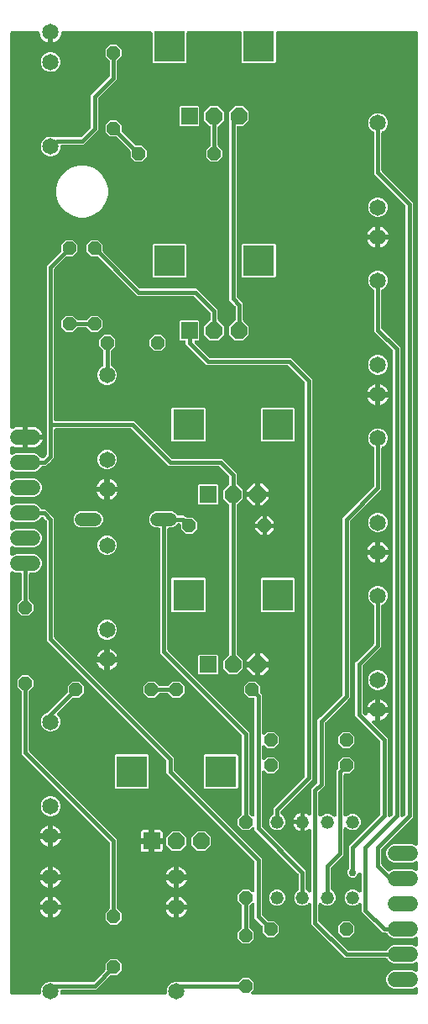
<source format=gbl>
G04 EAGLE Gerber RS-274X export*
G75*
%MOMM*%
%FSLAX34Y34*%
%LPD*%
%INBottom Copper*%
%IPPOS*%
%AMOC8*
5,1,8,0,0,1.08239X$1,22.5*%
G01*
%ADD10P,1.429621X8X202.500000*%
%ADD11P,1.429621X8X112.500000*%
%ADD12R,1.676400X1.676400*%
%ADD13P,1.814519X8X292.500000*%
%ADD14R,3.116000X3.116000*%
%ADD15C,1.650000*%
%ADD16C,1.320800*%
%ADD17C,1.320800*%
%ADD18C,1.524000*%
%ADD19P,1.429621X8X22.500000*%
%ADD20C,0.756400*%
%ADD21C,0.406400*%

G36*
X39012Y10163D02*
X39012Y10163D01*
X39030Y10161D01*
X39212Y10182D01*
X39395Y10201D01*
X39412Y10206D01*
X39429Y10208D01*
X39604Y10265D01*
X39780Y10319D01*
X39795Y10327D01*
X39812Y10333D01*
X39972Y10423D01*
X40134Y10511D01*
X40147Y10522D01*
X40163Y10531D01*
X40302Y10651D01*
X40443Y10768D01*
X40454Y10782D01*
X40468Y10794D01*
X40580Y10939D01*
X40695Y11082D01*
X40703Y11098D01*
X40714Y11112D01*
X40796Y11277D01*
X40881Y11439D01*
X40886Y11456D01*
X40894Y11472D01*
X40941Y11651D01*
X40992Y11826D01*
X40994Y11844D01*
X40998Y11861D01*
X41025Y12192D01*
X41025Y15444D01*
X42513Y19037D01*
X45263Y21787D01*
X47000Y22506D01*
X48856Y23275D01*
X52744Y23275D01*
X53984Y22761D01*
X54014Y22752D01*
X54042Y22738D01*
X54206Y22694D01*
X54369Y22645D01*
X54400Y22642D01*
X54430Y22634D01*
X54761Y22607D01*
X92935Y22607D01*
X92962Y22609D01*
X92989Y22607D01*
X93163Y22629D01*
X93336Y22647D01*
X93361Y22654D01*
X93388Y22658D01*
X93554Y22713D01*
X93721Y22765D01*
X93744Y22778D01*
X93770Y22786D01*
X93921Y22873D01*
X94075Y22957D01*
X94095Y22974D01*
X94119Y22987D01*
X94372Y23202D01*
X105576Y34406D01*
X105593Y34427D01*
X105614Y34445D01*
X105721Y34582D01*
X105831Y34718D01*
X105844Y34741D01*
X105860Y34763D01*
X105938Y34920D01*
X106020Y35074D01*
X106028Y35099D01*
X106040Y35123D01*
X106085Y35293D01*
X106135Y35459D01*
X106137Y35486D01*
X106144Y35512D01*
X106171Y35843D01*
X106171Y41467D01*
X110933Y46229D01*
X117667Y46229D01*
X122429Y41467D01*
X122429Y34733D01*
X117667Y29971D01*
X112043Y29971D01*
X112016Y29969D01*
X111989Y29971D01*
X111815Y29949D01*
X111642Y29931D01*
X111617Y29924D01*
X111590Y29920D01*
X111424Y29865D01*
X111257Y29813D01*
X111234Y29800D01*
X111208Y29792D01*
X111057Y29705D01*
X110903Y29621D01*
X110883Y29604D01*
X110859Y29591D01*
X110606Y29376D01*
X96723Y15493D01*
X62606Y15493D01*
X62588Y15491D01*
X62570Y15493D01*
X62388Y15472D01*
X62205Y15453D01*
X62188Y15448D01*
X62171Y15446D01*
X61996Y15389D01*
X61820Y15335D01*
X61805Y15327D01*
X61788Y15321D01*
X61628Y15231D01*
X61466Y15143D01*
X61453Y15132D01*
X61437Y15123D01*
X61298Y15003D01*
X61157Y14886D01*
X61146Y14872D01*
X61132Y14860D01*
X61020Y14715D01*
X60905Y14572D01*
X60897Y14556D01*
X60886Y14542D01*
X60804Y14377D01*
X60719Y14215D01*
X60714Y14198D01*
X60706Y14182D01*
X60659Y14003D01*
X60608Y13828D01*
X60606Y13810D01*
X60602Y13793D01*
X60575Y13462D01*
X60575Y12192D01*
X60577Y12174D01*
X60575Y12156D01*
X60596Y11974D01*
X60615Y11791D01*
X60620Y11774D01*
X60622Y11757D01*
X60679Y11582D01*
X60733Y11406D01*
X60741Y11391D01*
X60747Y11374D01*
X60837Y11214D01*
X60925Y11052D01*
X60936Y11039D01*
X60945Y11023D01*
X61065Y10884D01*
X61182Y10743D01*
X61196Y10732D01*
X61208Y10718D01*
X61353Y10606D01*
X61496Y10491D01*
X61512Y10483D01*
X61526Y10472D01*
X61691Y10390D01*
X61853Y10305D01*
X61870Y10300D01*
X61886Y10292D01*
X62065Y10245D01*
X62240Y10194D01*
X62258Y10192D01*
X62275Y10188D01*
X62606Y10161D01*
X165994Y10161D01*
X166012Y10163D01*
X166030Y10161D01*
X166212Y10182D01*
X166395Y10201D01*
X166412Y10206D01*
X166429Y10208D01*
X166604Y10265D01*
X166780Y10319D01*
X166795Y10327D01*
X166812Y10333D01*
X166972Y10423D01*
X167134Y10511D01*
X167147Y10522D01*
X167163Y10531D01*
X167302Y10651D01*
X167443Y10768D01*
X167454Y10782D01*
X167468Y10794D01*
X167580Y10939D01*
X167695Y11082D01*
X167703Y11098D01*
X167714Y11112D01*
X167796Y11277D01*
X167881Y11439D01*
X167886Y11456D01*
X167894Y11472D01*
X167941Y11651D01*
X167992Y11826D01*
X167994Y11844D01*
X167998Y11861D01*
X168025Y12192D01*
X168025Y15444D01*
X169513Y19037D01*
X172263Y21787D01*
X174000Y22506D01*
X175856Y23275D01*
X179744Y23275D01*
X180984Y22761D01*
X181014Y22752D01*
X181042Y22738D01*
X181206Y22694D01*
X181369Y22645D01*
X181400Y22642D01*
X181430Y22634D01*
X181761Y22607D01*
X238870Y22607D01*
X238896Y22609D01*
X238923Y22607D01*
X239097Y22629D01*
X239270Y22647D01*
X239296Y22654D01*
X239322Y22658D01*
X239488Y22714D01*
X239655Y22765D01*
X239679Y22778D01*
X239704Y22786D01*
X239856Y22873D01*
X240009Y22957D01*
X240030Y22974D01*
X240053Y22987D01*
X240306Y23202D01*
X244283Y27179D01*
X251017Y27179D01*
X255779Y22417D01*
X255779Y15683D01*
X253724Y13628D01*
X253718Y13621D01*
X253712Y13616D01*
X253591Y13466D01*
X253469Y13317D01*
X253465Y13309D01*
X253459Y13302D01*
X253371Y13132D01*
X253280Y12961D01*
X253278Y12952D01*
X253274Y12945D01*
X253221Y12760D01*
X253166Y12575D01*
X253165Y12566D01*
X253162Y12558D01*
X253147Y12367D01*
X253129Y12174D01*
X253130Y12165D01*
X253129Y12156D01*
X253152Y11967D01*
X253173Y11774D01*
X253175Y11765D01*
X253176Y11757D01*
X253236Y11575D01*
X253294Y11390D01*
X253298Y11382D01*
X253301Y11374D01*
X253396Y11205D01*
X253489Y11038D01*
X253495Y11031D01*
X253499Y11023D01*
X253625Y10877D01*
X253749Y10731D01*
X253756Y10725D01*
X253762Y10718D01*
X253914Y10601D01*
X254065Y10481D01*
X254073Y10477D01*
X254080Y10472D01*
X254252Y10386D01*
X254424Y10299D01*
X254433Y10296D01*
X254441Y10292D01*
X254627Y10242D01*
X254812Y10191D01*
X254821Y10190D01*
X254830Y10188D01*
X255160Y10161D01*
X419608Y10161D01*
X419626Y10163D01*
X419644Y10161D01*
X419826Y10182D01*
X420009Y10201D01*
X420026Y10206D01*
X420043Y10208D01*
X420218Y10265D01*
X420394Y10319D01*
X420409Y10327D01*
X420426Y10333D01*
X420586Y10423D01*
X420748Y10511D01*
X420761Y10522D01*
X420777Y10531D01*
X420916Y10651D01*
X421057Y10768D01*
X421068Y10782D01*
X421082Y10794D01*
X421194Y10939D01*
X421309Y11082D01*
X421317Y11098D01*
X421328Y11112D01*
X421410Y11277D01*
X421495Y11439D01*
X421500Y11456D01*
X421508Y11472D01*
X421555Y11651D01*
X421606Y11826D01*
X421608Y11844D01*
X421612Y11861D01*
X421639Y12192D01*
X421639Y15618D01*
X421638Y15631D01*
X421639Y15644D01*
X421618Y15831D01*
X421599Y16018D01*
X421595Y16031D01*
X421594Y16045D01*
X421536Y16223D01*
X421481Y16403D01*
X421475Y16415D01*
X421471Y16428D01*
X421379Y16592D01*
X421289Y16757D01*
X421281Y16768D01*
X421274Y16779D01*
X421152Y16923D01*
X421032Y17067D01*
X421021Y17075D01*
X421013Y17085D01*
X420864Y17201D01*
X420718Y17319D01*
X420706Y17325D01*
X420696Y17333D01*
X420527Y17418D01*
X420361Y17504D01*
X420348Y17508D01*
X420336Y17514D01*
X420154Y17564D01*
X419974Y17616D01*
X419960Y17617D01*
X419947Y17621D01*
X419759Y17633D01*
X419572Y17649D01*
X419559Y17647D01*
X419546Y17648D01*
X419358Y17624D01*
X419173Y17602D01*
X419160Y17598D01*
X419147Y17596D01*
X418831Y17494D01*
X415839Y16255D01*
X396961Y16255D01*
X393600Y17647D01*
X391027Y20220D01*
X389635Y23581D01*
X389635Y27219D01*
X391027Y30580D01*
X393600Y33153D01*
X396961Y34545D01*
X415839Y34545D01*
X418831Y33306D01*
X418844Y33302D01*
X418855Y33296D01*
X419036Y33244D01*
X419216Y33189D01*
X419229Y33188D01*
X419242Y33184D01*
X419430Y33169D01*
X419617Y33151D01*
X419630Y33152D01*
X419644Y33151D01*
X419831Y33173D01*
X420017Y33193D01*
X420030Y33197D01*
X420043Y33198D01*
X420223Y33257D01*
X420402Y33312D01*
X420413Y33319D01*
X420426Y33323D01*
X420591Y33416D01*
X420755Y33506D01*
X420765Y33514D01*
X420777Y33521D01*
X420919Y33644D01*
X421063Y33765D01*
X421071Y33775D01*
X421082Y33784D01*
X421197Y33933D01*
X421314Y34080D01*
X421320Y34092D01*
X421328Y34102D01*
X421412Y34271D01*
X421498Y34438D01*
X421502Y34451D01*
X421508Y34463D01*
X421557Y34646D01*
X421608Y34825D01*
X421609Y34838D01*
X421612Y34851D01*
X421639Y35182D01*
X421639Y41018D01*
X421638Y41031D01*
X421639Y41044D01*
X421618Y41231D01*
X421599Y41418D01*
X421595Y41431D01*
X421594Y41445D01*
X421536Y41623D01*
X421481Y41803D01*
X421475Y41815D01*
X421471Y41828D01*
X421379Y41992D01*
X421289Y42157D01*
X421281Y42168D01*
X421274Y42179D01*
X421152Y42323D01*
X421032Y42467D01*
X421021Y42475D01*
X421013Y42485D01*
X420864Y42601D01*
X420718Y42719D01*
X420706Y42725D01*
X420696Y42733D01*
X420527Y42818D01*
X420361Y42904D01*
X420348Y42908D01*
X420336Y42914D01*
X420154Y42964D01*
X419974Y43016D01*
X419960Y43017D01*
X419947Y43021D01*
X419759Y43033D01*
X419572Y43049D01*
X419559Y43047D01*
X419546Y43048D01*
X419358Y43024D01*
X419173Y43002D01*
X419160Y42998D01*
X419147Y42996D01*
X418831Y42894D01*
X415839Y41655D01*
X396961Y41655D01*
X393600Y43047D01*
X391027Y45620D01*
X390874Y45989D01*
X390864Y46009D01*
X390857Y46030D01*
X390769Y46186D01*
X390684Y46344D01*
X390670Y46361D01*
X390659Y46381D01*
X390542Y46517D01*
X390428Y46655D01*
X390411Y46669D01*
X390396Y46686D01*
X390255Y46795D01*
X390115Y46908D01*
X390095Y46919D01*
X390078Y46932D01*
X389918Y47012D01*
X389759Y47095D01*
X389737Y47102D01*
X389717Y47112D01*
X389544Y47158D01*
X389372Y47208D01*
X389350Y47210D01*
X389329Y47216D01*
X388998Y47243D01*
X347777Y47243D01*
X313943Y81077D01*
X313943Y100694D01*
X313942Y100702D01*
X313943Y100711D01*
X313922Y100903D01*
X313903Y101094D01*
X313901Y101103D01*
X313900Y101112D01*
X313842Y101294D01*
X313785Y101479D01*
X313781Y101487D01*
X313778Y101496D01*
X313685Y101664D01*
X313593Y101833D01*
X313588Y101840D01*
X313583Y101848D01*
X313458Y101996D01*
X313336Y102142D01*
X313329Y102148D01*
X313323Y102155D01*
X313172Y102274D01*
X313022Y102395D01*
X313014Y102399D01*
X313007Y102404D01*
X312836Y102491D01*
X312665Y102580D01*
X312656Y102583D01*
X312648Y102587D01*
X312462Y102639D01*
X312278Y102692D01*
X312269Y102692D01*
X312260Y102695D01*
X312068Y102709D01*
X311876Y102725D01*
X311868Y102724D01*
X311859Y102724D01*
X311666Y102700D01*
X311477Y102678D01*
X311468Y102675D01*
X311459Y102674D01*
X311276Y102612D01*
X311094Y102553D01*
X311086Y102548D01*
X311078Y102546D01*
X310912Y102450D01*
X310743Y102355D01*
X310736Y102349D01*
X310729Y102345D01*
X310476Y102130D01*
X309405Y101059D01*
X306417Y99821D01*
X303183Y99821D01*
X300195Y101059D01*
X297909Y103345D01*
X296671Y106333D01*
X296671Y109567D01*
X297909Y112555D01*
X300249Y114895D01*
X300344Y114946D01*
X300361Y114960D01*
X300381Y114971D01*
X300516Y115088D01*
X300655Y115202D01*
X300669Y115220D01*
X300686Y115234D01*
X300795Y115376D01*
X300908Y115515D01*
X300919Y115535D01*
X300932Y115552D01*
X301012Y115713D01*
X301095Y115872D01*
X301102Y115893D01*
X301112Y115913D01*
X301158Y116087D01*
X301208Y116258D01*
X301210Y116280D01*
X301216Y116302D01*
X301243Y116632D01*
X301243Y131035D01*
X301241Y131062D01*
X301243Y131089D01*
X301221Y131263D01*
X301203Y131436D01*
X301196Y131461D01*
X301192Y131488D01*
X301137Y131654D01*
X301085Y131821D01*
X301072Y131844D01*
X301064Y131870D01*
X300977Y132021D01*
X300893Y132175D01*
X300876Y132195D01*
X300863Y132219D01*
X300648Y132472D01*
X256793Y176327D01*
X256793Y176894D01*
X256792Y176902D01*
X256793Y176911D01*
X256772Y177103D01*
X256753Y177294D01*
X256751Y177303D01*
X256750Y177312D01*
X256692Y177494D01*
X256635Y177679D01*
X256631Y177687D01*
X256628Y177696D01*
X256535Y177864D01*
X256443Y178033D01*
X256438Y178040D01*
X256433Y178048D01*
X256309Y178195D01*
X256186Y178342D01*
X256179Y178348D01*
X256173Y178355D01*
X256022Y178474D01*
X255872Y178595D01*
X255864Y178599D01*
X255857Y178604D01*
X255684Y178692D01*
X255515Y178780D01*
X255506Y178783D01*
X255498Y178787D01*
X255312Y178839D01*
X255128Y178892D01*
X255119Y178892D01*
X255110Y178895D01*
X254917Y178909D01*
X254726Y178925D01*
X254718Y178924D01*
X254709Y178924D01*
X254516Y178900D01*
X254327Y178878D01*
X254318Y178875D01*
X254309Y178874D01*
X254126Y178812D01*
X253944Y178753D01*
X253936Y178748D01*
X253928Y178746D01*
X253762Y178650D01*
X253593Y178555D01*
X253586Y178549D01*
X253579Y178545D01*
X253326Y178330D01*
X251017Y176021D01*
X244283Y176021D01*
X239521Y180783D01*
X239521Y187517D01*
X243498Y191494D01*
X243515Y191515D01*
X243536Y191532D01*
X243643Y191670D01*
X243753Y191806D01*
X243766Y191829D01*
X243782Y191850D01*
X243860Y192006D01*
X243942Y192161D01*
X243950Y192187D01*
X243962Y192211D01*
X244007Y192380D01*
X244057Y192547D01*
X244059Y192574D01*
X244066Y192600D01*
X244093Y192930D01*
X244093Y270735D01*
X244091Y270762D01*
X244093Y270789D01*
X244071Y270962D01*
X244053Y271136D01*
X244046Y271161D01*
X244042Y271188D01*
X243987Y271354D01*
X243935Y271521D01*
X243922Y271544D01*
X243914Y271570D01*
X243827Y271721D01*
X243743Y271875D01*
X243726Y271895D01*
X243713Y271919D01*
X243498Y272172D01*
X161543Y354127D01*
X161543Y478790D01*
X161541Y478808D01*
X161543Y478826D01*
X161522Y479008D01*
X161503Y479191D01*
X161498Y479208D01*
X161496Y479225D01*
X161439Y479400D01*
X161385Y479576D01*
X161377Y479591D01*
X161371Y479608D01*
X161281Y479768D01*
X161193Y479930D01*
X161182Y479943D01*
X161173Y479959D01*
X161053Y480098D01*
X160936Y480239D01*
X160922Y480250D01*
X160910Y480264D01*
X160765Y480376D01*
X160622Y480491D01*
X160606Y480499D01*
X160592Y480510D01*
X160427Y480592D01*
X160265Y480677D01*
X160248Y480682D01*
X160232Y480690D01*
X160053Y480737D01*
X159878Y480788D01*
X159860Y480790D01*
X159843Y480794D01*
X159512Y480821D01*
X156879Y480821D01*
X153891Y482059D01*
X151605Y484345D01*
X150367Y487333D01*
X150367Y490567D01*
X151605Y493555D01*
X153891Y495841D01*
X156879Y497079D01*
X173321Y497079D01*
X176309Y495841D01*
X178649Y493501D01*
X178700Y493406D01*
X178714Y493389D01*
X178725Y493369D01*
X178842Y493234D01*
X178956Y493095D01*
X178974Y493081D01*
X178988Y493064D01*
X179130Y492955D01*
X179269Y492842D01*
X179289Y492831D01*
X179306Y492818D01*
X179467Y492738D01*
X179626Y492655D01*
X179647Y492648D01*
X179667Y492638D01*
X179841Y492592D01*
X180012Y492542D01*
X180034Y492540D01*
X180056Y492534D01*
X180386Y492507D01*
X185623Y492507D01*
X186806Y491324D01*
X186827Y491307D01*
X186845Y491286D01*
X186982Y491179D01*
X187118Y491069D01*
X187141Y491056D01*
X187163Y491040D01*
X187320Y490962D01*
X187474Y490880D01*
X187499Y490872D01*
X187523Y490860D01*
X187693Y490815D01*
X187859Y490765D01*
X187886Y490763D01*
X187912Y490756D01*
X188243Y490729D01*
X193867Y490729D01*
X198629Y485967D01*
X198629Y479233D01*
X193867Y474471D01*
X187133Y474471D01*
X182371Y479233D01*
X182371Y483250D01*
X182371Y483255D01*
X182371Y483260D01*
X182351Y483454D01*
X182331Y483651D01*
X182330Y483655D01*
X182329Y483660D01*
X182272Y483845D01*
X182213Y484035D01*
X182211Y484040D01*
X182209Y484044D01*
X182115Y484216D01*
X182021Y484389D01*
X182018Y484393D01*
X182016Y484397D01*
X181888Y484549D01*
X181764Y484699D01*
X181760Y484702D01*
X181757Y484706D01*
X181600Y484830D01*
X181450Y484951D01*
X181446Y484953D01*
X181442Y484956D01*
X181264Y485048D01*
X181093Y485137D01*
X181088Y485138D01*
X181084Y485140D01*
X180894Y485194D01*
X180706Y485248D01*
X180701Y485248D01*
X180696Y485250D01*
X180501Y485265D01*
X180304Y485281D01*
X180300Y485280D01*
X180295Y485281D01*
X180098Y485257D01*
X179905Y485234D01*
X179900Y485232D01*
X179895Y485232D01*
X179708Y485170D01*
X179522Y485109D01*
X179518Y485107D01*
X179513Y485105D01*
X179344Y485009D01*
X179171Y484911D01*
X179167Y484908D01*
X179163Y484906D01*
X179015Y484776D01*
X178867Y484648D01*
X178864Y484644D01*
X178860Y484641D01*
X178757Y484508D01*
X176309Y482059D01*
X174363Y481253D01*
X174362Y481253D01*
X173321Y480821D01*
X170688Y480821D01*
X170670Y480819D01*
X170652Y480821D01*
X170470Y480800D01*
X170287Y480781D01*
X170270Y480776D01*
X170253Y480774D01*
X170078Y480717D01*
X169902Y480663D01*
X169887Y480655D01*
X169870Y480649D01*
X169710Y480559D01*
X169548Y480471D01*
X169535Y480460D01*
X169519Y480451D01*
X169380Y480331D01*
X169239Y480214D01*
X169228Y480200D01*
X169214Y480188D01*
X169102Y480043D01*
X168987Y479900D01*
X168979Y479884D01*
X168968Y479870D01*
X168886Y479705D01*
X168801Y479543D01*
X168796Y479526D01*
X168788Y479510D01*
X168741Y479331D01*
X168690Y479156D01*
X168688Y479138D01*
X168684Y479121D01*
X168657Y478790D01*
X168657Y357915D01*
X168659Y357888D01*
X168657Y357861D01*
X168679Y357687D01*
X168697Y357514D01*
X168704Y357489D01*
X168708Y357462D01*
X168763Y357296D01*
X168815Y357129D01*
X168828Y357106D01*
X168836Y357080D01*
X168923Y356929D01*
X169007Y356775D01*
X169024Y356755D01*
X169037Y356731D01*
X169252Y356478D01*
X251207Y274523D01*
X251207Y192930D01*
X251209Y192904D01*
X251207Y192877D01*
X251229Y192703D01*
X251247Y192530D01*
X251254Y192504D01*
X251258Y192478D01*
X251313Y192312D01*
X251365Y192145D01*
X251378Y192121D01*
X251386Y192096D01*
X251474Y191944D01*
X251557Y191791D01*
X251574Y191770D01*
X251587Y191747D01*
X251802Y191494D01*
X253326Y189970D01*
X253333Y189964D01*
X253338Y189958D01*
X253488Y189837D01*
X253637Y189715D01*
X253645Y189711D01*
X253652Y189705D01*
X253823Y189616D01*
X253993Y189526D01*
X254001Y189524D01*
X254009Y189520D01*
X254195Y189466D01*
X254379Y189412D01*
X254388Y189411D01*
X254396Y189408D01*
X254588Y189393D01*
X254780Y189375D01*
X254789Y189376D01*
X254798Y189375D01*
X254987Y189398D01*
X255180Y189419D01*
X255189Y189421D01*
X255197Y189422D01*
X255379Y189482D01*
X255564Y189540D01*
X255572Y189544D01*
X255580Y189547D01*
X255749Y189642D01*
X255916Y189735D01*
X255923Y189741D01*
X255931Y189745D01*
X256077Y189871D01*
X256223Y189995D01*
X256229Y190002D01*
X256236Y190008D01*
X256353Y190160D01*
X256473Y190311D01*
X256477Y190319D01*
X256482Y190326D01*
X256568Y190498D01*
X256655Y190670D01*
X256658Y190679D01*
X256662Y190687D01*
X256712Y190873D01*
X256763Y191058D01*
X256764Y191067D01*
X256766Y191076D01*
X256793Y191406D01*
X256793Y307340D01*
X256791Y307358D01*
X256793Y307376D01*
X256772Y307558D01*
X256753Y307741D01*
X256748Y307758D01*
X256746Y307775D01*
X256689Y307950D01*
X256635Y308126D01*
X256627Y308141D01*
X256621Y308158D01*
X256531Y308318D01*
X256443Y308480D01*
X256432Y308493D01*
X256423Y308509D01*
X256303Y308648D01*
X256186Y308789D01*
X256172Y308800D01*
X256160Y308814D01*
X256015Y308926D01*
X255872Y309041D01*
X255856Y309049D01*
X255842Y309060D01*
X255677Y309142D01*
X255515Y309227D01*
X255498Y309232D01*
X255482Y309240D01*
X255303Y309287D01*
X255128Y309338D01*
X255110Y309340D01*
X255093Y309344D01*
X254762Y309371D01*
X250633Y309371D01*
X245871Y314133D01*
X245871Y320867D01*
X250633Y325629D01*
X257367Y325629D01*
X262129Y320867D01*
X262129Y315243D01*
X262131Y315216D01*
X262129Y315189D01*
X262151Y315015D01*
X262169Y314842D01*
X262176Y314817D01*
X262180Y314790D01*
X262235Y314624D01*
X262287Y314457D01*
X262300Y314434D01*
X262308Y314408D01*
X262395Y314257D01*
X262479Y314103D01*
X262496Y314083D01*
X262509Y314059D01*
X262724Y313806D01*
X263907Y312623D01*
X263907Y273956D01*
X263908Y273948D01*
X263907Y273939D01*
X263928Y273747D01*
X263947Y273556D01*
X263949Y273547D01*
X263950Y273538D01*
X264008Y273356D01*
X264065Y273171D01*
X264069Y273163D01*
X264072Y273154D01*
X264165Y272986D01*
X264257Y272817D01*
X264262Y272810D01*
X264267Y272802D01*
X264391Y272655D01*
X264514Y272508D01*
X264521Y272502D01*
X264527Y272495D01*
X264678Y272376D01*
X264828Y272255D01*
X264836Y272251D01*
X264843Y272246D01*
X265016Y272158D01*
X265185Y272070D01*
X265194Y272067D01*
X265202Y272063D01*
X265388Y272011D01*
X265572Y271958D01*
X265581Y271958D01*
X265590Y271955D01*
X265783Y271941D01*
X265974Y271925D01*
X265982Y271926D01*
X265991Y271926D01*
X266184Y271950D01*
X266373Y271972D01*
X266382Y271975D01*
X266391Y271976D01*
X266574Y272038D01*
X266756Y272097D01*
X266764Y272102D01*
X266772Y272104D01*
X266938Y272200D01*
X267107Y272295D01*
X267114Y272301D01*
X267121Y272305D01*
X267374Y272520D01*
X269683Y274829D01*
X276417Y274829D01*
X281179Y270067D01*
X281179Y263333D01*
X276417Y258571D01*
X269683Y258571D01*
X267374Y260880D01*
X267367Y260886D01*
X267362Y260892D01*
X267212Y261013D01*
X267063Y261135D01*
X267055Y261139D01*
X267048Y261145D01*
X266878Y261233D01*
X266707Y261324D01*
X266698Y261326D01*
X266691Y261330D01*
X266506Y261383D01*
X266321Y261438D01*
X266312Y261439D01*
X266304Y261442D01*
X266113Y261457D01*
X265920Y261475D01*
X265911Y261474D01*
X265902Y261475D01*
X265713Y261452D01*
X265520Y261431D01*
X265511Y261429D01*
X265503Y261428D01*
X265321Y261368D01*
X265136Y261310D01*
X265128Y261306D01*
X265120Y261303D01*
X264951Y261208D01*
X264784Y261115D01*
X264777Y261109D01*
X264769Y261105D01*
X264623Y260979D01*
X264477Y260855D01*
X264471Y260848D01*
X264464Y260842D01*
X264347Y260690D01*
X264227Y260539D01*
X264223Y260531D01*
X264218Y260524D01*
X264132Y260352D01*
X264045Y260180D01*
X264042Y260171D01*
X264038Y260163D01*
X263988Y259977D01*
X263937Y259792D01*
X263936Y259783D01*
X263934Y259774D01*
X263907Y259444D01*
X263907Y248556D01*
X263908Y248548D01*
X263907Y248539D01*
X263928Y248347D01*
X263947Y248156D01*
X263949Y248147D01*
X263950Y248138D01*
X264008Y247956D01*
X264065Y247771D01*
X264069Y247763D01*
X264072Y247754D01*
X264165Y247586D01*
X264257Y247417D01*
X264262Y247410D01*
X264267Y247402D01*
X264391Y247255D01*
X264514Y247108D01*
X264521Y247102D01*
X264527Y247095D01*
X264678Y246976D01*
X264828Y246855D01*
X264836Y246851D01*
X264843Y246846D01*
X265016Y246758D01*
X265185Y246670D01*
X265194Y246667D01*
X265202Y246663D01*
X265388Y246611D01*
X265572Y246558D01*
X265581Y246558D01*
X265590Y246555D01*
X265783Y246541D01*
X265974Y246525D01*
X265982Y246526D01*
X265991Y246526D01*
X266184Y246550D01*
X266373Y246572D01*
X266382Y246575D01*
X266391Y246576D01*
X266574Y246638D01*
X266756Y246697D01*
X266764Y246702D01*
X266772Y246704D01*
X266938Y246800D01*
X267107Y246895D01*
X267114Y246901D01*
X267121Y246905D01*
X267374Y247120D01*
X269683Y249429D01*
X276417Y249429D01*
X281179Y244667D01*
X281179Y237933D01*
X276417Y233171D01*
X269683Y233171D01*
X267374Y235480D01*
X267367Y235486D01*
X267362Y235492D01*
X267212Y235613D01*
X267063Y235735D01*
X267055Y235739D01*
X267048Y235745D01*
X266878Y235833D01*
X266707Y235924D01*
X266698Y235926D01*
X266691Y235930D01*
X266506Y235983D01*
X266321Y236038D01*
X266312Y236039D01*
X266304Y236042D01*
X266113Y236057D01*
X265920Y236075D01*
X265911Y236074D01*
X265902Y236075D01*
X265713Y236052D01*
X265520Y236031D01*
X265511Y236029D01*
X265503Y236028D01*
X265321Y235968D01*
X265136Y235910D01*
X265128Y235906D01*
X265120Y235903D01*
X264951Y235808D01*
X264784Y235715D01*
X264777Y235709D01*
X264769Y235705D01*
X264623Y235579D01*
X264477Y235455D01*
X264471Y235448D01*
X264464Y235442D01*
X264347Y235290D01*
X264227Y235139D01*
X264223Y235131D01*
X264218Y235124D01*
X264132Y234952D01*
X264045Y234780D01*
X264042Y234771D01*
X264038Y234763D01*
X263988Y234577D01*
X263937Y234392D01*
X263936Y234383D01*
X263934Y234374D01*
X263907Y234044D01*
X263907Y180115D01*
X263909Y180088D01*
X263907Y180061D01*
X263929Y179887D01*
X263947Y179714D01*
X263954Y179689D01*
X263958Y179662D01*
X264013Y179496D01*
X264065Y179329D01*
X264078Y179306D01*
X264086Y179280D01*
X264173Y179129D01*
X264257Y178975D01*
X264274Y178955D01*
X264287Y178931D01*
X264502Y178678D01*
X308357Y134823D01*
X308357Y116632D01*
X308359Y116610D01*
X308357Y116588D01*
X308379Y116411D01*
X308397Y116232D01*
X308403Y116211D01*
X308406Y116188D01*
X308462Y116019D01*
X308515Y115847D01*
X308525Y115827D01*
X308532Y115806D01*
X308621Y115651D01*
X308707Y115493D01*
X308721Y115476D01*
X308732Y115456D01*
X308850Y115321D01*
X308964Y115184D01*
X308982Y115170D01*
X308996Y115153D01*
X309138Y115044D01*
X309278Y114931D01*
X309298Y114921D01*
X309316Y114907D01*
X309362Y114883D01*
X310476Y113770D01*
X310483Y113764D01*
X310488Y113758D01*
X310639Y113636D01*
X310787Y113515D01*
X310795Y113511D01*
X310802Y113505D01*
X310972Y113417D01*
X311143Y113326D01*
X311152Y113324D01*
X311159Y113320D01*
X311344Y113267D01*
X311529Y113212D01*
X311538Y113211D01*
X311546Y113208D01*
X311737Y113193D01*
X311930Y113175D01*
X311939Y113176D01*
X311948Y113175D01*
X312137Y113198D01*
X312330Y113219D01*
X312339Y113221D01*
X312347Y113222D01*
X312529Y113282D01*
X312714Y113340D01*
X312722Y113344D01*
X312730Y113347D01*
X312897Y113441D01*
X313066Y113535D01*
X313073Y113541D01*
X313081Y113545D01*
X313226Y113670D01*
X313373Y113795D01*
X313379Y113802D01*
X313386Y113808D01*
X313501Y113958D01*
X313623Y114111D01*
X313627Y114119D01*
X313632Y114126D01*
X313717Y114297D01*
X313805Y114470D01*
X313808Y114479D01*
X313812Y114487D01*
X313861Y114670D01*
X313913Y114858D01*
X313914Y114867D01*
X313916Y114876D01*
X313943Y115206D01*
X313943Y175503D01*
X313938Y175554D01*
X313941Y175605D01*
X313918Y175754D01*
X313903Y175904D01*
X313888Y175952D01*
X313881Y176003D01*
X313829Y176144D01*
X313785Y176288D01*
X313761Y176333D01*
X313743Y176381D01*
X313665Y176510D01*
X313593Y176642D01*
X313561Y176682D01*
X313534Y176725D01*
X313432Y176836D01*
X313336Y176952D01*
X313296Y176984D01*
X313261Y177021D01*
X313139Y177110D01*
X313022Y177204D01*
X312977Y177228D01*
X312935Y177258D01*
X312798Y177320D01*
X312665Y177390D01*
X312616Y177404D01*
X312569Y177425D01*
X312422Y177459D01*
X312278Y177501D01*
X312227Y177505D01*
X312177Y177517D01*
X312026Y177522D01*
X311876Y177534D01*
X311826Y177528D01*
X311775Y177530D01*
X311626Y177504D01*
X311477Y177487D01*
X311428Y177471D01*
X311378Y177463D01*
X311237Y177409D01*
X311094Y177362D01*
X311049Y177337D01*
X311002Y177319D01*
X310804Y177199D01*
X310743Y177164D01*
X310733Y177155D01*
X310718Y177146D01*
X309593Y176329D01*
X308310Y175675D01*
X306941Y175230D01*
X306831Y175213D01*
X306831Y184150D01*
X306831Y193087D01*
X306941Y193070D01*
X308310Y192625D01*
X309593Y191971D01*
X310718Y191154D01*
X310762Y191128D01*
X310802Y191096D01*
X310935Y191027D01*
X311066Y190951D01*
X311114Y190934D01*
X311159Y190910D01*
X311304Y190869D01*
X311446Y190820D01*
X311497Y190813D01*
X311546Y190799D01*
X311696Y190787D01*
X311846Y190767D01*
X311897Y190770D01*
X311948Y190766D01*
X312097Y190784D01*
X312247Y190794D01*
X312297Y190807D01*
X312347Y190813D01*
X312491Y190860D01*
X312636Y190899D01*
X312682Y190922D01*
X312730Y190938D01*
X312861Y191012D01*
X312996Y191079D01*
X313036Y191111D01*
X313081Y191136D01*
X313195Y191234D01*
X313314Y191327D01*
X313347Y191366D01*
X313386Y191399D01*
X313478Y191518D01*
X313576Y191632D01*
X313601Y191677D01*
X313632Y191717D01*
X313699Y191852D01*
X313773Y191983D01*
X313789Y192032D01*
X313812Y192078D01*
X313851Y192223D01*
X313897Y192366D01*
X313903Y192417D01*
X313916Y192466D01*
X313935Y192697D01*
X313943Y192766D01*
X313942Y192780D01*
X313943Y192797D01*
X313943Y217373D01*
X316621Y220051D01*
X316622Y220052D01*
X319698Y223128D01*
X319715Y223149D01*
X319736Y223166D01*
X319843Y223304D01*
X319953Y223440D01*
X319966Y223463D01*
X319982Y223485D01*
X320060Y223642D01*
X320142Y223796D01*
X320150Y223821D01*
X320162Y223845D01*
X320207Y224015D01*
X320257Y224181D01*
X320259Y224208D01*
X320266Y224234D01*
X320293Y224565D01*
X320293Y287223D01*
X322971Y289901D01*
X322972Y289902D01*
X345098Y312028D01*
X345115Y312049D01*
X345136Y312066D01*
X345243Y312204D01*
X345353Y312340D01*
X345366Y312363D01*
X345382Y312385D01*
X345460Y312542D01*
X345542Y312696D01*
X345550Y312721D01*
X345562Y312745D01*
X345607Y312915D01*
X345657Y313081D01*
X345659Y313108D01*
X345666Y313134D01*
X345693Y313465D01*
X345693Y490423D01*
X376848Y521578D01*
X376865Y521599D01*
X376886Y521617D01*
X376993Y521754D01*
X377103Y521890D01*
X377116Y521913D01*
X377132Y521935D01*
X377210Y522092D01*
X377292Y522246D01*
X377300Y522271D01*
X377312Y522295D01*
X377357Y522465D01*
X377407Y522631D01*
X377409Y522658D01*
X377416Y522684D01*
X377443Y523015D01*
X377443Y560236D01*
X377441Y560258D01*
X377443Y560280D01*
X377421Y560458D01*
X377403Y560637D01*
X377397Y560658D01*
X377394Y560680D01*
X377338Y560850D01*
X377285Y561021D01*
X377275Y561041D01*
X377268Y561062D01*
X377179Y561218D01*
X377093Y561375D01*
X377079Y561393D01*
X377068Y561412D01*
X376951Y561547D01*
X376836Y561685D01*
X376818Y561699D01*
X376804Y561716D01*
X376662Y561825D01*
X376522Y561937D01*
X376502Y561947D01*
X376484Y561961D01*
X376189Y562113D01*
X375463Y562413D01*
X372713Y565163D01*
X371225Y568756D01*
X371225Y572644D01*
X372713Y576237D01*
X375463Y578987D01*
X379056Y580475D01*
X382944Y580475D01*
X386537Y578987D01*
X389287Y576237D01*
X390775Y572644D01*
X390775Y568756D01*
X389287Y565163D01*
X386537Y562413D01*
X385811Y562113D01*
X385791Y562102D01*
X385770Y562095D01*
X385614Y562007D01*
X385456Y561922D01*
X385439Y561908D01*
X385419Y561897D01*
X385284Y561780D01*
X385145Y561666D01*
X385131Y561649D01*
X385114Y561634D01*
X385005Y561493D01*
X384892Y561353D01*
X384881Y561334D01*
X384868Y561316D01*
X384788Y561155D01*
X384705Y560997D01*
X384698Y560975D01*
X384688Y560955D01*
X384642Y560782D01*
X384592Y560610D01*
X384590Y560588D01*
X384584Y560567D01*
X384557Y560236D01*
X384557Y519227D01*
X353402Y488072D01*
X353385Y488051D01*
X353364Y488033D01*
X353257Y487896D01*
X353147Y487760D01*
X353134Y487737D01*
X353118Y487715D01*
X353040Y487558D01*
X352958Y487404D01*
X352950Y487379D01*
X352938Y487355D01*
X352893Y487185D01*
X352843Y487019D01*
X352841Y486992D01*
X352834Y486966D01*
X352807Y486635D01*
X352807Y309677D01*
X350129Y306999D01*
X350128Y306998D01*
X328002Y284872D01*
X327985Y284851D01*
X327964Y284834D01*
X327857Y284696D01*
X327747Y284560D01*
X327734Y284537D01*
X327718Y284515D01*
X327640Y284358D01*
X327558Y284204D01*
X327550Y284179D01*
X327538Y284155D01*
X327493Y283985D01*
X327443Y283819D01*
X327441Y283792D01*
X327434Y283766D01*
X327407Y283435D01*
X327407Y220777D01*
X324729Y218099D01*
X324728Y218098D01*
X321652Y215022D01*
X321635Y215001D01*
X321614Y214984D01*
X321507Y214846D01*
X321397Y214710D01*
X321384Y214687D01*
X321368Y214665D01*
X321290Y214508D01*
X321208Y214354D01*
X321200Y214329D01*
X321188Y214305D01*
X321143Y214135D01*
X321093Y213969D01*
X321091Y213942D01*
X321084Y213916D01*
X321057Y213585D01*
X321057Y191406D01*
X321058Y191398D01*
X321057Y191389D01*
X321078Y191197D01*
X321097Y191006D01*
X321099Y190997D01*
X321100Y190988D01*
X321158Y190806D01*
X321215Y190621D01*
X321219Y190613D01*
X321222Y190604D01*
X321315Y190436D01*
X321407Y190267D01*
X321412Y190260D01*
X321417Y190252D01*
X321542Y190104D01*
X321664Y189958D01*
X321671Y189952D01*
X321677Y189945D01*
X321828Y189825D01*
X321978Y189705D01*
X321986Y189701D01*
X321993Y189696D01*
X322164Y189609D01*
X322335Y189520D01*
X322344Y189517D01*
X322352Y189513D01*
X322538Y189461D01*
X322722Y189408D01*
X322731Y189408D01*
X322740Y189405D01*
X322932Y189391D01*
X323124Y189375D01*
X323132Y189376D01*
X323141Y189376D01*
X323334Y189400D01*
X323523Y189422D01*
X323532Y189425D01*
X323541Y189426D01*
X323724Y189488D01*
X323906Y189547D01*
X323914Y189552D01*
X323922Y189554D01*
X324088Y189650D01*
X324257Y189745D01*
X324264Y189751D01*
X324271Y189755D01*
X324524Y189970D01*
X325595Y191041D01*
X328583Y192279D01*
X331817Y192279D01*
X334805Y191041D01*
X335876Y189970D01*
X335883Y189964D01*
X335888Y189958D01*
X336039Y189836D01*
X336187Y189715D01*
X336195Y189711D01*
X336202Y189705D01*
X336372Y189617D01*
X336543Y189526D01*
X336552Y189524D01*
X336559Y189520D01*
X336744Y189467D01*
X336929Y189412D01*
X336938Y189411D01*
X336946Y189408D01*
X337137Y189393D01*
X337330Y189375D01*
X337339Y189376D01*
X337348Y189375D01*
X337537Y189398D01*
X337730Y189419D01*
X337739Y189421D01*
X337747Y189422D01*
X337929Y189482D01*
X338114Y189540D01*
X338122Y189544D01*
X338130Y189547D01*
X338297Y189641D01*
X338466Y189735D01*
X338473Y189741D01*
X338481Y189745D01*
X338626Y189870D01*
X338773Y189995D01*
X338779Y190002D01*
X338786Y190008D01*
X338902Y190159D01*
X339023Y190311D01*
X339027Y190319D01*
X339032Y190326D01*
X339117Y190497D01*
X339205Y190670D01*
X339208Y190679D01*
X339212Y190687D01*
X339261Y190872D01*
X339313Y191058D01*
X339314Y191067D01*
X339316Y191076D01*
X339343Y191406D01*
X339343Y236423D01*
X340526Y237606D01*
X340543Y237627D01*
X340564Y237645D01*
X340671Y237782D01*
X340781Y237918D01*
X340794Y237941D01*
X340810Y237963D01*
X340888Y238120D01*
X340970Y238274D01*
X340978Y238299D01*
X340990Y238323D01*
X341035Y238493D01*
X341085Y238659D01*
X341087Y238686D01*
X341094Y238712D01*
X341121Y239043D01*
X341121Y244667D01*
X345883Y249429D01*
X352617Y249429D01*
X357379Y244667D01*
X357379Y237933D01*
X352617Y233171D01*
X348488Y233171D01*
X348470Y233169D01*
X348452Y233171D01*
X348270Y233150D01*
X348087Y233131D01*
X348070Y233126D01*
X348053Y233124D01*
X347878Y233067D01*
X347702Y233013D01*
X347687Y233005D01*
X347670Y232999D01*
X347510Y232909D01*
X347348Y232821D01*
X347335Y232810D01*
X347319Y232801D01*
X347180Y232681D01*
X347039Y232564D01*
X347028Y232550D01*
X347014Y232538D01*
X346902Y232393D01*
X346787Y232250D01*
X346779Y232234D01*
X346768Y232220D01*
X346686Y232055D01*
X346601Y231893D01*
X346596Y231876D01*
X346588Y231860D01*
X346541Y231681D01*
X346490Y231506D01*
X346488Y231488D01*
X346484Y231471D01*
X346457Y231140D01*
X346457Y191406D01*
X346458Y191398D01*
X346457Y191389D01*
X346478Y191197D01*
X346497Y191006D01*
X346499Y190997D01*
X346500Y190988D01*
X346558Y190806D01*
X346615Y190621D01*
X346619Y190613D01*
X346622Y190604D01*
X346715Y190436D01*
X346807Y190267D01*
X346812Y190260D01*
X346817Y190252D01*
X346942Y190104D01*
X347064Y189958D01*
X347071Y189952D01*
X347077Y189945D01*
X347228Y189825D01*
X347378Y189705D01*
X347386Y189701D01*
X347393Y189696D01*
X347564Y189609D01*
X347735Y189520D01*
X347744Y189517D01*
X347752Y189513D01*
X347938Y189461D01*
X348122Y189408D01*
X348131Y189408D01*
X348140Y189405D01*
X348332Y189391D01*
X348524Y189375D01*
X348532Y189376D01*
X348541Y189376D01*
X348734Y189400D01*
X348923Y189422D01*
X348932Y189425D01*
X348941Y189426D01*
X349124Y189488D01*
X349306Y189547D01*
X349314Y189552D01*
X349322Y189554D01*
X349488Y189650D01*
X349657Y189745D01*
X349664Y189751D01*
X349671Y189755D01*
X349924Y189970D01*
X350995Y191041D01*
X353983Y192279D01*
X357217Y192279D01*
X360205Y191041D01*
X362491Y188755D01*
X363729Y185767D01*
X363729Y182533D01*
X362491Y179545D01*
X360205Y177259D01*
X358530Y176565D01*
X357217Y176021D01*
X353983Y176021D01*
X350995Y177259D01*
X349924Y178330D01*
X349917Y178336D01*
X349912Y178342D01*
X349761Y178464D01*
X349613Y178585D01*
X349605Y178589D01*
X349598Y178595D01*
X349428Y178683D01*
X349257Y178774D01*
X349248Y178776D01*
X349241Y178780D01*
X349056Y178833D01*
X348871Y178888D01*
X348862Y178889D01*
X348854Y178892D01*
X348663Y178907D01*
X348470Y178925D01*
X348461Y178924D01*
X348452Y178925D01*
X348263Y178902D01*
X348070Y178881D01*
X348061Y178879D01*
X348053Y178878D01*
X347871Y178818D01*
X347686Y178760D01*
X347678Y178756D01*
X347670Y178753D01*
X347503Y178659D01*
X347334Y178565D01*
X347327Y178559D01*
X347319Y178555D01*
X347174Y178430D01*
X347027Y178305D01*
X347021Y178298D01*
X347014Y178292D01*
X346898Y178141D01*
X346777Y177989D01*
X346773Y177981D01*
X346768Y177974D01*
X346683Y177803D01*
X346595Y177630D01*
X346592Y177621D01*
X346588Y177613D01*
X346539Y177428D01*
X346487Y177242D01*
X346486Y177233D01*
X346484Y177224D01*
X346457Y176894D01*
X346457Y150927D01*
X334352Y138822D01*
X334335Y138801D01*
X334314Y138783D01*
X334207Y138646D01*
X334097Y138510D01*
X334084Y138487D01*
X334068Y138465D01*
X333990Y138308D01*
X333908Y138154D01*
X333900Y138129D01*
X333888Y138105D01*
X333843Y137935D01*
X333793Y137769D01*
X333791Y137742D01*
X333784Y137716D01*
X333757Y137385D01*
X333757Y116632D01*
X333759Y116610D01*
X333757Y116588D01*
X333779Y116411D01*
X333797Y116232D01*
X333803Y116211D01*
X333806Y116188D01*
X333862Y116019D01*
X333915Y115847D01*
X333925Y115827D01*
X333932Y115806D01*
X334021Y115651D01*
X334107Y115493D01*
X334121Y115476D01*
X334132Y115456D01*
X334250Y115321D01*
X334364Y115184D01*
X334382Y115170D01*
X334396Y115153D01*
X334538Y115044D01*
X334678Y114931D01*
X334698Y114921D01*
X334716Y114907D01*
X334762Y114883D01*
X337091Y112555D01*
X338329Y109567D01*
X338329Y106333D01*
X337091Y103345D01*
X334805Y101059D01*
X331817Y99821D01*
X328583Y99821D01*
X325595Y101059D01*
X324524Y102130D01*
X324517Y102136D01*
X324512Y102142D01*
X324361Y102264D01*
X324213Y102385D01*
X324205Y102389D01*
X324198Y102395D01*
X324028Y102483D01*
X323857Y102574D01*
X323848Y102576D01*
X323841Y102580D01*
X323656Y102633D01*
X323471Y102688D01*
X323462Y102689D01*
X323454Y102692D01*
X323263Y102707D01*
X323070Y102725D01*
X323061Y102724D01*
X323052Y102725D01*
X322863Y102702D01*
X322670Y102681D01*
X322661Y102679D01*
X322653Y102678D01*
X322471Y102618D01*
X322286Y102560D01*
X322278Y102556D01*
X322270Y102553D01*
X322103Y102459D01*
X321934Y102365D01*
X321927Y102359D01*
X321919Y102355D01*
X321774Y102230D01*
X321627Y102105D01*
X321621Y102098D01*
X321614Y102092D01*
X321498Y101941D01*
X321377Y101789D01*
X321373Y101781D01*
X321368Y101774D01*
X321283Y101603D01*
X321195Y101430D01*
X321192Y101421D01*
X321188Y101413D01*
X321139Y101228D01*
X321087Y101042D01*
X321086Y101033D01*
X321084Y101024D01*
X321057Y100694D01*
X321057Y84865D01*
X321059Y84838D01*
X321057Y84811D01*
X321079Y84637D01*
X321097Y84464D01*
X321104Y84439D01*
X321108Y84412D01*
X321163Y84246D01*
X321215Y84079D01*
X321228Y84056D01*
X321236Y84030D01*
X321323Y83879D01*
X321407Y83725D01*
X321424Y83705D01*
X321437Y83681D01*
X321652Y83428D01*
X350128Y54952D01*
X350149Y54935D01*
X350167Y54914D01*
X350304Y54807D01*
X350440Y54697D01*
X350463Y54684D01*
X350485Y54668D01*
X350642Y54590D01*
X350796Y54508D01*
X350821Y54500D01*
X350845Y54488D01*
X351015Y54443D01*
X351181Y54393D01*
X351208Y54391D01*
X351234Y54384D01*
X351565Y54357D01*
X388998Y54357D01*
X389020Y54359D01*
X389042Y54357D01*
X389220Y54379D01*
X389398Y54397D01*
X389420Y54403D01*
X389442Y54406D01*
X389612Y54462D01*
X389783Y54515D01*
X389803Y54525D01*
X389824Y54532D01*
X389980Y54621D01*
X390137Y54707D01*
X390155Y54721D01*
X390174Y54732D01*
X390309Y54850D01*
X390447Y54964D01*
X390461Y54982D01*
X390477Y54996D01*
X390587Y55139D01*
X390699Y55278D01*
X390709Y55298D01*
X390723Y55316D01*
X390874Y55611D01*
X391027Y55980D01*
X393600Y58553D01*
X394846Y59069D01*
X396961Y59945D01*
X415839Y59945D01*
X418831Y58706D01*
X418844Y58702D01*
X418855Y58696D01*
X419036Y58644D01*
X419216Y58589D01*
X419229Y58588D01*
X419242Y58584D01*
X419430Y58569D01*
X419617Y58551D01*
X419630Y58552D01*
X419644Y58551D01*
X419831Y58573D01*
X420017Y58593D01*
X420030Y58597D01*
X420043Y58598D01*
X420223Y58657D01*
X420402Y58712D01*
X420413Y58719D01*
X420426Y58723D01*
X420591Y58816D01*
X420755Y58906D01*
X420765Y58914D01*
X420777Y58921D01*
X420919Y59044D01*
X421063Y59165D01*
X421071Y59175D01*
X421082Y59184D01*
X421197Y59333D01*
X421314Y59480D01*
X421320Y59492D01*
X421328Y59502D01*
X421412Y59671D01*
X421498Y59838D01*
X421502Y59851D01*
X421508Y59863D01*
X421557Y60046D01*
X421608Y60225D01*
X421609Y60238D01*
X421612Y60251D01*
X421639Y60582D01*
X421639Y66418D01*
X421638Y66431D01*
X421639Y66444D01*
X421618Y66631D01*
X421599Y66818D01*
X421595Y66831D01*
X421594Y66845D01*
X421536Y67023D01*
X421481Y67203D01*
X421475Y67215D01*
X421471Y67228D01*
X421379Y67392D01*
X421289Y67557D01*
X421281Y67568D01*
X421274Y67579D01*
X421152Y67723D01*
X421032Y67867D01*
X421021Y67875D01*
X421013Y67885D01*
X420864Y68001D01*
X420718Y68119D01*
X420706Y68125D01*
X420696Y68133D01*
X420527Y68218D01*
X420361Y68304D01*
X420348Y68308D01*
X420336Y68314D01*
X420154Y68364D01*
X419974Y68416D01*
X419960Y68417D01*
X419947Y68421D01*
X419759Y68433D01*
X419572Y68449D01*
X419559Y68447D01*
X419546Y68448D01*
X419358Y68424D01*
X419173Y68402D01*
X419160Y68398D01*
X419147Y68396D01*
X418831Y68294D01*
X415839Y67055D01*
X396961Y67055D01*
X393600Y68447D01*
X391027Y71020D01*
X390874Y71389D01*
X390864Y71409D01*
X390857Y71430D01*
X390769Y71586D01*
X390684Y71744D01*
X390670Y71761D01*
X390659Y71781D01*
X390542Y71916D01*
X390428Y72055D01*
X390411Y72069D01*
X390396Y72086D01*
X390255Y72195D01*
X390115Y72308D01*
X390095Y72319D01*
X390078Y72332D01*
X389918Y72412D01*
X389759Y72495D01*
X389737Y72502D01*
X389717Y72512D01*
X389544Y72558D01*
X389372Y72608D01*
X389350Y72610D01*
X389329Y72616D01*
X388998Y72643D01*
X385877Y72643D01*
X364743Y93777D01*
X364743Y100694D01*
X364742Y100702D01*
X364743Y100711D01*
X364722Y100903D01*
X364703Y101094D01*
X364701Y101103D01*
X364700Y101112D01*
X364642Y101294D01*
X364585Y101479D01*
X364581Y101487D01*
X364578Y101496D01*
X364485Y101664D01*
X364393Y101833D01*
X364388Y101840D01*
X364383Y101848D01*
X364258Y101996D01*
X364136Y102142D01*
X364129Y102148D01*
X364123Y102155D01*
X363972Y102274D01*
X363822Y102395D01*
X363814Y102399D01*
X363807Y102404D01*
X363636Y102491D01*
X363465Y102580D01*
X363456Y102583D01*
X363448Y102587D01*
X363262Y102639D01*
X363078Y102692D01*
X363069Y102692D01*
X363060Y102695D01*
X362868Y102709D01*
X362676Y102725D01*
X362668Y102724D01*
X362659Y102724D01*
X362466Y102700D01*
X362277Y102678D01*
X362268Y102675D01*
X362259Y102674D01*
X362076Y102612D01*
X361894Y102553D01*
X361886Y102548D01*
X361878Y102546D01*
X361712Y102450D01*
X361543Y102355D01*
X361536Y102349D01*
X361529Y102345D01*
X361276Y102130D01*
X360205Y101059D01*
X357217Y99821D01*
X353983Y99821D01*
X350995Y101059D01*
X348709Y103345D01*
X347471Y106333D01*
X347471Y109567D01*
X348709Y112555D01*
X350995Y114841D01*
X353657Y115944D01*
X353983Y116079D01*
X357217Y116079D01*
X360205Y114841D01*
X361276Y113770D01*
X361283Y113764D01*
X361288Y113758D01*
X361439Y113636D01*
X361587Y113515D01*
X361595Y113511D01*
X361602Y113505D01*
X361772Y113417D01*
X361943Y113326D01*
X361952Y113324D01*
X361959Y113320D01*
X362144Y113267D01*
X362329Y113212D01*
X362338Y113211D01*
X362346Y113208D01*
X362537Y113193D01*
X362730Y113175D01*
X362739Y113176D01*
X362748Y113175D01*
X362937Y113198D01*
X363130Y113219D01*
X363139Y113221D01*
X363147Y113222D01*
X363329Y113282D01*
X363514Y113340D01*
X363522Y113344D01*
X363530Y113347D01*
X363697Y113441D01*
X363866Y113535D01*
X363873Y113541D01*
X363881Y113545D01*
X364026Y113670D01*
X364173Y113795D01*
X364179Y113802D01*
X364186Y113808D01*
X364301Y113958D01*
X364423Y114111D01*
X364427Y114119D01*
X364432Y114126D01*
X364517Y114297D01*
X364605Y114470D01*
X364608Y114479D01*
X364612Y114487D01*
X364661Y114670D01*
X364713Y114858D01*
X364714Y114867D01*
X364716Y114876D01*
X364743Y115206D01*
X364743Y131345D01*
X364743Y131349D01*
X364743Y131354D01*
X364723Y131548D01*
X364703Y131746D01*
X364702Y131750D01*
X364702Y131754D01*
X364643Y131942D01*
X364585Y132130D01*
X364583Y132134D01*
X364582Y132139D01*
X364486Y132313D01*
X364393Y132484D01*
X364391Y132488D01*
X364388Y132492D01*
X364261Y132643D01*
X364136Y132794D01*
X364132Y132796D01*
X364129Y132800D01*
X363974Y132923D01*
X363822Y133046D01*
X363818Y133048D01*
X363814Y133051D01*
X363636Y133143D01*
X363465Y133232D01*
X363460Y133233D01*
X363456Y133235D01*
X363263Y133290D01*
X363078Y133343D01*
X363073Y133343D01*
X363069Y133345D01*
X362873Y133360D01*
X362676Y133376D01*
X362672Y133375D01*
X362668Y133376D01*
X362474Y133352D01*
X362277Y133329D01*
X362272Y133328D01*
X362268Y133327D01*
X362083Y133266D01*
X361894Y133204D01*
X361890Y133202D01*
X361886Y133200D01*
X361716Y133104D01*
X361543Y133006D01*
X361540Y133003D01*
X361536Y133001D01*
X361389Y132873D01*
X361239Y132743D01*
X361236Y132739D01*
X361232Y132737D01*
X361112Y132580D01*
X360992Y132425D01*
X360990Y132421D01*
X360987Y132417D01*
X360835Y132122D01*
X360099Y130344D01*
X358606Y128851D01*
X356656Y128043D01*
X354544Y128043D01*
X352594Y128851D01*
X351101Y130344D01*
X350293Y132294D01*
X350293Y134406D01*
X351101Y136356D01*
X351448Y136703D01*
X351450Y136705D01*
X351451Y136706D01*
X351466Y136724D01*
X351486Y136741D01*
X351593Y136879D01*
X351703Y137015D01*
X351716Y137038D01*
X351732Y137059D01*
X351810Y137216D01*
X351892Y137370D01*
X351900Y137396D01*
X351912Y137420D01*
X351957Y137589D01*
X352007Y137756D01*
X352009Y137783D01*
X352016Y137809D01*
X352043Y138140D01*
X352043Y160223D01*
X383198Y191378D01*
X383215Y191399D01*
X383236Y191417D01*
X383343Y191554D01*
X383453Y191690D01*
X383466Y191713D01*
X383482Y191735D01*
X383560Y191891D01*
X383642Y192046D01*
X383650Y192071D01*
X383662Y192095D01*
X383707Y192265D01*
X383757Y192431D01*
X383759Y192458D01*
X383766Y192484D01*
X383793Y192815D01*
X383793Y264385D01*
X383791Y264412D01*
X383793Y264439D01*
X383771Y264613D01*
X383753Y264786D01*
X383746Y264811D01*
X383742Y264838D01*
X383687Y265004D01*
X383635Y265171D01*
X383622Y265194D01*
X383614Y265220D01*
X383527Y265371D01*
X383443Y265525D01*
X383426Y265545D01*
X383413Y265569D01*
X383198Y265822D01*
X359438Y289582D01*
X359437Y289583D01*
X359435Y289585D01*
X358393Y290622D01*
X358393Y292090D01*
X358393Y292092D01*
X358393Y292095D01*
X358276Y339205D01*
X358261Y339353D01*
X358254Y339503D01*
X358241Y339553D01*
X358236Y339605D01*
X358191Y339748D01*
X358156Y339885D01*
X358265Y341329D01*
X358263Y341394D01*
X358271Y341486D01*
X358267Y343008D01*
X358308Y343159D01*
X358358Y343329D01*
X358360Y343353D01*
X358366Y343376D01*
X358393Y343707D01*
X358393Y344532D01*
X359472Y345460D01*
X359516Y345506D01*
X359583Y345563D01*
X376848Y362828D01*
X376865Y362849D01*
X376886Y362867D01*
X376993Y363004D01*
X377103Y363140D01*
X377116Y363163D01*
X377132Y363185D01*
X377210Y363342D01*
X377292Y363496D01*
X377300Y363521D01*
X377312Y363545D01*
X377357Y363715D01*
X377407Y363881D01*
X377409Y363908D01*
X377416Y363934D01*
X377443Y364265D01*
X377443Y401486D01*
X377441Y401508D01*
X377443Y401530D01*
X377421Y401708D01*
X377403Y401887D01*
X377397Y401908D01*
X377394Y401930D01*
X377338Y402100D01*
X377285Y402271D01*
X377275Y402291D01*
X377268Y402312D01*
X377179Y402468D01*
X377093Y402625D01*
X377079Y402643D01*
X377068Y402662D01*
X376951Y402797D01*
X376836Y402935D01*
X376818Y402949D01*
X376804Y402966D01*
X376662Y403075D01*
X376522Y403187D01*
X376502Y403197D01*
X376484Y403211D01*
X376189Y403363D01*
X375463Y403663D01*
X372713Y406413D01*
X371225Y410006D01*
X371225Y413894D01*
X372713Y417487D01*
X375463Y420237D01*
X376416Y420631D01*
X379056Y421725D01*
X382944Y421725D01*
X386537Y420237D01*
X389287Y417487D01*
X390775Y413894D01*
X390775Y410006D01*
X389287Y406413D01*
X386537Y403663D01*
X385811Y403363D01*
X385791Y403352D01*
X385770Y403345D01*
X385614Y403257D01*
X385456Y403172D01*
X385439Y403158D01*
X385419Y403147D01*
X385284Y403030D01*
X385145Y402916D01*
X385131Y402899D01*
X385114Y402884D01*
X385005Y402743D01*
X384892Y402603D01*
X384881Y402584D01*
X384868Y402566D01*
X384788Y402405D01*
X384705Y402247D01*
X384698Y402225D01*
X384688Y402205D01*
X384642Y402032D01*
X384592Y401860D01*
X384590Y401838D01*
X384584Y401817D01*
X384557Y401486D01*
X384557Y360477D01*
X365982Y341902D01*
X365963Y341879D01*
X365941Y341860D01*
X365835Y341723D01*
X365727Y341590D01*
X365713Y341564D01*
X365695Y341541D01*
X365618Y341386D01*
X365538Y341235D01*
X365530Y341207D01*
X365517Y341180D01*
X365472Y341013D01*
X365423Y340849D01*
X365421Y340819D01*
X365413Y340791D01*
X365387Y340460D01*
X365501Y294415D01*
X365503Y294391D01*
X365502Y294367D01*
X365524Y294191D01*
X365542Y294015D01*
X365549Y293992D01*
X365552Y293968D01*
X365609Y293799D01*
X365661Y293630D01*
X365673Y293609D01*
X365680Y293586D01*
X365769Y293432D01*
X365854Y293277D01*
X365869Y293258D01*
X365881Y293237D01*
X366096Y292984D01*
X367293Y291787D01*
X367390Y291707D01*
X367482Y291620D01*
X367546Y291580D01*
X367604Y291532D01*
X367716Y291473D01*
X367823Y291406D01*
X367893Y291379D01*
X367960Y291344D01*
X368081Y291308D01*
X368199Y291263D01*
X368273Y291250D01*
X368346Y291229D01*
X368472Y291217D01*
X368596Y291197D01*
X368671Y291199D01*
X368747Y291192D01*
X368872Y291206D01*
X368999Y291210D01*
X369072Y291228D01*
X369147Y291236D01*
X369267Y291274D01*
X369390Y291303D01*
X369459Y291335D01*
X369531Y291357D01*
X369641Y291418D01*
X369756Y291471D01*
X369817Y291516D01*
X369883Y291552D01*
X369979Y291634D01*
X370082Y291708D01*
X370133Y291764D01*
X370190Y291813D01*
X370268Y291912D01*
X370354Y292005D01*
X370393Y292069D01*
X370440Y292129D01*
X370497Y292241D01*
X370562Y292349D01*
X370588Y292420D01*
X370622Y292488D01*
X370656Y292609D01*
X370699Y292728D01*
X370710Y292803D01*
X370730Y292875D01*
X370739Y293002D01*
X370758Y293126D01*
X370754Y293202D01*
X370759Y293277D01*
X370744Y293403D01*
X370737Y293528D01*
X370717Y293614D01*
X370709Y293676D01*
X370686Y293746D01*
X370661Y293851D01*
X370547Y294201D01*
X378251Y294201D01*
X378251Y286497D01*
X377901Y286611D01*
X377778Y286638D01*
X377657Y286674D01*
X377582Y286681D01*
X377508Y286697D01*
X377382Y286699D01*
X377256Y286710D01*
X377181Y286702D01*
X377105Y286703D01*
X376981Y286680D01*
X376856Y286667D01*
X376784Y286644D01*
X376710Y286630D01*
X376592Y286583D01*
X376472Y286545D01*
X376406Y286509D01*
X376336Y286481D01*
X376230Y286411D01*
X376119Y286350D01*
X376062Y286302D01*
X375999Y286260D01*
X375909Y286172D01*
X375812Y286090D01*
X375766Y286031D01*
X375712Y285978D01*
X375641Y285873D01*
X375563Y285774D01*
X375529Y285707D01*
X375486Y285644D01*
X375438Y285528D01*
X375380Y285415D01*
X375360Y285342D01*
X375331Y285273D01*
X375306Y285149D01*
X375272Y285027D01*
X375267Y284952D01*
X375252Y284878D01*
X375252Y284752D01*
X375243Y284626D01*
X375253Y284551D01*
X375253Y284475D01*
X375278Y284352D01*
X375294Y284226D01*
X375318Y284155D01*
X375333Y284081D01*
X375381Y283964D01*
X375422Y283844D01*
X375459Y283779D01*
X375489Y283710D01*
X375560Y283605D01*
X375623Y283496D01*
X375680Y283429D01*
X375715Y283377D01*
X375767Y283325D01*
X375837Y283243D01*
X388228Y270852D01*
X390907Y268173D01*
X390907Y191291D01*
X390908Y191282D01*
X390907Y191273D01*
X390928Y191079D01*
X390947Y190890D01*
X390949Y190881D01*
X390950Y190873D01*
X391008Y190690D01*
X391065Y190505D01*
X391069Y190497D01*
X391072Y190489D01*
X391165Y190320D01*
X391257Y190151D01*
X391262Y190144D01*
X391267Y190136D01*
X391392Y189989D01*
X391514Y189842D01*
X391521Y189836D01*
X391527Y189829D01*
X391679Y189709D01*
X391828Y189589D01*
X391836Y189585D01*
X391843Y189580D01*
X392015Y189492D01*
X392185Y189404D01*
X392194Y189401D01*
X392202Y189397D01*
X392388Y189346D01*
X392572Y189293D01*
X392581Y189292D01*
X392590Y189289D01*
X392782Y189275D01*
X392974Y189260D01*
X392982Y189261D01*
X392991Y189260D01*
X393184Y189284D01*
X393373Y189307D01*
X393382Y189309D01*
X393391Y189310D01*
X393574Y189372D01*
X393756Y189431D01*
X393764Y189436D01*
X393772Y189439D01*
X393938Y189534D01*
X394107Y189629D01*
X394114Y189635D01*
X394121Y189640D01*
X394374Y189854D01*
X395898Y191378D01*
X395915Y191399D01*
X395936Y191417D01*
X396043Y191555D01*
X396153Y191690D01*
X396166Y191714D01*
X396182Y191735D01*
X396260Y191891D01*
X396342Y192046D01*
X396350Y192071D01*
X396362Y192095D01*
X396407Y192264D01*
X396457Y192431D01*
X396459Y192458D01*
X396466Y192484D01*
X396493Y192815D01*
X396493Y658085D01*
X396491Y658112D01*
X396493Y658139D01*
X396471Y658313D01*
X396453Y658486D01*
X396446Y658511D01*
X396442Y658538D01*
X396387Y658704D01*
X396335Y658871D01*
X396322Y658894D01*
X396314Y658920D01*
X396227Y659071D01*
X396143Y659225D01*
X396126Y659245D01*
X396113Y659269D01*
X395898Y659522D01*
X377443Y677977D01*
X377443Y718986D01*
X377441Y719008D01*
X377443Y719030D01*
X377421Y719208D01*
X377403Y719387D01*
X377397Y719408D01*
X377394Y719430D01*
X377338Y719600D01*
X377285Y719771D01*
X377275Y719791D01*
X377268Y719812D01*
X377179Y719968D01*
X377093Y720125D01*
X377079Y720143D01*
X377068Y720162D01*
X376951Y720297D01*
X376836Y720435D01*
X376818Y720449D01*
X376804Y720466D01*
X376662Y720575D01*
X376522Y720687D01*
X376502Y720697D01*
X376484Y720711D01*
X376189Y720863D01*
X375463Y721163D01*
X372713Y723913D01*
X371225Y727506D01*
X371225Y731394D01*
X372713Y734987D01*
X375463Y737737D01*
X379056Y739225D01*
X382944Y739225D01*
X386537Y737737D01*
X389287Y734987D01*
X390775Y731394D01*
X390775Y727506D01*
X389287Y723913D01*
X386537Y721163D01*
X385998Y720940D01*
X385811Y720863D01*
X385791Y720852D01*
X385770Y720845D01*
X385614Y720757D01*
X385456Y720672D01*
X385439Y720658D01*
X385419Y720647D01*
X385284Y720530D01*
X385145Y720416D01*
X385131Y720399D01*
X385114Y720384D01*
X385005Y720243D01*
X384892Y720103D01*
X384881Y720084D01*
X384868Y720066D01*
X384788Y719905D01*
X384705Y719747D01*
X384698Y719725D01*
X384688Y719705D01*
X384642Y719532D01*
X384592Y719360D01*
X384590Y719338D01*
X384584Y719317D01*
X384557Y718986D01*
X384557Y681765D01*
X384559Y681738D01*
X384557Y681711D01*
X384579Y681537D01*
X384597Y681364D01*
X384604Y681339D01*
X384608Y681312D01*
X384663Y681146D01*
X384715Y680979D01*
X384728Y680956D01*
X384736Y680930D01*
X384823Y680779D01*
X384907Y680625D01*
X384924Y680605D01*
X384937Y680581D01*
X385152Y680328D01*
X403607Y661873D01*
X403607Y191291D01*
X403608Y191282D01*
X403607Y191273D01*
X403628Y191079D01*
X403647Y190890D01*
X403649Y190881D01*
X403650Y190873D01*
X403708Y190690D01*
X403765Y190505D01*
X403769Y190497D01*
X403772Y190489D01*
X403865Y190320D01*
X403957Y190151D01*
X403962Y190144D01*
X403967Y190136D01*
X404092Y189989D01*
X404214Y189842D01*
X404221Y189836D01*
X404227Y189829D01*
X404379Y189709D01*
X404528Y189589D01*
X404536Y189585D01*
X404543Y189580D01*
X404715Y189492D01*
X404885Y189404D01*
X404894Y189401D01*
X404902Y189397D01*
X405088Y189346D01*
X405272Y189293D01*
X405281Y189292D01*
X405290Y189289D01*
X405482Y189275D01*
X405674Y189260D01*
X405682Y189261D01*
X405691Y189260D01*
X405884Y189284D01*
X406073Y189307D01*
X406082Y189309D01*
X406091Y189310D01*
X406274Y189372D01*
X406456Y189431D01*
X406464Y189436D01*
X406472Y189439D01*
X406638Y189534D01*
X406807Y189629D01*
X406814Y189635D01*
X406821Y189640D01*
X407074Y189854D01*
X408598Y191378D01*
X408615Y191399D01*
X408636Y191417D01*
X408743Y191555D01*
X408853Y191690D01*
X408866Y191714D01*
X408882Y191735D01*
X408960Y191891D01*
X409042Y192046D01*
X409050Y192071D01*
X409062Y192095D01*
X409107Y192264D01*
X409157Y192431D01*
X409159Y192458D01*
X409166Y192484D01*
X409193Y192815D01*
X409193Y804135D01*
X409191Y804162D01*
X409193Y804189D01*
X409171Y804363D01*
X409153Y804536D01*
X409146Y804561D01*
X409142Y804588D01*
X409087Y804754D01*
X409035Y804921D01*
X409022Y804944D01*
X409014Y804970D01*
X408927Y805121D01*
X408843Y805275D01*
X408826Y805295D01*
X408813Y805319D01*
X408598Y805572D01*
X377443Y836727D01*
X377443Y877736D01*
X377441Y877758D01*
X377443Y877780D01*
X377421Y877958D01*
X377403Y878137D01*
X377397Y878158D01*
X377394Y878180D01*
X377338Y878350D01*
X377285Y878521D01*
X377275Y878541D01*
X377268Y878562D01*
X377179Y878718D01*
X377093Y878875D01*
X377079Y878893D01*
X377068Y878912D01*
X376951Y879047D01*
X376836Y879185D01*
X376818Y879199D01*
X376804Y879216D01*
X376662Y879325D01*
X376522Y879437D01*
X376502Y879447D01*
X376484Y879461D01*
X376189Y879613D01*
X375463Y879913D01*
X372713Y882663D01*
X371225Y886256D01*
X371225Y890144D01*
X372713Y893737D01*
X375463Y896487D01*
X379056Y897975D01*
X382944Y897975D01*
X386537Y896487D01*
X389287Y893737D01*
X390775Y890144D01*
X390775Y886256D01*
X389287Y882663D01*
X386537Y879913D01*
X385811Y879613D01*
X385791Y879602D01*
X385770Y879595D01*
X385614Y879507D01*
X385456Y879422D01*
X385439Y879408D01*
X385419Y879397D01*
X385284Y879280D01*
X385145Y879166D01*
X385131Y879149D01*
X385114Y879134D01*
X385005Y878993D01*
X384892Y878853D01*
X384881Y878834D01*
X384868Y878816D01*
X384788Y878655D01*
X384705Y878497D01*
X384698Y878475D01*
X384688Y878455D01*
X384642Y878282D01*
X384592Y878110D01*
X384590Y878088D01*
X384584Y878067D01*
X384557Y877736D01*
X384557Y840515D01*
X384559Y840488D01*
X384557Y840461D01*
X384579Y840287D01*
X384597Y840114D01*
X384604Y840089D01*
X384608Y840062D01*
X384663Y839896D01*
X384715Y839729D01*
X384728Y839706D01*
X384736Y839680D01*
X384823Y839529D01*
X384907Y839375D01*
X384924Y839355D01*
X384937Y839331D01*
X385152Y839078D01*
X416307Y807923D01*
X416307Y189027D01*
X385152Y157872D01*
X385135Y157851D01*
X385114Y157833D01*
X385007Y157696D01*
X384897Y157560D01*
X384884Y157537D01*
X384868Y157515D01*
X384790Y157358D01*
X384708Y157204D01*
X384700Y157179D01*
X384688Y157155D01*
X384643Y156985D01*
X384593Y156819D01*
X384591Y156792D01*
X384584Y156766D01*
X384557Y156435D01*
X384557Y142015D01*
X384559Y141988D01*
X384557Y141961D01*
X384579Y141787D01*
X384597Y141614D01*
X384604Y141589D01*
X384608Y141562D01*
X384663Y141396D01*
X384715Y141229D01*
X384728Y141205D01*
X384736Y141180D01*
X384823Y141029D01*
X384907Y140875D01*
X384924Y140855D01*
X384937Y140831D01*
X385152Y140578D01*
X390852Y134878D01*
X390866Y134866D01*
X390878Y134853D01*
X391022Y134739D01*
X391164Y134623D01*
X391180Y134614D01*
X391194Y134603D01*
X391358Y134520D01*
X391520Y134434D01*
X391537Y134429D01*
X391553Y134421D01*
X391730Y134371D01*
X391905Y134319D01*
X391923Y134318D01*
X391940Y134313D01*
X392124Y134299D01*
X392306Y134283D01*
X392324Y134285D01*
X392342Y134283D01*
X392524Y134306D01*
X392707Y134326D01*
X392724Y134332D01*
X392741Y134334D01*
X392915Y134392D01*
X393091Y134448D01*
X393106Y134456D01*
X393123Y134462D01*
X393283Y134554D01*
X393443Y134642D01*
X393456Y134654D01*
X393472Y134663D01*
X393556Y134734D01*
X396961Y136145D01*
X415839Y136145D01*
X418831Y134906D01*
X418844Y134902D01*
X418855Y134896D01*
X419036Y134844D01*
X419216Y134789D01*
X419229Y134788D01*
X419242Y134784D01*
X419430Y134769D01*
X419617Y134751D01*
X419630Y134752D01*
X419644Y134751D01*
X419831Y134773D01*
X420017Y134793D01*
X420030Y134797D01*
X420043Y134798D01*
X420223Y134857D01*
X420402Y134912D01*
X420413Y134919D01*
X420426Y134923D01*
X420591Y135016D01*
X420755Y135106D01*
X420765Y135114D01*
X420777Y135121D01*
X420919Y135244D01*
X421063Y135365D01*
X421071Y135375D01*
X421082Y135384D01*
X421197Y135533D01*
X421314Y135680D01*
X421320Y135692D01*
X421328Y135702D01*
X421412Y135871D01*
X421498Y136038D01*
X421502Y136051D01*
X421508Y136063D01*
X421557Y136246D01*
X421608Y136425D01*
X421609Y136438D01*
X421612Y136451D01*
X421639Y136782D01*
X421639Y142618D01*
X421638Y142631D01*
X421639Y142644D01*
X421618Y142831D01*
X421599Y143018D01*
X421595Y143031D01*
X421594Y143045D01*
X421536Y143223D01*
X421481Y143403D01*
X421475Y143415D01*
X421471Y143428D01*
X421379Y143592D01*
X421289Y143757D01*
X421281Y143768D01*
X421274Y143779D01*
X421152Y143923D01*
X421032Y144067D01*
X421021Y144075D01*
X421013Y144085D01*
X420864Y144201D01*
X420718Y144319D01*
X420706Y144325D01*
X420696Y144333D01*
X420527Y144418D01*
X420361Y144504D01*
X420348Y144508D01*
X420336Y144514D01*
X420154Y144564D01*
X419974Y144616D01*
X419960Y144617D01*
X419947Y144621D01*
X419759Y144633D01*
X419572Y144649D01*
X419559Y144647D01*
X419546Y144648D01*
X419358Y144624D01*
X419173Y144602D01*
X419160Y144598D01*
X419147Y144596D01*
X418831Y144494D01*
X415839Y143255D01*
X396961Y143255D01*
X393600Y144647D01*
X391027Y147220D01*
X389635Y150581D01*
X389635Y154219D01*
X391027Y157580D01*
X393600Y160153D01*
X396961Y161545D01*
X415839Y161545D01*
X418831Y160306D01*
X418844Y160302D01*
X418855Y160296D01*
X419036Y160244D01*
X419216Y160189D01*
X419229Y160188D01*
X419242Y160184D01*
X419430Y160169D01*
X419617Y160151D01*
X419630Y160152D01*
X419644Y160151D01*
X419831Y160173D01*
X420017Y160193D01*
X420030Y160197D01*
X420043Y160198D01*
X420223Y160257D01*
X420402Y160312D01*
X420413Y160319D01*
X420426Y160323D01*
X420591Y160416D01*
X420755Y160506D01*
X420765Y160514D01*
X420777Y160521D01*
X420919Y160644D01*
X421063Y160765D01*
X421071Y160775D01*
X421082Y160784D01*
X421197Y160933D01*
X421314Y161080D01*
X421320Y161092D01*
X421328Y161102D01*
X421412Y161271D01*
X421498Y161438D01*
X421502Y161451D01*
X421508Y161463D01*
X421557Y161646D01*
X421608Y161825D01*
X421609Y161838D01*
X421612Y161851D01*
X421639Y162182D01*
X421639Y978408D01*
X421637Y978426D01*
X421639Y978444D01*
X421618Y978626D01*
X421599Y978809D01*
X421594Y978826D01*
X421592Y978843D01*
X421535Y979018D01*
X421481Y979194D01*
X421473Y979209D01*
X421467Y979226D01*
X421377Y979386D01*
X421289Y979548D01*
X421278Y979561D01*
X421269Y979577D01*
X421149Y979716D01*
X421032Y979857D01*
X421018Y979868D01*
X421006Y979882D01*
X420861Y979994D01*
X420718Y980109D01*
X420702Y980117D01*
X420688Y980128D01*
X420523Y980210D01*
X420361Y980295D01*
X420344Y980300D01*
X420328Y980308D01*
X420149Y980355D01*
X419974Y980406D01*
X419956Y980408D01*
X419939Y980412D01*
X419608Y980439D01*
X280036Y980439D01*
X280018Y980437D01*
X280000Y980439D01*
X279818Y980418D01*
X279635Y980399D01*
X279618Y980394D01*
X279601Y980392D01*
X279426Y980335D01*
X279250Y980281D01*
X279235Y980273D01*
X279218Y980267D01*
X279058Y980177D01*
X278896Y980089D01*
X278883Y980078D01*
X278867Y980069D01*
X278728Y979949D01*
X278587Y979832D01*
X278576Y979818D01*
X278562Y979806D01*
X278450Y979661D01*
X278335Y979518D01*
X278327Y979502D01*
X278316Y979488D01*
X278234Y979323D01*
X278149Y979161D01*
X278144Y979144D01*
X278136Y979128D01*
X278089Y978949D01*
X278038Y978774D01*
X278036Y978756D01*
X278032Y978739D01*
X278005Y978408D01*
X278005Y948988D01*
X277112Y948095D01*
X244688Y948095D01*
X243795Y948988D01*
X243795Y978408D01*
X243793Y978426D01*
X243795Y978444D01*
X243774Y978626D01*
X243755Y978809D01*
X243750Y978826D01*
X243748Y978843D01*
X243691Y979018D01*
X243637Y979194D01*
X243629Y979209D01*
X243623Y979226D01*
X243533Y979386D01*
X243445Y979548D01*
X243434Y979561D01*
X243425Y979577D01*
X243305Y979716D01*
X243188Y979857D01*
X243174Y979868D01*
X243162Y979882D01*
X243017Y979994D01*
X242874Y980109D01*
X242858Y980117D01*
X242844Y980128D01*
X242679Y980210D01*
X242517Y980295D01*
X242500Y980300D01*
X242484Y980308D01*
X242305Y980355D01*
X242130Y980406D01*
X242112Y980408D01*
X242095Y980412D01*
X241764Y980439D01*
X190036Y980439D01*
X190018Y980437D01*
X190000Y980439D01*
X189818Y980418D01*
X189635Y980399D01*
X189618Y980394D01*
X189601Y980392D01*
X189426Y980335D01*
X189250Y980281D01*
X189235Y980273D01*
X189218Y980267D01*
X189058Y980177D01*
X188896Y980089D01*
X188883Y980078D01*
X188867Y980069D01*
X188728Y979949D01*
X188587Y979832D01*
X188576Y979818D01*
X188562Y979806D01*
X188450Y979661D01*
X188335Y979518D01*
X188327Y979502D01*
X188316Y979488D01*
X188234Y979323D01*
X188149Y979161D01*
X188144Y979144D01*
X188136Y979128D01*
X188089Y978949D01*
X188038Y978774D01*
X188036Y978756D01*
X188032Y978739D01*
X188005Y978408D01*
X188005Y948988D01*
X187112Y948095D01*
X154688Y948095D01*
X153795Y948988D01*
X153795Y978408D01*
X153793Y978426D01*
X153795Y978444D01*
X153774Y978626D01*
X153755Y978809D01*
X153750Y978826D01*
X153748Y978843D01*
X153691Y979018D01*
X153637Y979194D01*
X153629Y979209D01*
X153623Y979226D01*
X153533Y979386D01*
X153445Y979548D01*
X153434Y979561D01*
X153425Y979577D01*
X153305Y979716D01*
X153188Y979857D01*
X153174Y979868D01*
X153162Y979882D01*
X153017Y979994D01*
X152874Y980109D01*
X152858Y980117D01*
X152844Y980128D01*
X152679Y980210D01*
X152517Y980295D01*
X152500Y980300D01*
X152484Y980308D01*
X152305Y980355D01*
X152130Y980406D01*
X152112Y980408D01*
X152095Y980412D01*
X151764Y980439D01*
X63622Y980439D01*
X63604Y980437D01*
X63586Y980439D01*
X63404Y980418D01*
X63221Y980399D01*
X63204Y980394D01*
X63187Y980392D01*
X63012Y980335D01*
X62836Y980281D01*
X62821Y980273D01*
X62804Y980267D01*
X62644Y980177D01*
X62482Y980089D01*
X62469Y980078D01*
X62453Y980069D01*
X62314Y979949D01*
X62173Y979832D01*
X62162Y979818D01*
X62148Y979806D01*
X62036Y979661D01*
X61921Y979518D01*
X61913Y979502D01*
X61902Y979488D01*
X61820Y979323D01*
X61735Y979161D01*
X61730Y979144D01*
X61722Y979128D01*
X61700Y979044D01*
X61694Y979031D01*
X61674Y978946D01*
X61624Y978774D01*
X61622Y978756D01*
X61618Y978739D01*
X61615Y978704D01*
X61325Y976873D01*
X60800Y975258D01*
X60029Y973744D01*
X59031Y972370D01*
X57830Y971169D01*
X56456Y970171D01*
X54942Y969400D01*
X53549Y968947D01*
X53549Y978408D01*
X53547Y978426D01*
X53549Y978444D01*
X53528Y978626D01*
X53509Y978809D01*
X53504Y978826D01*
X53502Y978843D01*
X53445Y979018D01*
X53391Y979194D01*
X53383Y979209D01*
X53377Y979226D01*
X53287Y979386D01*
X53199Y979548D01*
X53188Y979561D01*
X53179Y979577D01*
X53059Y979716D01*
X52942Y979857D01*
X52928Y979868D01*
X52916Y979882D01*
X52771Y979994D01*
X52628Y980109D01*
X52612Y980117D01*
X52598Y980128D01*
X52433Y980210D01*
X52271Y980295D01*
X52254Y980300D01*
X52238Y980308D01*
X52059Y980355D01*
X51884Y980406D01*
X51866Y980408D01*
X51849Y980412D01*
X51518Y980439D01*
X50082Y980439D01*
X50064Y980437D01*
X50046Y980439D01*
X49864Y980418D01*
X49681Y980399D01*
X49664Y980394D01*
X49647Y980392D01*
X49472Y980335D01*
X49296Y980281D01*
X49281Y980273D01*
X49264Y980267D01*
X49104Y980177D01*
X48942Y980089D01*
X48929Y980078D01*
X48913Y980069D01*
X48774Y979949D01*
X48633Y979832D01*
X48622Y979818D01*
X48608Y979806D01*
X48496Y979661D01*
X48381Y979518D01*
X48373Y979502D01*
X48362Y979488D01*
X48280Y979323D01*
X48195Y979161D01*
X48190Y979144D01*
X48182Y979128D01*
X48134Y978949D01*
X48084Y978774D01*
X48082Y978756D01*
X48078Y978739D01*
X48051Y978408D01*
X48051Y968947D01*
X46658Y969400D01*
X45144Y970171D01*
X43770Y971169D01*
X42569Y972370D01*
X41571Y973744D01*
X40800Y975258D01*
X40275Y976873D01*
X39984Y978709D01*
X39976Y978739D01*
X39969Y978809D01*
X39964Y978826D01*
X39962Y978843D01*
X39905Y979018D01*
X39892Y979061D01*
X39882Y979098D01*
X39878Y979107D01*
X39851Y979194D01*
X39843Y979209D01*
X39837Y979226D01*
X39747Y979386D01*
X39659Y979548D01*
X39648Y979561D01*
X39639Y979577D01*
X39519Y979716D01*
X39402Y979857D01*
X39388Y979868D01*
X39376Y979882D01*
X39231Y979994D01*
X39088Y980109D01*
X39072Y980117D01*
X39058Y980128D01*
X38893Y980210D01*
X38731Y980295D01*
X38714Y980300D01*
X38698Y980308D01*
X38519Y980355D01*
X38344Y980406D01*
X38326Y980408D01*
X38309Y980412D01*
X37978Y980439D01*
X12192Y980439D01*
X12174Y980437D01*
X12156Y980439D01*
X11974Y980418D01*
X11791Y980399D01*
X11774Y980394D01*
X11757Y980392D01*
X11582Y980335D01*
X11406Y980281D01*
X11391Y980273D01*
X11374Y980267D01*
X11214Y980177D01*
X11052Y980089D01*
X11039Y980078D01*
X11023Y980069D01*
X10884Y979949D01*
X10743Y979832D01*
X10732Y979818D01*
X10718Y979806D01*
X10606Y979661D01*
X10491Y979518D01*
X10483Y979502D01*
X10472Y979488D01*
X10390Y979323D01*
X10305Y979161D01*
X10300Y979144D01*
X10292Y979128D01*
X10245Y978949D01*
X10194Y978774D01*
X10192Y978756D01*
X10188Y978739D01*
X10161Y978408D01*
X10161Y582336D01*
X10170Y582243D01*
X10169Y582150D01*
X10190Y582043D01*
X10201Y581936D01*
X10228Y581846D01*
X10246Y581755D01*
X10287Y581654D01*
X10319Y581551D01*
X10363Y581469D01*
X10399Y581382D01*
X10459Y581292D01*
X10511Y581197D01*
X10570Y581125D01*
X10622Y581047D01*
X10699Y580971D01*
X10768Y580887D01*
X10841Y580829D01*
X10907Y580763D01*
X10998Y580703D01*
X11082Y580635D01*
X11165Y580592D01*
X11242Y580540D01*
X11343Y580499D01*
X11439Y580449D01*
X11529Y580424D01*
X11615Y580388D01*
X11722Y580368D01*
X11826Y580338D01*
X11919Y580330D01*
X12011Y580313D01*
X12119Y580314D01*
X12228Y580305D01*
X12320Y580316D01*
X12413Y580317D01*
X12520Y580339D01*
X12627Y580352D01*
X12716Y580381D01*
X12807Y580400D01*
X12931Y580451D01*
X13010Y580477D01*
X13053Y580501D01*
X13114Y580526D01*
X13880Y580916D01*
X15401Y581411D01*
X16980Y581661D01*
X22861Y581661D01*
X22861Y572008D01*
X22862Y571990D01*
X22861Y571973D01*
X22882Y571790D01*
X22901Y571608D01*
X22906Y571591D01*
X22908Y571573D01*
X22933Y571495D01*
X22894Y571358D01*
X22892Y571340D01*
X22888Y571323D01*
X22861Y570992D01*
X22861Y561339D01*
X16980Y561339D01*
X15401Y561589D01*
X13880Y562084D01*
X13114Y562474D01*
X13027Y562508D01*
X12945Y562551D01*
X12840Y562581D01*
X12739Y562620D01*
X12647Y562636D01*
X12558Y562662D01*
X12449Y562671D01*
X12343Y562690D01*
X12249Y562687D01*
X12156Y562695D01*
X12049Y562682D01*
X11940Y562679D01*
X11849Y562659D01*
X11757Y562648D01*
X11653Y562614D01*
X11547Y562590D01*
X11462Y562552D01*
X11374Y562523D01*
X11279Y562470D01*
X11180Y562425D01*
X11104Y562371D01*
X11023Y562325D01*
X10941Y562254D01*
X10853Y562191D01*
X10789Y562123D01*
X10718Y562062D01*
X10652Y561976D01*
X10578Y561897D01*
X10529Y561817D01*
X10472Y561744D01*
X10423Y561647D01*
X10366Y561554D01*
X10334Y561467D01*
X10292Y561383D01*
X10264Y561278D01*
X10227Y561177D01*
X10212Y561085D01*
X10188Y560995D01*
X10177Y560861D01*
X10164Y560779D01*
X10166Y560729D01*
X10161Y560664D01*
X10161Y555882D01*
X10162Y555869D01*
X10161Y555855D01*
X10182Y555669D01*
X10201Y555482D01*
X10205Y555469D01*
X10206Y555455D01*
X10264Y555276D01*
X10319Y555097D01*
X10325Y555085D01*
X10329Y555072D01*
X10421Y554907D01*
X10511Y554743D01*
X10519Y554732D01*
X10526Y554721D01*
X10648Y554577D01*
X10768Y554433D01*
X10779Y554425D01*
X10787Y554415D01*
X10936Y554298D01*
X11082Y554181D01*
X11094Y554175D01*
X11104Y554167D01*
X11274Y554082D01*
X11439Y553995D01*
X11452Y553992D01*
X11464Y553986D01*
X11647Y553936D01*
X11826Y553884D01*
X11840Y553883D01*
X11853Y553879D01*
X12041Y553867D01*
X12228Y553851D01*
X12241Y553853D01*
X12254Y553852D01*
X12442Y553876D01*
X12627Y553898D01*
X12640Y553902D01*
X12653Y553904D01*
X12969Y554006D01*
X15961Y555245D01*
X34839Y555245D01*
X38200Y553853D01*
X40797Y551256D01*
X40832Y551193D01*
X40920Y551027D01*
X40929Y551017D01*
X40935Y551005D01*
X41057Y550862D01*
X41177Y550717D01*
X41187Y550708D01*
X41196Y550698D01*
X41344Y550581D01*
X41490Y550463D01*
X41501Y550457D01*
X41512Y550449D01*
X41680Y550363D01*
X41846Y550276D01*
X41859Y550272D01*
X41871Y550266D01*
X42052Y550216D01*
X42232Y550163D01*
X42246Y550162D01*
X42259Y550158D01*
X42447Y550144D01*
X42634Y550128D01*
X42647Y550130D01*
X42660Y550129D01*
X42848Y550153D01*
X43034Y550174D01*
X43046Y550178D01*
X43060Y550179D01*
X43238Y550239D01*
X43417Y550297D01*
X43429Y550303D01*
X43441Y550308D01*
X43604Y550401D01*
X43768Y550493D01*
X43779Y550502D01*
X43790Y550508D01*
X44043Y550723D01*
X46648Y553328D01*
X46665Y553349D01*
X46686Y553366D01*
X46793Y553504D01*
X46903Y553640D01*
X46916Y553663D01*
X46932Y553685D01*
X47010Y553842D01*
X47092Y553996D01*
X47100Y554021D01*
X47112Y554045D01*
X47157Y554215D01*
X47207Y554381D01*
X47209Y554408D01*
X47216Y554434D01*
X47243Y554765D01*
X47243Y744423D01*
X61126Y758306D01*
X61143Y758327D01*
X61164Y758345D01*
X61271Y758482D01*
X61381Y758618D01*
X61394Y758641D01*
X61410Y758663D01*
X61488Y758820D01*
X61570Y758974D01*
X61578Y758999D01*
X61590Y759023D01*
X61635Y759193D01*
X61685Y759359D01*
X61687Y759386D01*
X61694Y759412D01*
X61721Y759743D01*
X61721Y765367D01*
X66483Y770129D01*
X73217Y770129D01*
X77979Y765367D01*
X77979Y758633D01*
X73217Y753871D01*
X67593Y753871D01*
X67566Y753869D01*
X67539Y753871D01*
X67365Y753849D01*
X67192Y753831D01*
X67167Y753824D01*
X67140Y753820D01*
X66974Y753765D01*
X66807Y753713D01*
X66784Y753700D01*
X66758Y753692D01*
X66607Y753605D01*
X66453Y753521D01*
X66433Y753504D01*
X66409Y753491D01*
X66156Y753276D01*
X54952Y742072D01*
X54935Y742051D01*
X54914Y742033D01*
X54807Y741896D01*
X54697Y741760D01*
X54684Y741737D01*
X54668Y741715D01*
X54590Y741558D01*
X54508Y741404D01*
X54500Y741379D01*
X54488Y741355D01*
X54443Y741185D01*
X54393Y741019D01*
X54391Y740992D01*
X54384Y740966D01*
X54357Y740635D01*
X54357Y589788D01*
X54359Y589770D01*
X54357Y589752D01*
X54378Y589570D01*
X54397Y589387D01*
X54402Y589370D01*
X54404Y589353D01*
X54461Y589178D01*
X54515Y589002D01*
X54523Y588987D01*
X54529Y588970D01*
X54619Y588810D01*
X54707Y588648D01*
X54718Y588635D01*
X54727Y588619D01*
X54847Y588480D01*
X54964Y588339D01*
X54978Y588328D01*
X54990Y588314D01*
X55135Y588202D01*
X55278Y588087D01*
X55294Y588079D01*
X55308Y588068D01*
X55473Y587986D01*
X55635Y587901D01*
X55652Y587896D01*
X55668Y587888D01*
X55847Y587841D01*
X56022Y587790D01*
X56040Y587788D01*
X56057Y587784D01*
X56388Y587757D01*
X134823Y587757D01*
X172328Y550252D01*
X172349Y550235D01*
X172367Y550214D01*
X172504Y550107D01*
X172640Y549997D01*
X172663Y549984D01*
X172685Y549968D01*
X172842Y549890D01*
X172996Y549808D01*
X173021Y549800D01*
X173045Y549788D01*
X173215Y549743D01*
X173381Y549693D01*
X173408Y549691D01*
X173434Y549684D01*
X173765Y549657D01*
X223723Y549657D01*
X226401Y546979D01*
X226402Y546978D01*
X235828Y537552D01*
X238507Y534873D01*
X238507Y525495D01*
X238509Y525468D01*
X238507Y525442D01*
X238529Y525268D01*
X238547Y525094D01*
X238554Y525069D01*
X238558Y525042D01*
X238614Y524876D01*
X238665Y524709D01*
X238678Y524686D01*
X238686Y524660D01*
X238773Y524509D01*
X238857Y524355D01*
X238874Y524335D01*
X238887Y524312D01*
X239102Y524059D01*
X244857Y518303D01*
X244857Y510097D01*
X239102Y504341D01*
X239085Y504321D01*
X239064Y504303D01*
X238957Y504165D01*
X238847Y504030D01*
X238834Y504006D01*
X238818Y503985D01*
X238740Y503829D01*
X238658Y503674D01*
X238650Y503649D01*
X238638Y503625D01*
X238593Y503455D01*
X238543Y503288D01*
X238541Y503262D01*
X238534Y503236D01*
X238507Y502905D01*
X238507Y354045D01*
X238509Y354018D01*
X238507Y353992D01*
X238529Y353818D01*
X238547Y353644D01*
X238554Y353619D01*
X238558Y353592D01*
X238613Y353426D01*
X238665Y353259D01*
X238678Y353236D01*
X238686Y353210D01*
X238773Y353059D01*
X238857Y352905D01*
X238874Y352885D01*
X238887Y352862D01*
X239102Y352609D01*
X244857Y346853D01*
X244857Y338647D01*
X239053Y332843D01*
X230847Y332843D01*
X225043Y338647D01*
X225043Y346853D01*
X230798Y352609D01*
X230815Y352629D01*
X230836Y352647D01*
X230943Y352785D01*
X231053Y352920D01*
X231066Y352944D01*
X231082Y352965D01*
X231160Y353121D01*
X231242Y353276D01*
X231250Y353301D01*
X231262Y353325D01*
X231307Y353495D01*
X231357Y353662D01*
X231359Y353688D01*
X231366Y353714D01*
X231393Y354045D01*
X231393Y502905D01*
X231391Y502932D01*
X231393Y502958D01*
X231371Y503132D01*
X231353Y503306D01*
X231346Y503331D01*
X231342Y503358D01*
X231286Y503524D01*
X231235Y503691D01*
X231222Y503714D01*
X231214Y503740D01*
X231127Y503891D01*
X231043Y504045D01*
X231026Y504065D01*
X231013Y504088D01*
X230798Y504341D01*
X225043Y510097D01*
X225043Y518303D01*
X230798Y524059D01*
X230815Y524079D01*
X230836Y524097D01*
X230943Y524235D01*
X231053Y524370D01*
X231066Y524394D01*
X231082Y524415D01*
X231160Y524571D01*
X231242Y524726D01*
X231250Y524751D01*
X231262Y524775D01*
X231307Y524945D01*
X231357Y525112D01*
X231359Y525138D01*
X231366Y525164D01*
X231393Y525495D01*
X231393Y531085D01*
X231391Y531112D01*
X231393Y531139D01*
X231371Y531313D01*
X231353Y531486D01*
X231346Y531512D01*
X231342Y531538D01*
X231287Y531704D01*
X231235Y531871D01*
X231222Y531895D01*
X231214Y531920D01*
X231127Y532071D01*
X231043Y532225D01*
X231026Y532245D01*
X231013Y532269D01*
X230798Y532522D01*
X221372Y541948D01*
X221351Y541965D01*
X221334Y541986D01*
X221196Y542093D01*
X221060Y542203D01*
X221037Y542216D01*
X221015Y542232D01*
X220858Y542310D01*
X220704Y542392D01*
X220679Y542400D01*
X220655Y542412D01*
X220485Y542457D01*
X220319Y542507D01*
X220292Y542509D01*
X220266Y542516D01*
X219935Y542543D01*
X169977Y542543D01*
X132472Y580048D01*
X132451Y580065D01*
X132433Y580086D01*
X132296Y580193D01*
X132160Y580303D01*
X132137Y580316D01*
X132115Y580332D01*
X131958Y580410D01*
X131804Y580492D01*
X131779Y580500D01*
X131755Y580512D01*
X131585Y580557D01*
X131419Y580607D01*
X131392Y580609D01*
X131366Y580616D01*
X131035Y580643D01*
X56388Y580643D01*
X56370Y580641D01*
X56352Y580643D01*
X56170Y580622D01*
X55987Y580603D01*
X55970Y580598D01*
X55953Y580596D01*
X55778Y580539D01*
X55602Y580485D01*
X55587Y580477D01*
X55570Y580471D01*
X55410Y580381D01*
X55248Y580293D01*
X55235Y580282D01*
X55219Y580273D01*
X55080Y580153D01*
X54939Y580036D01*
X54928Y580022D01*
X54914Y580010D01*
X54802Y579865D01*
X54687Y579722D01*
X54679Y579706D01*
X54668Y579692D01*
X54586Y579527D01*
X54501Y579365D01*
X54496Y579348D01*
X54488Y579332D01*
X54441Y579153D01*
X54390Y578978D01*
X54388Y578960D01*
X54384Y578943D01*
X54357Y578612D01*
X54357Y550977D01*
X51679Y548299D01*
X51678Y548298D01*
X48602Y545222D01*
X45923Y542543D01*
X42802Y542543D01*
X42780Y542541D01*
X42758Y542543D01*
X42580Y542521D01*
X42402Y542503D01*
X42380Y542497D01*
X42358Y542494D01*
X42188Y542438D01*
X42017Y542385D01*
X41997Y542375D01*
X41976Y542368D01*
X41820Y542279D01*
X41663Y542193D01*
X41645Y542179D01*
X41626Y542168D01*
X41491Y542050D01*
X41353Y541936D01*
X41339Y541918D01*
X41323Y541904D01*
X41213Y541761D01*
X41101Y541622D01*
X41091Y541602D01*
X41077Y541584D01*
X40926Y541289D01*
X40773Y540920D01*
X38200Y538347D01*
X37670Y538128D01*
X37669Y538128D01*
X34839Y536955D01*
X15961Y536955D01*
X12969Y538194D01*
X12956Y538198D01*
X12945Y538205D01*
X12765Y538256D01*
X12584Y538311D01*
X12571Y538312D01*
X12558Y538316D01*
X12370Y538331D01*
X12183Y538349D01*
X12170Y538348D01*
X12156Y538349D01*
X11970Y538327D01*
X11783Y538307D01*
X11770Y538303D01*
X11757Y538302D01*
X11578Y538244D01*
X11398Y538188D01*
X11387Y538181D01*
X11374Y538177D01*
X11210Y538085D01*
X11045Y537994D01*
X11035Y537986D01*
X11023Y537979D01*
X10881Y537857D01*
X10737Y537735D01*
X10729Y537725D01*
X10718Y537716D01*
X10604Y537568D01*
X10486Y537420D01*
X10480Y537408D01*
X10472Y537398D01*
X10388Y537230D01*
X10302Y537062D01*
X10298Y537049D01*
X10292Y537037D01*
X10243Y536854D01*
X10192Y536675D01*
X10191Y536662D01*
X10188Y536649D01*
X10161Y536318D01*
X10161Y530482D01*
X10162Y530469D01*
X10161Y530456D01*
X10182Y530268D01*
X10201Y530082D01*
X10205Y530069D01*
X10206Y530055D01*
X10264Y529877D01*
X10319Y529697D01*
X10325Y529685D01*
X10329Y529672D01*
X10421Y529508D01*
X10511Y529343D01*
X10519Y529332D01*
X10526Y529321D01*
X10648Y529177D01*
X10768Y529033D01*
X10779Y529025D01*
X10787Y529015D01*
X10936Y528899D01*
X11082Y528781D01*
X11094Y528775D01*
X11104Y528767D01*
X11273Y528682D01*
X11439Y528596D01*
X11452Y528592D01*
X11464Y528586D01*
X11646Y528536D01*
X11826Y528484D01*
X11840Y528483D01*
X11853Y528479D01*
X12041Y528467D01*
X12228Y528451D01*
X12241Y528453D01*
X12254Y528452D01*
X12442Y528476D01*
X12627Y528498D01*
X12640Y528502D01*
X12653Y528504D01*
X12969Y528606D01*
X15961Y529845D01*
X34839Y529845D01*
X38200Y528453D01*
X40773Y525880D01*
X42165Y522519D01*
X42165Y518881D01*
X40773Y515520D01*
X38200Y512947D01*
X34839Y511555D01*
X15961Y511555D01*
X12969Y512794D01*
X12956Y512798D01*
X12945Y512804D01*
X12764Y512856D01*
X12584Y512911D01*
X12571Y512912D01*
X12558Y512916D01*
X12370Y512931D01*
X12183Y512949D01*
X12170Y512948D01*
X12156Y512949D01*
X11969Y512927D01*
X11783Y512907D01*
X11770Y512903D01*
X11757Y512902D01*
X11577Y512843D01*
X11398Y512788D01*
X11387Y512781D01*
X11374Y512777D01*
X11209Y512684D01*
X11045Y512594D01*
X11035Y512586D01*
X11023Y512579D01*
X10881Y512456D01*
X10737Y512335D01*
X10729Y512325D01*
X10718Y512316D01*
X10603Y512167D01*
X10486Y512020D01*
X10480Y512008D01*
X10472Y511998D01*
X10388Y511829D01*
X10302Y511662D01*
X10298Y511649D01*
X10292Y511637D01*
X10243Y511454D01*
X10192Y511275D01*
X10191Y511262D01*
X10188Y511249D01*
X10161Y510918D01*
X10161Y505082D01*
X10162Y505069D01*
X10161Y505056D01*
X10182Y504869D01*
X10201Y504682D01*
X10205Y504669D01*
X10206Y504655D01*
X10264Y504477D01*
X10319Y504297D01*
X10325Y504285D01*
X10329Y504272D01*
X10421Y504108D01*
X10511Y503943D01*
X10519Y503932D01*
X10526Y503921D01*
X10648Y503777D01*
X10768Y503633D01*
X10779Y503625D01*
X10787Y503615D01*
X10936Y503499D01*
X11082Y503381D01*
X11094Y503375D01*
X11104Y503367D01*
X11273Y503282D01*
X11439Y503196D01*
X11452Y503192D01*
X11464Y503186D01*
X11646Y503136D01*
X11826Y503084D01*
X11840Y503083D01*
X11853Y503079D01*
X12041Y503067D01*
X12228Y503051D01*
X12241Y503053D01*
X12254Y503052D01*
X12442Y503076D01*
X12627Y503098D01*
X12640Y503102D01*
X12653Y503104D01*
X12969Y503206D01*
X15961Y504445D01*
X34839Y504445D01*
X38200Y503053D01*
X40773Y500480D01*
X40926Y500111D01*
X40936Y500091D01*
X40943Y500070D01*
X41031Y499914D01*
X41116Y499756D01*
X41130Y499739D01*
X41141Y499719D01*
X41258Y499583D01*
X41372Y499445D01*
X41389Y499431D01*
X41404Y499414D01*
X41545Y499305D01*
X41685Y499192D01*
X41705Y499181D01*
X41722Y499168D01*
X41882Y499088D01*
X42041Y499005D01*
X42063Y498998D01*
X42083Y498988D01*
X42256Y498942D01*
X42428Y498892D01*
X42450Y498890D01*
X42471Y498884D01*
X42802Y498857D01*
X45923Y498857D01*
X54357Y490423D01*
X54357Y370615D01*
X54359Y370588D01*
X54357Y370561D01*
X54379Y370387D01*
X54397Y370214D01*
X54404Y370189D01*
X54408Y370162D01*
X54463Y369996D01*
X54515Y369829D01*
X54528Y369806D01*
X54536Y369780D01*
X54623Y369629D01*
X54707Y369475D01*
X54724Y369455D01*
X54737Y369431D01*
X54952Y369178D01*
X175007Y249123D01*
X175007Y237265D01*
X175009Y237238D01*
X175007Y237211D01*
X175029Y237037D01*
X175047Y236864D01*
X175054Y236839D01*
X175058Y236812D01*
X175113Y236646D01*
X175165Y236479D01*
X175178Y236456D01*
X175186Y236430D01*
X175273Y236279D01*
X175357Y236125D01*
X175374Y236105D01*
X175387Y236081D01*
X175602Y235828D01*
X263907Y147523D01*
X263907Y91215D01*
X263909Y91188D01*
X263907Y91161D01*
X263929Y90987D01*
X263947Y90814D01*
X263954Y90789D01*
X263958Y90762D01*
X264013Y90596D01*
X264065Y90429D01*
X264078Y90406D01*
X264086Y90380D01*
X264173Y90229D01*
X264257Y90075D01*
X264274Y90055D01*
X264287Y90031D01*
X264502Y89778D01*
X269356Y84924D01*
X269377Y84907D01*
X269395Y84886D01*
X269532Y84779D01*
X269668Y84669D01*
X269691Y84656D01*
X269713Y84640D01*
X269870Y84562D01*
X270024Y84480D01*
X270049Y84472D01*
X270073Y84460D01*
X270243Y84415D01*
X270409Y84365D01*
X270436Y84363D01*
X270462Y84356D01*
X270793Y84329D01*
X276417Y84329D01*
X281179Y79567D01*
X281179Y72833D01*
X276417Y68071D01*
X269683Y68071D01*
X264921Y72833D01*
X264921Y78457D01*
X264919Y78484D01*
X264921Y78511D01*
X264899Y78685D01*
X264881Y78858D01*
X264874Y78883D01*
X264870Y78910D01*
X264815Y79076D01*
X264763Y79243D01*
X264750Y79266D01*
X264742Y79292D01*
X264655Y79443D01*
X264571Y79597D01*
X264554Y79617D01*
X264541Y79641D01*
X264326Y79894D01*
X256793Y87427D01*
X256793Y100694D01*
X256792Y100702D01*
X256793Y100711D01*
X256772Y100905D01*
X256753Y101094D01*
X256751Y101103D01*
X256750Y101112D01*
X256691Y101296D01*
X256635Y101479D01*
X256631Y101487D01*
X256628Y101496D01*
X256535Y101664D01*
X256443Y101833D01*
X256438Y101840D01*
X256433Y101848D01*
X256309Y101995D01*
X256186Y102142D01*
X256179Y102148D01*
X256173Y102155D01*
X256021Y102275D01*
X255872Y102395D01*
X255864Y102399D01*
X255857Y102404D01*
X255684Y102492D01*
X255515Y102580D01*
X255506Y102583D01*
X255498Y102587D01*
X255312Y102639D01*
X255128Y102692D01*
X255119Y102692D01*
X255110Y102695D01*
X254917Y102709D01*
X254726Y102725D01*
X254718Y102724D01*
X254709Y102724D01*
X254516Y102700D01*
X254327Y102678D01*
X254318Y102675D01*
X254309Y102674D01*
X254127Y102613D01*
X253944Y102553D01*
X253936Y102548D01*
X253928Y102546D01*
X253761Y102450D01*
X253593Y102355D01*
X253586Y102349D01*
X253579Y102345D01*
X253326Y102130D01*
X251802Y100606D01*
X251785Y100585D01*
X251764Y100568D01*
X251657Y100430D01*
X251547Y100294D01*
X251534Y100271D01*
X251518Y100250D01*
X251440Y100093D01*
X251358Y99939D01*
X251350Y99913D01*
X251338Y99889D01*
X251293Y99720D01*
X251243Y99553D01*
X251241Y99526D01*
X251234Y99500D01*
X251207Y99170D01*
X251207Y78630D01*
X251209Y78604D01*
X251207Y78577D01*
X251229Y78403D01*
X251247Y78230D01*
X251254Y78204D01*
X251258Y78178D01*
X251314Y78012D01*
X251365Y77845D01*
X251378Y77821D01*
X251386Y77796D01*
X251473Y77644D01*
X251557Y77491D01*
X251574Y77470D01*
X251587Y77447D01*
X251802Y77194D01*
X255779Y73217D01*
X255779Y66483D01*
X251017Y61721D01*
X244283Y61721D01*
X239521Y66483D01*
X239521Y73217D01*
X243498Y77194D01*
X243515Y77215D01*
X243536Y77232D01*
X243643Y77370D01*
X243753Y77506D01*
X243766Y77529D01*
X243782Y77550D01*
X243860Y77707D01*
X243942Y77861D01*
X243950Y77887D01*
X243962Y77911D01*
X244007Y78080D01*
X244057Y78247D01*
X244059Y78274D01*
X244066Y78300D01*
X244093Y78630D01*
X244093Y99170D01*
X244091Y99196D01*
X244093Y99223D01*
X244071Y99397D01*
X244053Y99570D01*
X244046Y99596D01*
X244042Y99622D01*
X243986Y99788D01*
X243935Y99955D01*
X243922Y99979D01*
X243914Y100004D01*
X243827Y100156D01*
X243743Y100309D01*
X243726Y100330D01*
X243713Y100353D01*
X243498Y100606D01*
X239521Y104583D01*
X239521Y111317D01*
X244283Y116079D01*
X251017Y116079D01*
X253326Y113770D01*
X253333Y113764D01*
X253338Y113758D01*
X253488Y113637D01*
X253637Y113515D01*
X253645Y113511D01*
X253652Y113505D01*
X253822Y113417D01*
X253993Y113326D01*
X254002Y113324D01*
X254009Y113320D01*
X254194Y113267D01*
X254379Y113212D01*
X254388Y113211D01*
X254396Y113208D01*
X254587Y113193D01*
X254780Y113175D01*
X254789Y113176D01*
X254798Y113175D01*
X254987Y113198D01*
X255180Y113219D01*
X255189Y113221D01*
X255197Y113222D01*
X255379Y113282D01*
X255564Y113340D01*
X255572Y113344D01*
X255580Y113347D01*
X255749Y113442D01*
X255916Y113535D01*
X255923Y113541D01*
X255931Y113545D01*
X256077Y113671D01*
X256223Y113795D01*
X256229Y113802D01*
X256236Y113808D01*
X256353Y113960D01*
X256473Y114111D01*
X256477Y114119D01*
X256482Y114126D01*
X256568Y114298D01*
X256655Y114470D01*
X256658Y114479D01*
X256662Y114487D01*
X256712Y114673D01*
X256763Y114858D01*
X256764Y114867D01*
X256766Y114876D01*
X256793Y115206D01*
X256793Y143735D01*
X256791Y143762D01*
X256793Y143789D01*
X256771Y143963D01*
X256753Y144136D01*
X256746Y144161D01*
X256742Y144188D01*
X256687Y144354D01*
X256635Y144521D01*
X256622Y144544D01*
X256614Y144570D01*
X256527Y144721D01*
X256443Y144875D01*
X256426Y144895D01*
X256413Y144919D01*
X256198Y145172D01*
X167893Y233477D01*
X167893Y245335D01*
X167891Y245362D01*
X167893Y245389D01*
X167871Y245562D01*
X167853Y245736D01*
X167846Y245761D01*
X167842Y245788D01*
X167787Y245954D01*
X167735Y246121D01*
X167722Y246144D01*
X167714Y246170D01*
X167627Y246321D01*
X167543Y246475D01*
X167526Y246495D01*
X167513Y246519D01*
X167298Y246772D01*
X47243Y366827D01*
X47243Y486635D01*
X47241Y486662D01*
X47243Y486689D01*
X47221Y486862D01*
X47203Y487036D01*
X47196Y487061D01*
X47192Y487088D01*
X47137Y487254D01*
X47085Y487421D01*
X47072Y487445D01*
X47064Y487470D01*
X46977Y487621D01*
X46893Y487775D01*
X46876Y487795D01*
X46863Y487819D01*
X46648Y488072D01*
X44043Y490677D01*
X44033Y490685D01*
X44024Y490696D01*
X43877Y490813D01*
X43732Y490932D01*
X43720Y490938D01*
X43709Y490947D01*
X43542Y491032D01*
X43376Y491121D01*
X43363Y491124D01*
X43351Y491130D01*
X43171Y491182D01*
X42990Y491235D01*
X42977Y491237D01*
X42964Y491240D01*
X42778Y491255D01*
X42589Y491272D01*
X42576Y491270D01*
X42562Y491271D01*
X42377Y491249D01*
X42189Y491228D01*
X42176Y491224D01*
X42163Y491223D01*
X41984Y491163D01*
X41805Y491107D01*
X41793Y491100D01*
X41781Y491096D01*
X41617Y491003D01*
X41453Y490912D01*
X41443Y490903D01*
X41431Y490897D01*
X41289Y490773D01*
X41146Y490651D01*
X41137Y490641D01*
X41127Y490632D01*
X41012Y490483D01*
X40896Y490336D01*
X40890Y490324D01*
X40882Y490313D01*
X40793Y490141D01*
X38200Y487547D01*
X34839Y486155D01*
X15961Y486155D01*
X12969Y487394D01*
X12956Y487398D01*
X12945Y487404D01*
X12764Y487456D01*
X12584Y487511D01*
X12571Y487512D01*
X12558Y487516D01*
X12370Y487531D01*
X12183Y487549D01*
X12170Y487548D01*
X12156Y487549D01*
X11969Y487527D01*
X11783Y487507D01*
X11770Y487503D01*
X11757Y487502D01*
X11577Y487443D01*
X11398Y487388D01*
X11387Y487381D01*
X11374Y487377D01*
X11209Y487284D01*
X11045Y487194D01*
X11035Y487186D01*
X11023Y487179D01*
X10881Y487056D01*
X10737Y486935D01*
X10729Y486925D01*
X10718Y486916D01*
X10603Y486767D01*
X10486Y486620D01*
X10480Y486608D01*
X10472Y486598D01*
X10388Y486429D01*
X10302Y486262D01*
X10298Y486249D01*
X10292Y486237D01*
X10243Y486054D01*
X10192Y485875D01*
X10191Y485862D01*
X10188Y485849D01*
X10161Y485518D01*
X10161Y479682D01*
X10162Y479669D01*
X10161Y479656D01*
X10182Y479469D01*
X10201Y479282D01*
X10205Y479269D01*
X10206Y479255D01*
X10264Y479077D01*
X10319Y478897D01*
X10325Y478885D01*
X10329Y478872D01*
X10421Y478708D01*
X10511Y478543D01*
X10519Y478532D01*
X10526Y478521D01*
X10648Y478377D01*
X10768Y478233D01*
X10779Y478225D01*
X10787Y478215D01*
X10936Y478099D01*
X11082Y477981D01*
X11094Y477975D01*
X11104Y477967D01*
X11273Y477882D01*
X11439Y477796D01*
X11452Y477792D01*
X11464Y477786D01*
X11646Y477736D01*
X11826Y477684D01*
X11840Y477683D01*
X11853Y477679D01*
X12041Y477667D01*
X12228Y477651D01*
X12241Y477653D01*
X12254Y477652D01*
X12442Y477676D01*
X12627Y477698D01*
X12640Y477702D01*
X12653Y477704D01*
X12969Y477806D01*
X15961Y479045D01*
X34839Y479045D01*
X38200Y477653D01*
X40773Y475080D01*
X42165Y471719D01*
X42165Y468081D01*
X40773Y464720D01*
X38200Y462147D01*
X34839Y460755D01*
X15961Y460755D01*
X12969Y461994D01*
X12956Y461998D01*
X12945Y462004D01*
X12764Y462056D01*
X12584Y462111D01*
X12571Y462112D01*
X12558Y462116D01*
X12370Y462131D01*
X12183Y462149D01*
X12170Y462148D01*
X12156Y462149D01*
X11969Y462127D01*
X11783Y462107D01*
X11770Y462103D01*
X11757Y462102D01*
X11577Y462043D01*
X11398Y461988D01*
X11387Y461981D01*
X11374Y461977D01*
X11209Y461884D01*
X11045Y461794D01*
X11035Y461786D01*
X11023Y461779D01*
X10881Y461656D01*
X10737Y461535D01*
X10729Y461525D01*
X10718Y461516D01*
X10603Y461367D01*
X10486Y461220D01*
X10480Y461208D01*
X10472Y461198D01*
X10388Y461029D01*
X10302Y460862D01*
X10298Y460849D01*
X10292Y460837D01*
X10243Y460654D01*
X10192Y460475D01*
X10191Y460462D01*
X10188Y460449D01*
X10161Y460118D01*
X10161Y454282D01*
X10162Y454269D01*
X10161Y454256D01*
X10182Y454069D01*
X10201Y453882D01*
X10205Y453869D01*
X10206Y453855D01*
X10264Y453677D01*
X10319Y453497D01*
X10325Y453485D01*
X10329Y453472D01*
X10421Y453308D01*
X10511Y453143D01*
X10519Y453132D01*
X10526Y453121D01*
X10648Y452977D01*
X10768Y452833D01*
X10779Y452825D01*
X10787Y452815D01*
X10936Y452699D01*
X11082Y452581D01*
X11094Y452575D01*
X11104Y452567D01*
X11273Y452482D01*
X11439Y452396D01*
X11452Y452392D01*
X11464Y452386D01*
X11646Y452336D01*
X11826Y452284D01*
X11840Y452283D01*
X11853Y452279D01*
X12041Y452267D01*
X12228Y452251D01*
X12241Y452253D01*
X12254Y452252D01*
X12442Y452276D01*
X12627Y452298D01*
X12640Y452302D01*
X12653Y452304D01*
X12969Y452406D01*
X14721Y453131D01*
X15961Y453645D01*
X34839Y453645D01*
X38200Y452253D01*
X40773Y449680D01*
X42165Y446319D01*
X42165Y442681D01*
X40773Y439320D01*
X38200Y436747D01*
X37760Y436565D01*
X34839Y435355D01*
X30988Y435355D01*
X30970Y435353D01*
X30952Y435355D01*
X30770Y435334D01*
X30587Y435315D01*
X30570Y435310D01*
X30553Y435308D01*
X30378Y435251D01*
X30202Y435197D01*
X30187Y435189D01*
X30170Y435183D01*
X30010Y435093D01*
X29848Y435005D01*
X29835Y434994D01*
X29819Y434985D01*
X29680Y434865D01*
X29539Y434748D01*
X29528Y434734D01*
X29514Y434722D01*
X29402Y434577D01*
X29287Y434434D01*
X29279Y434418D01*
X29268Y434404D01*
X29186Y434239D01*
X29101Y434077D01*
X29096Y434060D01*
X29088Y434044D01*
X29041Y433865D01*
X28990Y433690D01*
X28988Y433672D01*
X28984Y433655D01*
X28957Y433324D01*
X28957Y408830D01*
X28959Y408804D01*
X28957Y408777D01*
X28979Y408603D01*
X28997Y408430D01*
X29004Y408404D01*
X29008Y408378D01*
X29064Y408212D01*
X29115Y408045D01*
X29128Y408021D01*
X29136Y407996D01*
X29223Y407844D01*
X29307Y407691D01*
X29324Y407670D01*
X29337Y407647D01*
X29552Y407394D01*
X33529Y403417D01*
X33529Y396683D01*
X28767Y391921D01*
X22033Y391921D01*
X17271Y396683D01*
X17271Y403417D01*
X21248Y407394D01*
X21265Y407415D01*
X21286Y407432D01*
X21393Y407570D01*
X21503Y407706D01*
X21516Y407729D01*
X21532Y407750D01*
X21610Y407907D01*
X21692Y408061D01*
X21700Y408087D01*
X21712Y408111D01*
X21757Y408280D01*
X21807Y408447D01*
X21809Y408474D01*
X21816Y408500D01*
X21843Y408830D01*
X21843Y433324D01*
X21841Y433342D01*
X21843Y433360D01*
X21822Y433542D01*
X21803Y433725D01*
X21798Y433742D01*
X21796Y433759D01*
X21739Y433934D01*
X21685Y434110D01*
X21677Y434125D01*
X21671Y434142D01*
X21581Y434302D01*
X21493Y434464D01*
X21482Y434477D01*
X21473Y434493D01*
X21353Y434632D01*
X21236Y434773D01*
X21222Y434784D01*
X21210Y434798D01*
X21065Y434910D01*
X20922Y435025D01*
X20906Y435033D01*
X20892Y435044D01*
X20727Y435126D01*
X20565Y435211D01*
X20548Y435216D01*
X20532Y435224D01*
X20353Y435271D01*
X20178Y435322D01*
X20160Y435324D01*
X20143Y435328D01*
X19812Y435355D01*
X15961Y435355D01*
X12969Y436594D01*
X12956Y436598D01*
X12945Y436604D01*
X12764Y436656D01*
X12584Y436711D01*
X12571Y436712D01*
X12558Y436716D01*
X12370Y436731D01*
X12183Y436749D01*
X12170Y436748D01*
X12156Y436749D01*
X11969Y436727D01*
X11783Y436707D01*
X11770Y436703D01*
X11757Y436702D01*
X11577Y436643D01*
X11398Y436588D01*
X11387Y436581D01*
X11374Y436577D01*
X11209Y436484D01*
X11045Y436394D01*
X11035Y436386D01*
X11023Y436379D01*
X10881Y436256D01*
X10737Y436135D01*
X10729Y436125D01*
X10718Y436116D01*
X10603Y435967D01*
X10486Y435820D01*
X10480Y435808D01*
X10472Y435798D01*
X10388Y435629D01*
X10302Y435462D01*
X10298Y435449D01*
X10292Y435437D01*
X10243Y435254D01*
X10192Y435075D01*
X10191Y435062D01*
X10188Y435049D01*
X10161Y434718D01*
X10161Y12192D01*
X10163Y12174D01*
X10161Y12156D01*
X10182Y11974D01*
X10201Y11791D01*
X10206Y11774D01*
X10208Y11757D01*
X10265Y11582D01*
X10319Y11406D01*
X10327Y11391D01*
X10333Y11374D01*
X10423Y11214D01*
X10511Y11052D01*
X10522Y11039D01*
X10531Y11023D01*
X10651Y10884D01*
X10768Y10743D01*
X10782Y10732D01*
X10794Y10718D01*
X10939Y10606D01*
X11082Y10491D01*
X11098Y10483D01*
X11112Y10472D01*
X11277Y10390D01*
X11439Y10305D01*
X11456Y10300D01*
X11472Y10292D01*
X11651Y10245D01*
X11826Y10194D01*
X11844Y10192D01*
X11861Y10188D01*
X12192Y10161D01*
X38994Y10161D01*
X39012Y10163D01*
G37*
%LPC*%
G36*
X277783Y176021D02*
X277783Y176021D01*
X274795Y177259D01*
X272509Y179545D01*
X271271Y182533D01*
X271271Y185767D01*
X272509Y188755D01*
X274849Y191095D01*
X274944Y191146D01*
X274961Y191160D01*
X274981Y191171D01*
X275116Y191288D01*
X275255Y191402D01*
X275269Y191420D01*
X275286Y191434D01*
X275395Y191576D01*
X275508Y191715D01*
X275519Y191735D01*
X275532Y191752D01*
X275612Y191913D01*
X275695Y192072D01*
X275702Y192093D01*
X275712Y192113D01*
X275758Y192287D01*
X275808Y192458D01*
X275810Y192480D01*
X275816Y192502D01*
X275843Y192832D01*
X275843Y198323D01*
X306998Y229478D01*
X307015Y229499D01*
X307036Y229517D01*
X307143Y229654D01*
X307253Y229790D01*
X307266Y229813D01*
X307282Y229835D01*
X307360Y229992D01*
X307442Y230146D01*
X307450Y230171D01*
X307462Y230195D01*
X307507Y230365D01*
X307557Y230531D01*
X307559Y230558D01*
X307566Y230584D01*
X307593Y230915D01*
X307593Y626335D01*
X307591Y626362D01*
X307593Y626389D01*
X307571Y626563D01*
X307553Y626736D01*
X307546Y626761D01*
X307542Y626788D01*
X307487Y626954D01*
X307435Y627121D01*
X307422Y627144D01*
X307414Y627170D01*
X307327Y627321D01*
X307243Y627475D01*
X307226Y627495D01*
X307213Y627519D01*
X306998Y627772D01*
X291222Y643548D01*
X291201Y643565D01*
X291183Y643586D01*
X291046Y643693D01*
X290910Y643803D01*
X290887Y643816D01*
X290865Y643832D01*
X290708Y643910D01*
X290554Y643992D01*
X290529Y644000D01*
X290505Y644012D01*
X290335Y644057D01*
X290169Y644107D01*
X290142Y644109D01*
X290116Y644116D01*
X289785Y644143D01*
X211830Y644143D01*
X211814Y644142D01*
X211797Y644143D01*
X211613Y644122D01*
X211609Y644121D01*
X209542Y644143D01*
X209532Y644142D01*
X209520Y644143D01*
X208055Y644143D01*
X207029Y645191D01*
X207022Y645197D01*
X207014Y645206D01*
X205582Y646638D01*
X205413Y646841D01*
X188380Y664240D01*
X188372Y664246D01*
X188365Y664255D01*
X187328Y665292D01*
X187343Y666758D01*
X187342Y666768D01*
X187343Y666780D01*
X187343Y667362D01*
X187341Y667380D01*
X187343Y667398D01*
X187322Y667580D01*
X187303Y667763D01*
X187298Y667780D01*
X187296Y667797D01*
X187239Y667972D01*
X187185Y668148D01*
X187177Y668163D01*
X187171Y668180D01*
X187081Y668340D01*
X186993Y668502D01*
X186982Y668515D01*
X186973Y668531D01*
X186853Y668670D01*
X186736Y668811D01*
X186722Y668822D01*
X186710Y668836D01*
X186565Y668948D01*
X186422Y669063D01*
X186406Y669071D01*
X186392Y669082D01*
X186227Y669164D01*
X186065Y669249D01*
X186048Y669254D01*
X186032Y669262D01*
X185853Y669309D01*
X185678Y669360D01*
X185660Y669362D01*
X185643Y669366D01*
X185312Y669393D01*
X181886Y669393D01*
X180993Y670286D01*
X180993Y688314D01*
X181886Y689207D01*
X199914Y689207D01*
X200807Y688314D01*
X200807Y670286D01*
X199914Y669393D01*
X198121Y669393D01*
X197926Y669374D01*
X197724Y669354D01*
X197722Y669354D01*
X197720Y669353D01*
X197527Y669294D01*
X197339Y669237D01*
X197337Y669236D01*
X197335Y669235D01*
X197157Y669138D01*
X196984Y669046D01*
X196983Y669044D01*
X196981Y669043D01*
X196833Y668920D01*
X196675Y668788D01*
X196673Y668787D01*
X196672Y668786D01*
X196550Y668634D01*
X196422Y668475D01*
X196421Y668473D01*
X196420Y668472D01*
X196331Y668300D01*
X196236Y668118D01*
X196235Y668116D01*
X196234Y668115D01*
X196181Y667929D01*
X196124Y667731D01*
X196123Y667730D01*
X196123Y667728D01*
X196106Y667520D01*
X196090Y667330D01*
X196090Y667328D01*
X196090Y667326D01*
X196113Y667131D01*
X196136Y666930D01*
X196137Y666928D01*
X196137Y666927D01*
X196200Y666733D01*
X196260Y666547D01*
X196261Y666546D01*
X196262Y666544D01*
X196364Y666362D01*
X196457Y666196D01*
X196459Y666195D01*
X196460Y666193D01*
X196470Y666181D01*
X196669Y665941D01*
X210448Y651867D01*
X210477Y651843D01*
X210501Y651814D01*
X210631Y651714D01*
X210757Y651609D01*
X210790Y651591D01*
X210819Y651568D01*
X210966Y651495D01*
X211110Y651416D01*
X211146Y651405D01*
X211180Y651388D01*
X211339Y651346D01*
X211495Y651297D01*
X211532Y651294D01*
X211569Y651284D01*
X211880Y651258D01*
X211896Y651257D01*
X211897Y651257D01*
X211899Y651257D01*
X293573Y651257D01*
X314707Y630123D01*
X314707Y227127D01*
X283552Y195972D01*
X283535Y195951D01*
X283514Y195933D01*
X283407Y195796D01*
X283297Y195660D01*
X283284Y195637D01*
X283268Y195615D01*
X283190Y195458D01*
X283108Y195304D01*
X283100Y195279D01*
X283088Y195255D01*
X283043Y195085D01*
X282993Y194919D01*
X282991Y194892D01*
X282984Y194866D01*
X282957Y194535D01*
X282957Y192832D01*
X282959Y192810D01*
X282957Y192788D01*
X282979Y192611D01*
X282997Y192432D01*
X283003Y192411D01*
X283006Y192388D01*
X283062Y192219D01*
X283115Y192047D01*
X283125Y192027D01*
X283132Y192006D01*
X283221Y191850D01*
X283307Y191693D01*
X283321Y191676D01*
X283332Y191656D01*
X283450Y191521D01*
X283564Y191384D01*
X283582Y191370D01*
X283596Y191353D01*
X283738Y191244D01*
X283878Y191131D01*
X283898Y191121D01*
X283916Y191107D01*
X283962Y191083D01*
X286291Y188755D01*
X287529Y185767D01*
X287529Y182533D01*
X286291Y179545D01*
X284005Y177259D01*
X282330Y176565D01*
X281017Y176021D01*
X277783Y176021D01*
G37*
%LPD*%
%LPC*%
G36*
X110933Y80771D02*
X110933Y80771D01*
X106171Y85533D01*
X106171Y92267D01*
X110148Y96244D01*
X110165Y96265D01*
X110186Y96282D01*
X110293Y96420D01*
X110403Y96556D01*
X110416Y96579D01*
X110432Y96600D01*
X110510Y96757D01*
X110592Y96911D01*
X110600Y96937D01*
X110612Y96961D01*
X110657Y97130D01*
X110707Y97297D01*
X110709Y97324D01*
X110716Y97350D01*
X110743Y97680D01*
X110743Y162785D01*
X110741Y162812D01*
X110743Y162839D01*
X110721Y163013D01*
X110703Y163186D01*
X110696Y163211D01*
X110692Y163238D01*
X110637Y163404D01*
X110585Y163571D01*
X110572Y163594D01*
X110564Y163620D01*
X110477Y163771D01*
X110393Y163925D01*
X110376Y163945D01*
X110363Y163969D01*
X110148Y164222D01*
X21843Y252527D01*
X21843Y315070D01*
X21841Y315096D01*
X21843Y315123D01*
X21821Y315297D01*
X21803Y315470D01*
X21796Y315496D01*
X21792Y315522D01*
X21736Y315688D01*
X21685Y315855D01*
X21672Y315879D01*
X21664Y315904D01*
X21577Y316056D01*
X21493Y316209D01*
X21476Y316230D01*
X21463Y316253D01*
X21248Y316506D01*
X17271Y320483D01*
X17271Y327217D01*
X22033Y331979D01*
X28767Y331979D01*
X33529Y327217D01*
X33529Y320483D01*
X29552Y316506D01*
X29535Y316485D01*
X29514Y316468D01*
X29407Y316330D01*
X29297Y316194D01*
X29284Y316171D01*
X29268Y316150D01*
X29190Y315993D01*
X29108Y315839D01*
X29100Y315813D01*
X29088Y315789D01*
X29043Y315620D01*
X28993Y315453D01*
X28991Y315426D01*
X28984Y315400D01*
X28957Y315070D01*
X28957Y256315D01*
X28959Y256288D01*
X28957Y256261D01*
X28979Y256087D01*
X28997Y255914D01*
X29004Y255889D01*
X29008Y255862D01*
X29063Y255696D01*
X29115Y255529D01*
X29128Y255506D01*
X29136Y255480D01*
X29223Y255329D01*
X29307Y255175D01*
X29324Y255155D01*
X29337Y255131D01*
X29552Y254878D01*
X117857Y166573D01*
X117857Y97680D01*
X117859Y97654D01*
X117857Y97627D01*
X117879Y97453D01*
X117897Y97280D01*
X117904Y97254D01*
X117908Y97228D01*
X117964Y97062D01*
X118015Y96895D01*
X118028Y96871D01*
X118036Y96846D01*
X118123Y96694D01*
X118207Y96541D01*
X118224Y96520D01*
X118237Y96497D01*
X118452Y96244D01*
X122429Y92267D01*
X122429Y85533D01*
X117667Y80771D01*
X110933Y80771D01*
G37*
%LPD*%
%LPC*%
G36*
X79106Y792987D02*
X79106Y792987D01*
X72452Y794770D01*
X66486Y798215D01*
X61615Y803086D01*
X58170Y809052D01*
X56387Y815706D01*
X56387Y822594D01*
X58170Y829248D01*
X61615Y835214D01*
X66486Y840085D01*
X72452Y843530D01*
X79106Y845313D01*
X85994Y845313D01*
X92648Y843530D01*
X98614Y840085D01*
X103485Y835214D01*
X106930Y829248D01*
X108713Y822594D01*
X108713Y815706D01*
X106930Y809052D01*
X103485Y803086D01*
X98614Y798215D01*
X92648Y794770D01*
X85994Y792987D01*
X79106Y792987D01*
G37*
%LPD*%
%LPC*%
G36*
X236797Y669393D02*
X236797Y669393D01*
X230993Y675197D01*
X230993Y683403D01*
X237148Y689559D01*
X237165Y689579D01*
X237186Y689597D01*
X237293Y689735D01*
X237403Y689870D01*
X237416Y689894D01*
X237432Y689915D01*
X237510Y690072D01*
X237592Y690226D01*
X237600Y690251D01*
X237612Y690275D01*
X237657Y690445D01*
X237707Y690612D01*
X237709Y690638D01*
X237716Y690664D01*
X237743Y690995D01*
X237743Y702535D01*
X237741Y702562D01*
X237743Y702589D01*
X237721Y702763D01*
X237703Y702936D01*
X237696Y702961D01*
X237692Y702988D01*
X237637Y703154D01*
X237585Y703321D01*
X237572Y703344D01*
X237564Y703370D01*
X237477Y703521D01*
X237393Y703675D01*
X237376Y703695D01*
X237363Y703719D01*
X237148Y703972D01*
X231393Y709727D01*
X231393Y888759D01*
X231390Y888788D01*
X231392Y888825D01*
X231355Y889958D01*
X231330Y890151D01*
X231305Y890345D01*
X231303Y890351D01*
X231302Y890357D01*
X231239Y890543D01*
X231177Y890726D01*
X231174Y890732D01*
X231172Y890738D01*
X231072Y890908D01*
X230993Y891046D01*
X230993Y899303D01*
X236797Y905107D01*
X245003Y905107D01*
X250807Y899303D01*
X250807Y891097D01*
X245003Y885293D01*
X240538Y885293D01*
X240520Y885291D01*
X240502Y885293D01*
X240320Y885272D01*
X240137Y885253D01*
X240120Y885248D01*
X240103Y885246D01*
X239928Y885189D01*
X239752Y885135D01*
X239737Y885127D01*
X239720Y885121D01*
X239560Y885031D01*
X239398Y884943D01*
X239385Y884932D01*
X239369Y884923D01*
X239230Y884803D01*
X239089Y884686D01*
X239078Y884672D01*
X239064Y884660D01*
X238952Y884515D01*
X238837Y884372D01*
X238829Y884356D01*
X238818Y884342D01*
X238736Y884177D01*
X238651Y884015D01*
X238646Y883998D01*
X238638Y883982D01*
X238591Y883803D01*
X238540Y883628D01*
X238538Y883610D01*
X238534Y883593D01*
X238507Y883262D01*
X238507Y713515D01*
X238509Y713488D01*
X238507Y713461D01*
X238529Y713287D01*
X238547Y713114D01*
X238554Y713089D01*
X238558Y713062D01*
X238613Y712896D01*
X238665Y712729D01*
X238678Y712706D01*
X238686Y712680D01*
X238773Y712529D01*
X238857Y712375D01*
X238874Y712355D01*
X238887Y712331D01*
X239102Y712078D01*
X244857Y706323D01*
X244857Y690195D01*
X244859Y690168D01*
X244857Y690142D01*
X244879Y689968D01*
X244897Y689794D01*
X244904Y689769D01*
X244908Y689742D01*
X244963Y689576D01*
X245015Y689409D01*
X245028Y689386D01*
X245036Y689360D01*
X245124Y689208D01*
X245207Y689055D01*
X245224Y689035D01*
X245237Y689012D01*
X245452Y688759D01*
X250807Y683403D01*
X250807Y675197D01*
X245003Y669393D01*
X236797Y669393D01*
G37*
%LPD*%
%LPC*%
G36*
X211797Y669393D02*
X211797Y669393D01*
X205993Y675197D01*
X205993Y683403D01*
X211748Y689159D01*
X211765Y689179D01*
X211786Y689197D01*
X211893Y689335D01*
X212003Y689470D01*
X212016Y689494D01*
X212032Y689515D01*
X212110Y689672D01*
X212192Y689826D01*
X212200Y689851D01*
X212212Y689875D01*
X212257Y690045D01*
X212307Y690212D01*
X212309Y690238D01*
X212316Y690264D01*
X212343Y690595D01*
X212343Y696185D01*
X212341Y696212D01*
X212343Y696239D01*
X212321Y696412D01*
X212303Y696586D01*
X212296Y696611D01*
X212292Y696638D01*
X212237Y696804D01*
X212185Y696971D01*
X212172Y696994D01*
X212164Y697020D01*
X212077Y697171D01*
X211993Y697325D01*
X211976Y697345D01*
X211963Y697369D01*
X211748Y697622D01*
X195972Y713398D01*
X195951Y713415D01*
X195933Y713436D01*
X195796Y713543D01*
X195660Y713653D01*
X195637Y713666D01*
X195615Y713682D01*
X195458Y713760D01*
X195304Y713842D01*
X195279Y713850D01*
X195255Y713862D01*
X195085Y713907D01*
X194919Y713957D01*
X194892Y713959D01*
X194866Y713966D01*
X194535Y713993D01*
X138227Y713993D01*
X98944Y753276D01*
X98923Y753293D01*
X98905Y753314D01*
X98768Y753421D01*
X98632Y753531D01*
X98609Y753544D01*
X98587Y753560D01*
X98430Y753638D01*
X98276Y753720D01*
X98251Y753728D01*
X98227Y753740D01*
X98057Y753785D01*
X97891Y753835D01*
X97864Y753837D01*
X97838Y753844D01*
X97507Y753871D01*
X91883Y753871D01*
X87121Y758633D01*
X87121Y765367D01*
X91883Y770129D01*
X98617Y770129D01*
X103379Y765367D01*
X103379Y759743D01*
X103381Y759716D01*
X103379Y759689D01*
X103401Y759515D01*
X103419Y759342D01*
X103426Y759317D01*
X103430Y759290D01*
X103485Y759124D01*
X103537Y758957D01*
X103550Y758934D01*
X103558Y758908D01*
X103645Y758757D01*
X103729Y758603D01*
X103746Y758583D01*
X103759Y758559D01*
X103974Y758306D01*
X140578Y721702D01*
X140599Y721685D01*
X140617Y721664D01*
X140754Y721557D01*
X140890Y721447D01*
X140913Y721434D01*
X140935Y721418D01*
X141092Y721340D01*
X141246Y721258D01*
X141271Y721250D01*
X141295Y721238D01*
X141465Y721193D01*
X141631Y721143D01*
X141658Y721141D01*
X141684Y721134D01*
X142015Y721107D01*
X198323Y721107D01*
X219457Y699973D01*
X219457Y690595D01*
X219459Y690568D01*
X219457Y690542D01*
X219479Y690368D01*
X219497Y690194D01*
X219504Y690169D01*
X219508Y690142D01*
X219563Y689976D01*
X219615Y689809D01*
X219628Y689786D01*
X219636Y689760D01*
X219723Y689609D01*
X219807Y689455D01*
X219824Y689435D01*
X219837Y689412D01*
X220052Y689159D01*
X225807Y683403D01*
X225807Y675197D01*
X220003Y669393D01*
X211797Y669393D01*
G37*
%LPD*%
%LPC*%
G36*
X48856Y854625D02*
X48856Y854625D01*
X45263Y856113D01*
X42513Y858863D01*
X41025Y862456D01*
X41025Y866344D01*
X42513Y869937D01*
X45263Y872687D01*
X47468Y873600D01*
X48856Y874175D01*
X52744Y874175D01*
X54036Y873640D01*
X54058Y873633D01*
X54079Y873622D01*
X54251Y873575D01*
X54422Y873523D01*
X54445Y873521D01*
X54467Y873515D01*
X54645Y873502D01*
X54822Y873485D01*
X54845Y873487D01*
X54868Y873486D01*
X55034Y873507D01*
X55052Y873507D01*
X55211Y873523D01*
X55371Y873532D01*
X55411Y873543D01*
X55453Y873547D01*
X55606Y873594D01*
X55681Y873613D01*
X57201Y873511D01*
X57259Y873513D01*
X57337Y873507D01*
X80235Y873507D01*
X80262Y873509D01*
X80289Y873507D01*
X80463Y873529D01*
X80636Y873547D01*
X80661Y873554D01*
X80688Y873558D01*
X80854Y873613D01*
X81021Y873665D01*
X81044Y873678D01*
X81070Y873686D01*
X81221Y873773D01*
X81375Y873857D01*
X81395Y873874D01*
X81419Y873887D01*
X81672Y874102D01*
X91098Y883528D01*
X91115Y883549D01*
X91136Y883567D01*
X91243Y883704D01*
X91353Y883840D01*
X91366Y883863D01*
X91382Y883885D01*
X91460Y884042D01*
X91542Y884196D01*
X91550Y884221D01*
X91562Y884245D01*
X91607Y884415D01*
X91657Y884581D01*
X91659Y884608D01*
X91666Y884634D01*
X91693Y884965D01*
X91693Y915873D01*
X110148Y934328D01*
X110165Y934349D01*
X110186Y934367D01*
X110293Y934504D01*
X110403Y934640D01*
X110416Y934663D01*
X110432Y934685D01*
X110510Y934842D01*
X110592Y934996D01*
X110600Y935021D01*
X110612Y935045D01*
X110657Y935215D01*
X110707Y935381D01*
X110709Y935408D01*
X110716Y935434D01*
X110743Y935765D01*
X110743Y950070D01*
X110741Y950096D01*
X110743Y950123D01*
X110721Y950297D01*
X110703Y950470D01*
X110696Y950496D01*
X110692Y950522D01*
X110637Y950688D01*
X110585Y950855D01*
X110572Y950879D01*
X110564Y950904D01*
X110477Y951056D01*
X110393Y951209D01*
X110376Y951230D01*
X110363Y951253D01*
X110148Y951506D01*
X106171Y955483D01*
X106171Y962217D01*
X110933Y966979D01*
X117667Y966979D01*
X122429Y962217D01*
X122429Y955483D01*
X118452Y951506D01*
X118435Y951485D01*
X118414Y951468D01*
X118307Y951330D01*
X118197Y951194D01*
X118184Y951171D01*
X118168Y951150D01*
X118090Y950993D01*
X118008Y950839D01*
X118000Y950813D01*
X117988Y950789D01*
X117943Y950620D01*
X117893Y950453D01*
X117891Y950426D01*
X117884Y950400D01*
X117857Y950070D01*
X117857Y931977D01*
X99402Y913522D01*
X99385Y913501D01*
X99364Y913483D01*
X99257Y913346D01*
X99147Y913210D01*
X99134Y913187D01*
X99118Y913165D01*
X99040Y913008D01*
X98958Y912854D01*
X98950Y912829D01*
X98938Y912805D01*
X98893Y912635D01*
X98843Y912469D01*
X98841Y912442D01*
X98834Y912416D01*
X98807Y912085D01*
X98807Y881177D01*
X84023Y866393D01*
X62606Y866393D01*
X62588Y866391D01*
X62570Y866393D01*
X62388Y866372D01*
X62205Y866353D01*
X62188Y866348D01*
X62171Y866346D01*
X61996Y866289D01*
X61820Y866235D01*
X61805Y866227D01*
X61788Y866221D01*
X61628Y866131D01*
X61466Y866043D01*
X61453Y866032D01*
X61437Y866023D01*
X61298Y865903D01*
X61157Y865786D01*
X61146Y865772D01*
X61132Y865760D01*
X61020Y865615D01*
X60905Y865472D01*
X60897Y865456D01*
X60886Y865442D01*
X60804Y865277D01*
X60719Y865115D01*
X60714Y865098D01*
X60706Y865082D01*
X60659Y864903D01*
X60608Y864728D01*
X60606Y864710D01*
X60602Y864693D01*
X60575Y864362D01*
X60575Y862456D01*
X59087Y858863D01*
X56337Y856113D01*
X53656Y855003D01*
X53655Y855003D01*
X52744Y854625D01*
X48856Y854625D01*
G37*
%LPD*%
%LPC*%
G36*
X173738Y395645D02*
X173738Y395645D01*
X172845Y396538D01*
X172845Y428962D01*
X173738Y429855D01*
X206162Y429855D01*
X207055Y428962D01*
X207055Y396538D01*
X206162Y395645D01*
X173738Y395645D01*
G37*
%LPD*%
%LPC*%
G36*
X154688Y732195D02*
X154688Y732195D01*
X153795Y733088D01*
X153795Y765512D01*
X154688Y766405D01*
X187112Y766405D01*
X188005Y765512D01*
X188005Y733088D01*
X187112Y732195D01*
X154688Y732195D01*
G37*
%LPD*%
%LPC*%
G36*
X263738Y395645D02*
X263738Y395645D01*
X262845Y396538D01*
X262845Y428962D01*
X263738Y429855D01*
X296162Y429855D01*
X297055Y428962D01*
X297055Y396538D01*
X296162Y395645D01*
X263738Y395645D01*
G37*
%LPD*%
%LPC*%
G36*
X206588Y217845D02*
X206588Y217845D01*
X205695Y218738D01*
X205695Y251162D01*
X206588Y252055D01*
X239012Y252055D01*
X239905Y251162D01*
X239905Y218738D01*
X239012Y217845D01*
X206588Y217845D01*
G37*
%LPD*%
%LPC*%
G36*
X263738Y567095D02*
X263738Y567095D01*
X262845Y567988D01*
X262845Y600412D01*
X263738Y601305D01*
X296162Y601305D01*
X297055Y600412D01*
X297055Y567988D01*
X296162Y567095D01*
X263738Y567095D01*
G37*
%LPD*%
%LPC*%
G36*
X116588Y217845D02*
X116588Y217845D01*
X115695Y218738D01*
X115695Y251162D01*
X116588Y252055D01*
X149012Y252055D01*
X149905Y251162D01*
X149905Y218738D01*
X149012Y217845D01*
X116588Y217845D01*
G37*
%LPD*%
%LPC*%
G36*
X173738Y567095D02*
X173738Y567095D01*
X172845Y567988D01*
X172845Y600412D01*
X173738Y601305D01*
X206162Y601305D01*
X207055Y600412D01*
X207055Y567988D01*
X206162Y567095D01*
X173738Y567095D01*
G37*
%LPD*%
%LPC*%
G36*
X244688Y732195D02*
X244688Y732195D01*
X243795Y733088D01*
X243795Y765512D01*
X244688Y766405D01*
X277112Y766405D01*
X278005Y765512D01*
X278005Y733088D01*
X277112Y732195D01*
X244688Y732195D01*
G37*
%LPD*%
%LPC*%
G36*
X48856Y275175D02*
X48856Y275175D01*
X45263Y276663D01*
X42513Y279413D01*
X41025Y283006D01*
X41025Y286894D01*
X42513Y290487D01*
X45263Y293237D01*
X47695Y294244D01*
X47723Y294259D01*
X47753Y294269D01*
X47900Y294354D01*
X48050Y294434D01*
X48074Y294454D01*
X48101Y294470D01*
X48354Y294684D01*
X67476Y313806D01*
X67493Y313827D01*
X67514Y313845D01*
X67621Y313982D01*
X67731Y314118D01*
X67744Y314141D01*
X67760Y314163D01*
X67838Y314320D01*
X67920Y314474D01*
X67928Y314499D01*
X67940Y314523D01*
X67985Y314693D01*
X68035Y314859D01*
X68037Y314886D01*
X68044Y314912D01*
X68071Y315243D01*
X68071Y320867D01*
X72833Y325629D01*
X79567Y325629D01*
X84329Y320867D01*
X84329Y314133D01*
X79567Y309371D01*
X73943Y309371D01*
X73916Y309369D01*
X73889Y309371D01*
X73715Y309349D01*
X73542Y309331D01*
X73517Y309324D01*
X73490Y309320D01*
X73324Y309265D01*
X73157Y309213D01*
X73134Y309200D01*
X73108Y309192D01*
X72957Y309105D01*
X72803Y309021D01*
X72783Y309004D01*
X72759Y308991D01*
X72506Y308776D01*
X58088Y294358D01*
X58077Y294344D01*
X58063Y294333D01*
X57949Y294189D01*
X57833Y294047D01*
X57825Y294031D01*
X57814Y294017D01*
X57730Y293853D01*
X57644Y293691D01*
X57639Y293674D01*
X57631Y293658D01*
X57582Y293481D01*
X57530Y293305D01*
X57528Y293287D01*
X57523Y293270D01*
X57510Y293087D01*
X57493Y292904D01*
X57495Y292886D01*
X57494Y292868D01*
X57517Y292686D01*
X57537Y292504D01*
X57542Y292487D01*
X57544Y292469D01*
X57603Y292295D01*
X57658Y292120D01*
X57667Y292104D01*
X57672Y292087D01*
X57764Y291928D01*
X57853Y291768D01*
X57865Y291754D01*
X57873Y291738D01*
X58088Y291485D01*
X59087Y290487D01*
X60575Y286894D01*
X60575Y283006D01*
X59087Y279413D01*
X56337Y276663D01*
X52744Y275175D01*
X48856Y275175D01*
G37*
%LPD*%
%LPC*%
G36*
X212533Y849121D02*
X212533Y849121D01*
X207771Y853883D01*
X207771Y860617D01*
X211748Y864594D01*
X211765Y864615D01*
X211786Y864632D01*
X211893Y864770D01*
X212003Y864906D01*
X212016Y864929D01*
X212032Y864950D01*
X212110Y865107D01*
X212192Y865261D01*
X212200Y865287D01*
X212212Y865311D01*
X212257Y865480D01*
X212307Y865647D01*
X212309Y865674D01*
X212316Y865700D01*
X212343Y866030D01*
X212343Y883905D01*
X212341Y883932D01*
X212343Y883958D01*
X212321Y884132D01*
X212303Y884306D01*
X212296Y884331D01*
X212292Y884358D01*
X212236Y884524D01*
X212185Y884691D01*
X212172Y884714D01*
X212164Y884740D01*
X212077Y884891D01*
X211993Y885045D01*
X211976Y885065D01*
X211963Y885088D01*
X211748Y885341D01*
X205993Y891097D01*
X205993Y899303D01*
X211797Y905107D01*
X220003Y905107D01*
X225807Y899303D01*
X225807Y891097D01*
X220052Y885341D01*
X220035Y885321D01*
X220014Y885303D01*
X219907Y885165D01*
X219797Y885030D01*
X219784Y885006D01*
X219768Y884985D01*
X219690Y884829D01*
X219608Y884674D01*
X219600Y884649D01*
X219588Y884625D01*
X219543Y884455D01*
X219493Y884288D01*
X219491Y884262D01*
X219484Y884236D01*
X219457Y883905D01*
X219457Y866030D01*
X219459Y866004D01*
X219457Y865977D01*
X219479Y865803D01*
X219497Y865630D01*
X219504Y865604D01*
X219508Y865578D01*
X219563Y865412D01*
X219615Y865245D01*
X219628Y865221D01*
X219636Y865196D01*
X219723Y865044D01*
X219807Y864891D01*
X219824Y864870D01*
X219837Y864847D01*
X220052Y864594D01*
X224029Y860617D01*
X224029Y853883D01*
X219267Y849121D01*
X212533Y849121D01*
G37*
%LPD*%
%LPC*%
G36*
X106006Y624425D02*
X106006Y624425D01*
X102413Y625913D01*
X99663Y628663D01*
X98175Y632256D01*
X98175Y636144D01*
X99663Y639737D01*
X102413Y642487D01*
X103139Y642787D01*
X103159Y642798D01*
X103180Y642805D01*
X103336Y642893D01*
X103494Y642978D01*
X103511Y642992D01*
X103531Y643003D01*
X103666Y643120D01*
X103805Y643234D01*
X103819Y643251D01*
X103836Y643266D01*
X103945Y643407D01*
X104058Y643547D01*
X104069Y643566D01*
X104082Y643584D01*
X104162Y643745D01*
X104245Y643903D01*
X104252Y643925D01*
X104262Y643945D01*
X104308Y644118D01*
X104358Y644290D01*
X104360Y644312D01*
X104366Y644333D01*
X104393Y644664D01*
X104393Y657970D01*
X104391Y657996D01*
X104393Y658023D01*
X104371Y658197D01*
X104353Y658370D01*
X104346Y658396D01*
X104342Y658422D01*
X104286Y658588D01*
X104235Y658755D01*
X104222Y658779D01*
X104214Y658804D01*
X104127Y658956D01*
X104043Y659109D01*
X104026Y659130D01*
X104013Y659153D01*
X103798Y659406D01*
X99821Y663383D01*
X99821Y670117D01*
X104583Y674879D01*
X111317Y674879D01*
X116079Y670117D01*
X116079Y663383D01*
X112102Y659406D01*
X112085Y659385D01*
X112064Y659368D01*
X111957Y659230D01*
X111847Y659094D01*
X111834Y659071D01*
X111818Y659050D01*
X111740Y658893D01*
X111658Y658739D01*
X111650Y658713D01*
X111638Y658689D01*
X111593Y658520D01*
X111543Y658353D01*
X111541Y658326D01*
X111534Y658300D01*
X111507Y657970D01*
X111507Y644664D01*
X111509Y644642D01*
X111507Y644620D01*
X111529Y644442D01*
X111547Y644263D01*
X111553Y644242D01*
X111556Y644220D01*
X111612Y644050D01*
X111665Y643879D01*
X111675Y643859D01*
X111682Y643838D01*
X111771Y643682D01*
X111857Y643525D01*
X111871Y643507D01*
X111882Y643488D01*
X111999Y643353D01*
X112114Y643215D01*
X112132Y643201D01*
X112146Y643184D01*
X112288Y643075D01*
X112428Y642963D01*
X112448Y642953D01*
X112466Y642939D01*
X112761Y642787D01*
X113487Y642487D01*
X116237Y639737D01*
X117725Y636144D01*
X117725Y632256D01*
X116237Y628663D01*
X113487Y625913D01*
X109894Y624425D01*
X106006Y624425D01*
G37*
%LPD*%
%LPC*%
G36*
X136333Y849121D02*
X136333Y849121D01*
X131571Y853883D01*
X131571Y859507D01*
X131569Y859534D01*
X131571Y859561D01*
X131549Y859735D01*
X131531Y859908D01*
X131524Y859933D01*
X131520Y859960D01*
X131465Y860126D01*
X131413Y860293D01*
X131400Y860316D01*
X131392Y860342D01*
X131305Y860493D01*
X131221Y860647D01*
X131204Y860667D01*
X131191Y860691D01*
X130976Y860944D01*
X117994Y873926D01*
X117973Y873943D01*
X117955Y873964D01*
X117818Y874071D01*
X117682Y874181D01*
X117659Y874194D01*
X117637Y874210D01*
X117480Y874288D01*
X117326Y874370D01*
X117301Y874378D01*
X117277Y874390D01*
X117107Y874435D01*
X116941Y874485D01*
X116914Y874487D01*
X116888Y874494D01*
X116557Y874521D01*
X110933Y874521D01*
X106171Y879283D01*
X106171Y886017D01*
X110933Y890779D01*
X117667Y890779D01*
X122429Y886017D01*
X122429Y880393D01*
X122431Y880366D01*
X122429Y880339D01*
X122451Y880165D01*
X122469Y879992D01*
X122476Y879967D01*
X122480Y879940D01*
X122535Y879774D01*
X122587Y879607D01*
X122600Y879584D01*
X122608Y879558D01*
X122695Y879407D01*
X122779Y879253D01*
X122796Y879233D01*
X122809Y879209D01*
X123024Y878956D01*
X136006Y865974D01*
X136027Y865957D01*
X136045Y865936D01*
X136182Y865829D01*
X136318Y865719D01*
X136341Y865706D01*
X136363Y865690D01*
X136520Y865612D01*
X136674Y865530D01*
X136699Y865522D01*
X136723Y865510D01*
X136893Y865465D01*
X137059Y865415D01*
X137086Y865413D01*
X137112Y865406D01*
X137443Y865379D01*
X143067Y865379D01*
X147829Y860617D01*
X147829Y853883D01*
X143067Y849121D01*
X136333Y849121D01*
G37*
%LPD*%
%LPC*%
G36*
X66483Y677671D02*
X66483Y677671D01*
X61721Y682433D01*
X61721Y689167D01*
X66483Y693929D01*
X73217Y693929D01*
X77194Y689952D01*
X77215Y689935D01*
X77232Y689914D01*
X77370Y689807D01*
X77506Y689697D01*
X77529Y689684D01*
X77550Y689668D01*
X77707Y689590D01*
X77861Y689508D01*
X77887Y689500D01*
X77911Y689488D01*
X78080Y689443D01*
X78247Y689393D01*
X78274Y689391D01*
X78300Y689384D01*
X78630Y689357D01*
X86470Y689357D01*
X86496Y689359D01*
X86523Y689357D01*
X86697Y689379D01*
X86870Y689397D01*
X86896Y689404D01*
X86922Y689408D01*
X87088Y689463D01*
X87255Y689515D01*
X87279Y689528D01*
X87304Y689536D01*
X87456Y689623D01*
X87609Y689707D01*
X87630Y689724D01*
X87653Y689737D01*
X87906Y689952D01*
X91883Y693929D01*
X98617Y693929D01*
X103379Y689167D01*
X103379Y682433D01*
X98617Y677671D01*
X91883Y677671D01*
X87906Y681648D01*
X87885Y681665D01*
X87868Y681686D01*
X87730Y681793D01*
X87594Y681903D01*
X87571Y681916D01*
X87550Y681932D01*
X87393Y682010D01*
X87239Y682092D01*
X87213Y682100D01*
X87189Y682112D01*
X87020Y682157D01*
X86853Y682207D01*
X86826Y682209D01*
X86800Y682216D01*
X86470Y682243D01*
X78630Y682243D01*
X78604Y682241D01*
X78577Y682243D01*
X78403Y682221D01*
X78230Y682203D01*
X78204Y682196D01*
X78178Y682192D01*
X78012Y682136D01*
X77845Y682085D01*
X77821Y682072D01*
X77796Y682064D01*
X77644Y681977D01*
X77491Y681893D01*
X77470Y681876D01*
X77447Y681863D01*
X77194Y681648D01*
X73217Y677671D01*
X66483Y677671D01*
G37*
%LPD*%
%LPC*%
G36*
X149033Y309371D02*
X149033Y309371D01*
X144271Y314133D01*
X144271Y320867D01*
X149033Y325629D01*
X155767Y325629D01*
X159744Y321652D01*
X159765Y321635D01*
X159782Y321614D01*
X159920Y321507D01*
X160056Y321397D01*
X160079Y321384D01*
X160100Y321368D01*
X160257Y321290D01*
X160411Y321208D01*
X160437Y321200D01*
X160461Y321188D01*
X160630Y321143D01*
X160797Y321093D01*
X160824Y321091D01*
X160850Y321084D01*
X161180Y321057D01*
X169020Y321057D01*
X169046Y321059D01*
X169073Y321057D01*
X169247Y321079D01*
X169420Y321097D01*
X169446Y321104D01*
X169472Y321108D01*
X169638Y321164D01*
X169805Y321215D01*
X169829Y321228D01*
X169854Y321236D01*
X170006Y321323D01*
X170159Y321407D01*
X170180Y321424D01*
X170203Y321437D01*
X170456Y321652D01*
X174433Y325629D01*
X181167Y325629D01*
X185929Y320867D01*
X185929Y314133D01*
X181167Y309371D01*
X174433Y309371D01*
X170456Y313348D01*
X170435Y313365D01*
X170418Y313386D01*
X170280Y313493D01*
X170144Y313603D01*
X170121Y313616D01*
X170100Y313632D01*
X169943Y313710D01*
X169789Y313792D01*
X169763Y313800D01*
X169739Y313812D01*
X169570Y313857D01*
X169403Y313907D01*
X169376Y313909D01*
X169350Y313916D01*
X169020Y313943D01*
X161180Y313943D01*
X161154Y313941D01*
X161127Y313943D01*
X160953Y313921D01*
X160780Y313903D01*
X160754Y313896D01*
X160728Y313892D01*
X160562Y313837D01*
X160395Y313785D01*
X160371Y313772D01*
X160346Y313764D01*
X160194Y313677D01*
X160041Y313593D01*
X160020Y313576D01*
X159997Y313563D01*
X159744Y313348D01*
X155767Y309371D01*
X149033Y309371D01*
G37*
%LPD*%
%LPC*%
G36*
X80679Y480821D02*
X80679Y480821D01*
X77691Y482059D01*
X75405Y484345D01*
X74167Y487333D01*
X74167Y490567D01*
X75405Y493555D01*
X77691Y495841D01*
X80679Y497079D01*
X97121Y497079D01*
X100109Y495841D01*
X102395Y493555D01*
X103633Y490567D01*
X103633Y487333D01*
X102395Y484345D01*
X100109Y482059D01*
X98163Y481253D01*
X98162Y481253D01*
X97121Y480821D01*
X80679Y480821D01*
G37*
%LPD*%
%LPC*%
G36*
X200936Y504293D02*
X200936Y504293D01*
X200043Y505186D01*
X200043Y523214D01*
X200936Y524107D01*
X218964Y524107D01*
X219857Y523214D01*
X219857Y505186D01*
X218964Y504293D01*
X200936Y504293D01*
G37*
%LPD*%
%LPC*%
G36*
X181886Y885293D02*
X181886Y885293D01*
X180993Y886186D01*
X180993Y904214D01*
X181886Y905107D01*
X199914Y905107D01*
X200807Y904214D01*
X200807Y886186D01*
X199914Y885293D01*
X181886Y885293D01*
G37*
%LPD*%
%LPC*%
G36*
X200936Y332843D02*
X200936Y332843D01*
X200043Y333736D01*
X200043Y351764D01*
X200936Y352657D01*
X218964Y352657D01*
X219857Y351764D01*
X219857Y333736D01*
X218964Y332843D01*
X200936Y332843D01*
G37*
%LPD*%
%LPC*%
G36*
X198697Y155043D02*
X198697Y155043D01*
X192893Y160847D01*
X192893Y169053D01*
X198697Y174857D01*
X206903Y174857D01*
X212707Y169053D01*
X212707Y160847D01*
X206903Y155043D01*
X198697Y155043D01*
G37*
%LPD*%
%LPC*%
G36*
X173697Y155043D02*
X173697Y155043D01*
X167893Y160847D01*
X167893Y169053D01*
X173697Y174857D01*
X181903Y174857D01*
X187707Y169053D01*
X187707Y160847D01*
X181903Y155043D01*
X173697Y155043D01*
G37*
%LPD*%
%LPC*%
G36*
X379056Y793425D02*
X379056Y793425D01*
X375463Y794913D01*
X372713Y797663D01*
X371225Y801256D01*
X371225Y805144D01*
X372713Y808737D01*
X375463Y811487D01*
X379056Y812975D01*
X382944Y812975D01*
X386537Y811487D01*
X389287Y808737D01*
X390775Y805144D01*
X390775Y801256D01*
X389287Y797663D01*
X386537Y794913D01*
X382944Y793425D01*
X379056Y793425D01*
G37*
%LPD*%
%LPC*%
G36*
X106006Y367975D02*
X106006Y367975D01*
X102413Y369463D01*
X99663Y372213D01*
X98175Y375806D01*
X98175Y379694D01*
X99663Y383287D01*
X102413Y386037D01*
X106006Y387525D01*
X109894Y387525D01*
X113487Y386037D01*
X116237Y383287D01*
X117725Y379694D01*
X117725Y375806D01*
X116237Y372213D01*
X113487Y369463D01*
X109894Y367975D01*
X106006Y367975D01*
G37*
%LPD*%
%LPC*%
G36*
X379056Y634675D02*
X379056Y634675D01*
X375463Y636163D01*
X372713Y638913D01*
X371225Y642506D01*
X371225Y646394D01*
X372713Y649987D01*
X375463Y652737D01*
X379056Y654225D01*
X382944Y654225D01*
X386537Y652737D01*
X389287Y649987D01*
X390775Y646394D01*
X390775Y642506D01*
X389287Y638913D01*
X386537Y636163D01*
X382944Y634675D01*
X379056Y634675D01*
G37*
%LPD*%
%LPC*%
G36*
X379056Y317175D02*
X379056Y317175D01*
X375463Y318663D01*
X372713Y321413D01*
X371225Y325006D01*
X371225Y328894D01*
X372713Y332487D01*
X375463Y335237D01*
X379056Y336725D01*
X382944Y336725D01*
X386537Y335237D01*
X389287Y332487D01*
X390775Y328894D01*
X390775Y325006D01*
X389287Y321413D01*
X386537Y318663D01*
X382944Y317175D01*
X379056Y317175D01*
G37*
%LPD*%
%LPC*%
G36*
X379056Y475925D02*
X379056Y475925D01*
X375463Y477413D01*
X372713Y480163D01*
X371225Y483756D01*
X371225Y487644D01*
X372713Y491237D01*
X375463Y493987D01*
X379056Y495475D01*
X382944Y495475D01*
X386537Y493987D01*
X389287Y491237D01*
X390775Y487644D01*
X390775Y483756D01*
X389287Y480163D01*
X386537Y477413D01*
X382944Y475925D01*
X379056Y475925D01*
G37*
%LPD*%
%LPC*%
G36*
X106006Y452975D02*
X106006Y452975D01*
X102413Y454463D01*
X99663Y457213D01*
X98175Y460806D01*
X98175Y464694D01*
X99663Y468287D01*
X102413Y471037D01*
X106006Y472525D01*
X109894Y472525D01*
X113487Y471037D01*
X116237Y468287D01*
X117725Y464694D01*
X117725Y460806D01*
X116237Y457213D01*
X113487Y454463D01*
X109894Y452975D01*
X106006Y452975D01*
G37*
%LPD*%
%LPC*%
G36*
X106006Y539425D02*
X106006Y539425D01*
X102413Y540913D01*
X99663Y543663D01*
X98175Y547256D01*
X98175Y551144D01*
X99663Y554737D01*
X102413Y557487D01*
X106006Y558975D01*
X109894Y558975D01*
X113487Y557487D01*
X116237Y554737D01*
X117725Y551144D01*
X117725Y547256D01*
X116237Y543663D01*
X113487Y540913D01*
X111666Y540159D01*
X109894Y539425D01*
X106006Y539425D01*
G37*
%LPD*%
%LPC*%
G36*
X48856Y939625D02*
X48856Y939625D01*
X45263Y941113D01*
X42513Y943863D01*
X41025Y947456D01*
X41025Y951344D01*
X42513Y954937D01*
X45263Y957687D01*
X48856Y959175D01*
X52744Y959175D01*
X56337Y957687D01*
X59087Y954937D01*
X60575Y951344D01*
X60575Y947456D01*
X59087Y943863D01*
X56337Y941113D01*
X54410Y940315D01*
X52744Y939625D01*
X48856Y939625D01*
G37*
%LPD*%
%LPC*%
G36*
X48856Y190175D02*
X48856Y190175D01*
X45263Y191663D01*
X42513Y194413D01*
X41025Y198006D01*
X41025Y201894D01*
X42513Y205487D01*
X45263Y208237D01*
X48856Y209725D01*
X52744Y209725D01*
X56337Y208237D01*
X59087Y205487D01*
X60575Y201894D01*
X60575Y198006D01*
X59087Y194413D01*
X56337Y191663D01*
X54214Y190784D01*
X52744Y190175D01*
X48856Y190175D01*
G37*
%LPD*%
%LPC*%
G36*
X345883Y68071D02*
X345883Y68071D01*
X341121Y72833D01*
X341121Y79567D01*
X345883Y84329D01*
X352617Y84329D01*
X357379Y79567D01*
X357379Y72833D01*
X352617Y68071D01*
X345883Y68071D01*
G37*
%LPD*%
%LPC*%
G36*
X155383Y658621D02*
X155383Y658621D01*
X150621Y663383D01*
X150621Y670117D01*
X155383Y674879D01*
X162117Y674879D01*
X166879Y670117D01*
X166879Y663383D01*
X162117Y658621D01*
X155383Y658621D01*
G37*
%LPD*%
%LPC*%
G36*
X345883Y258571D02*
X345883Y258571D01*
X341121Y263333D01*
X341121Y270067D01*
X345883Y274829D01*
X352617Y274829D01*
X357379Y270067D01*
X357379Y263333D01*
X352617Y258571D01*
X345883Y258571D01*
G37*
%LPD*%
%LPC*%
G36*
X277783Y99821D02*
X277783Y99821D01*
X274795Y101059D01*
X272509Y103345D01*
X271271Y106333D01*
X271271Y109567D01*
X272509Y112555D01*
X274795Y114841D01*
X277457Y115944D01*
X277783Y116079D01*
X281017Y116079D01*
X284005Y114841D01*
X286291Y112555D01*
X287529Y109567D01*
X287529Y106333D01*
X286291Y103345D01*
X284005Y101059D01*
X281017Y99821D01*
X277783Y99821D01*
G37*
%LPD*%
%LPC*%
G36*
X27939Y574039D02*
X27939Y574039D01*
X27939Y581661D01*
X33820Y581661D01*
X35399Y581411D01*
X36920Y580916D01*
X38345Y580190D01*
X39639Y579250D01*
X40770Y578119D01*
X41710Y576825D01*
X42436Y575400D01*
X42879Y574039D01*
X27939Y574039D01*
G37*
%LPD*%
%LPC*%
G36*
X27939Y561339D02*
X27939Y561339D01*
X27939Y568961D01*
X42879Y568961D01*
X42436Y567600D01*
X41710Y566175D01*
X40770Y564881D01*
X39639Y563750D01*
X38345Y562810D01*
X36920Y562084D01*
X35399Y561589D01*
X33820Y561339D01*
X27939Y561339D01*
G37*
%LPD*%
%LPC*%
G36*
X155549Y167699D02*
X155549Y167699D01*
X155549Y175873D01*
X161517Y175873D01*
X162163Y175700D01*
X162742Y175365D01*
X163215Y174892D01*
X163550Y174313D01*
X163723Y173667D01*
X163723Y167699D01*
X155549Y167699D01*
G37*
%LPD*%
%LPC*%
G36*
X155549Y162201D02*
X155549Y162201D01*
X163723Y162201D01*
X163723Y156233D01*
X163550Y155587D01*
X163215Y155008D01*
X162742Y154535D01*
X162163Y154200D01*
X161517Y154027D01*
X155549Y154027D01*
X155549Y162201D01*
G37*
%LPD*%
%LPC*%
G36*
X141877Y167699D02*
X141877Y167699D01*
X141877Y173667D01*
X142050Y174313D01*
X142385Y174892D01*
X142858Y175365D01*
X143437Y175700D01*
X144083Y175873D01*
X150051Y175873D01*
X150051Y167699D01*
X141877Y167699D01*
G37*
%LPD*%
%LPC*%
G36*
X144083Y154027D02*
X144083Y154027D01*
X143437Y154200D01*
X142858Y154535D01*
X142385Y155008D01*
X142050Y155587D01*
X141877Y156233D01*
X141877Y162201D01*
X150051Y162201D01*
X150051Y154027D01*
X144083Y154027D01*
G37*
%LPD*%
%LPC*%
G36*
X262699Y345499D02*
X262699Y345499D01*
X262699Y353673D01*
X264474Y353673D01*
X270873Y347274D01*
X270873Y345499D01*
X262699Y345499D01*
G37*
%LPD*%
%LPC*%
G36*
X262699Y516949D02*
X262699Y516949D01*
X262699Y525123D01*
X264474Y525123D01*
X270873Y518724D01*
X270873Y516949D01*
X262699Y516949D01*
G37*
%LPD*%
%LPC*%
G36*
X249027Y345499D02*
X249027Y345499D01*
X249027Y347274D01*
X255426Y353673D01*
X257201Y353673D01*
X257201Y345499D01*
X249027Y345499D01*
G37*
%LPD*%
%LPC*%
G36*
X262699Y503277D02*
X262699Y503277D01*
X262699Y511451D01*
X270873Y511451D01*
X270873Y509676D01*
X264474Y503277D01*
X262699Y503277D01*
G37*
%LPD*%
%LPC*%
G36*
X249027Y516949D02*
X249027Y516949D01*
X249027Y518724D01*
X255426Y525123D01*
X257201Y525123D01*
X257201Y516949D01*
X249027Y516949D01*
G37*
%LPD*%
%LPC*%
G36*
X262699Y331827D02*
X262699Y331827D01*
X262699Y340001D01*
X270873Y340001D01*
X270873Y338226D01*
X264474Y331827D01*
X262699Y331827D01*
G37*
%LPD*%
%LPC*%
G36*
X255426Y503277D02*
X255426Y503277D01*
X249027Y509676D01*
X249027Y511451D01*
X257201Y511451D01*
X257201Y503277D01*
X255426Y503277D01*
G37*
%LPD*%
%LPC*%
G36*
X255426Y331827D02*
X255426Y331827D01*
X249027Y338226D01*
X249027Y340001D01*
X257201Y340001D01*
X257201Y331827D01*
X255426Y331827D01*
G37*
%LPD*%
%LPC*%
G36*
X110699Y350499D02*
X110699Y350499D01*
X110699Y358203D01*
X112092Y357750D01*
X113606Y356979D01*
X114980Y355981D01*
X116181Y354780D01*
X117179Y353406D01*
X117950Y351892D01*
X118403Y350499D01*
X110699Y350499D01*
G37*
%LPD*%
%LPC*%
G36*
X180549Y101249D02*
X180549Y101249D01*
X180549Y108953D01*
X181942Y108500D01*
X183456Y107729D01*
X184830Y106731D01*
X186031Y105530D01*
X187029Y104156D01*
X187800Y102642D01*
X188253Y101249D01*
X180549Y101249D01*
G37*
%LPD*%
%LPC*%
G36*
X53549Y101249D02*
X53549Y101249D01*
X53549Y108953D01*
X54942Y108500D01*
X56456Y107729D01*
X57830Y106731D01*
X59031Y105530D01*
X60029Y104156D01*
X60800Y102642D01*
X61253Y101249D01*
X53549Y101249D01*
G37*
%LPD*%
%LPC*%
G36*
X53549Y131249D02*
X53549Y131249D01*
X53549Y138953D01*
X54942Y138500D01*
X56456Y137729D01*
X57830Y136731D01*
X59031Y135530D01*
X60029Y134156D01*
X60800Y132642D01*
X61253Y131249D01*
X53549Y131249D01*
G37*
%LPD*%
%LPC*%
G36*
X180549Y131249D02*
X180549Y131249D01*
X180549Y138953D01*
X181942Y138500D01*
X183456Y137729D01*
X184830Y136731D01*
X186031Y135530D01*
X187029Y134156D01*
X187800Y132642D01*
X188253Y131249D01*
X180549Y131249D01*
G37*
%LPD*%
%LPC*%
G36*
X383749Y775949D02*
X383749Y775949D01*
X383749Y783653D01*
X385142Y783200D01*
X386656Y782429D01*
X388030Y781431D01*
X389231Y780230D01*
X390229Y778856D01*
X391000Y777342D01*
X391453Y775949D01*
X383749Y775949D01*
G37*
%LPD*%
%LPC*%
G36*
X53549Y172699D02*
X53549Y172699D01*
X53549Y180403D01*
X54942Y179950D01*
X56456Y179179D01*
X57830Y178181D01*
X59031Y176980D01*
X60029Y175606D01*
X60800Y174092D01*
X61253Y172699D01*
X53549Y172699D01*
G37*
%LPD*%
%LPC*%
G36*
X110699Y521949D02*
X110699Y521949D01*
X110699Y529653D01*
X112092Y529200D01*
X113606Y528429D01*
X114980Y527431D01*
X116181Y526230D01*
X117179Y524856D01*
X117950Y523342D01*
X118403Y521949D01*
X110699Y521949D01*
G37*
%LPD*%
%LPC*%
G36*
X383749Y458449D02*
X383749Y458449D01*
X383749Y466153D01*
X385142Y465700D01*
X386656Y464929D01*
X388030Y463931D01*
X389231Y462730D01*
X390229Y461356D01*
X391000Y459842D01*
X391453Y458449D01*
X383749Y458449D01*
G37*
%LPD*%
%LPC*%
G36*
X383749Y299699D02*
X383749Y299699D01*
X383749Y307403D01*
X385142Y306950D01*
X386656Y306179D01*
X388030Y305181D01*
X389231Y303980D01*
X390229Y302606D01*
X391000Y301092D01*
X391453Y299699D01*
X383749Y299699D01*
G37*
%LPD*%
%LPC*%
G36*
X383749Y617199D02*
X383749Y617199D01*
X383749Y624903D01*
X385142Y624450D01*
X386656Y623679D01*
X388030Y622681D01*
X389231Y621480D01*
X390229Y620106D01*
X391000Y618592D01*
X391453Y617199D01*
X383749Y617199D01*
G37*
%LPD*%
%LPC*%
G36*
X370547Y617199D02*
X370547Y617199D01*
X371000Y618592D01*
X371771Y620106D01*
X372769Y621480D01*
X373970Y622681D01*
X375344Y623679D01*
X376858Y624450D01*
X378251Y624903D01*
X378251Y617199D01*
X370547Y617199D01*
G37*
%LPD*%
%LPC*%
G36*
X370547Y299699D02*
X370547Y299699D01*
X371000Y301092D01*
X371771Y302606D01*
X372769Y303980D01*
X373970Y305181D01*
X375344Y306179D01*
X376858Y306950D01*
X378251Y307403D01*
X378251Y299699D01*
X370547Y299699D01*
G37*
%LPD*%
%LPC*%
G36*
X53549Y95751D02*
X53549Y95751D01*
X61253Y95751D01*
X60800Y94358D01*
X60029Y92844D01*
X59031Y91470D01*
X57830Y90269D01*
X56456Y89271D01*
X54942Y88500D01*
X53549Y88047D01*
X53549Y95751D01*
G37*
%LPD*%
%LPC*%
G36*
X383749Y294201D02*
X383749Y294201D01*
X391453Y294201D01*
X391000Y292808D01*
X390229Y291294D01*
X389231Y289920D01*
X388030Y288719D01*
X386656Y287721D01*
X385142Y286950D01*
X383749Y286497D01*
X383749Y294201D01*
G37*
%LPD*%
%LPC*%
G36*
X180549Y95751D02*
X180549Y95751D01*
X188253Y95751D01*
X187800Y94358D01*
X187029Y92844D01*
X186031Y91470D01*
X184830Y90269D01*
X183456Y89271D01*
X181942Y88500D01*
X180549Y88047D01*
X180549Y95751D01*
G37*
%LPD*%
%LPC*%
G36*
X370547Y458449D02*
X370547Y458449D01*
X371000Y459842D01*
X371771Y461356D01*
X372769Y462730D01*
X373970Y463931D01*
X375344Y464929D01*
X376858Y465700D01*
X378251Y466153D01*
X378251Y458449D01*
X370547Y458449D01*
G37*
%LPD*%
%LPC*%
G36*
X383749Y770451D02*
X383749Y770451D01*
X391453Y770451D01*
X391000Y769058D01*
X390229Y767544D01*
X389231Y766170D01*
X388030Y764969D01*
X386656Y763971D01*
X385142Y763200D01*
X383749Y762747D01*
X383749Y770451D01*
G37*
%LPD*%
%LPC*%
G36*
X370547Y775949D02*
X370547Y775949D01*
X371000Y777342D01*
X371771Y778856D01*
X372769Y780230D01*
X373970Y781431D01*
X375344Y782429D01*
X376858Y783200D01*
X378251Y783653D01*
X378251Y775949D01*
X370547Y775949D01*
G37*
%LPD*%
%LPC*%
G36*
X167347Y101249D02*
X167347Y101249D01*
X167800Y102642D01*
X168571Y104156D01*
X169569Y105530D01*
X170770Y106731D01*
X172144Y107729D01*
X173658Y108500D01*
X175051Y108953D01*
X175051Y101249D01*
X167347Y101249D01*
G37*
%LPD*%
%LPC*%
G36*
X97497Y350499D02*
X97497Y350499D01*
X97950Y351892D01*
X98721Y353406D01*
X99719Y354780D01*
X100920Y355981D01*
X102294Y356979D01*
X103808Y357750D01*
X105201Y358203D01*
X105201Y350499D01*
X97497Y350499D01*
G37*
%LPD*%
%LPC*%
G36*
X383749Y611701D02*
X383749Y611701D01*
X391453Y611701D01*
X391000Y610308D01*
X390229Y608794D01*
X389231Y607420D01*
X388030Y606219D01*
X386656Y605221D01*
X385142Y604450D01*
X383749Y603997D01*
X383749Y611701D01*
G37*
%LPD*%
%LPC*%
G36*
X97497Y521949D02*
X97497Y521949D01*
X97950Y523342D01*
X98721Y524856D01*
X99719Y526230D01*
X100920Y527431D01*
X102294Y528429D01*
X103808Y529200D01*
X105201Y529653D01*
X105201Y521949D01*
X97497Y521949D01*
G37*
%LPD*%
%LPC*%
G36*
X40347Y101249D02*
X40347Y101249D01*
X40800Y102642D01*
X41571Y104156D01*
X42569Y105530D01*
X43770Y106731D01*
X45144Y107729D01*
X46658Y108500D01*
X48051Y108953D01*
X48051Y101249D01*
X40347Y101249D01*
G37*
%LPD*%
%LPC*%
G36*
X383749Y452951D02*
X383749Y452951D01*
X391453Y452951D01*
X391000Y451558D01*
X390229Y450044D01*
X389231Y448670D01*
X388030Y447469D01*
X386656Y446471D01*
X385142Y445700D01*
X383749Y445247D01*
X383749Y452951D01*
G37*
%LPD*%
%LPC*%
G36*
X40347Y172699D02*
X40347Y172699D01*
X40800Y174092D01*
X41571Y175606D01*
X42569Y176980D01*
X43770Y178181D01*
X45144Y179179D01*
X46658Y179950D01*
X48051Y180403D01*
X48051Y172699D01*
X40347Y172699D01*
G37*
%LPD*%
%LPC*%
G36*
X110699Y345001D02*
X110699Y345001D01*
X118403Y345001D01*
X117950Y343608D01*
X117179Y342094D01*
X116181Y340720D01*
X114980Y339519D01*
X113606Y338521D01*
X112092Y337750D01*
X110699Y337297D01*
X110699Y345001D01*
G37*
%LPD*%
%LPC*%
G36*
X53549Y125751D02*
X53549Y125751D01*
X61253Y125751D01*
X60800Y124358D01*
X60029Y122844D01*
X59031Y121470D01*
X57830Y120269D01*
X56456Y119271D01*
X54942Y118500D01*
X53549Y118047D01*
X53549Y125751D01*
G37*
%LPD*%
%LPC*%
G36*
X53549Y167201D02*
X53549Y167201D01*
X61253Y167201D01*
X60800Y165808D01*
X60029Y164294D01*
X59031Y162920D01*
X57830Y161719D01*
X56456Y160721D01*
X54942Y159950D01*
X53549Y159497D01*
X53549Y167201D01*
G37*
%LPD*%
%LPC*%
G36*
X180549Y125751D02*
X180549Y125751D01*
X188253Y125751D01*
X187800Y124358D01*
X187029Y122844D01*
X186031Y121470D01*
X184830Y120269D01*
X183456Y119271D01*
X181942Y118500D01*
X180549Y118047D01*
X180549Y125751D01*
G37*
%LPD*%
%LPC*%
G36*
X110699Y516451D02*
X110699Y516451D01*
X118403Y516451D01*
X117950Y515058D01*
X117179Y513544D01*
X116181Y512170D01*
X114980Y510969D01*
X113606Y509971D01*
X112092Y509200D01*
X110699Y508747D01*
X110699Y516451D01*
G37*
%LPD*%
%LPC*%
G36*
X167347Y131249D02*
X167347Y131249D01*
X167800Y132642D01*
X168571Y134156D01*
X169569Y135530D01*
X170770Y136731D01*
X172144Y137729D01*
X173658Y138500D01*
X175051Y138953D01*
X175051Y131249D01*
X167347Y131249D01*
G37*
%LPD*%
%LPC*%
G36*
X40347Y131249D02*
X40347Y131249D01*
X40800Y132642D01*
X41571Y134156D01*
X42569Y135530D01*
X43770Y136731D01*
X45144Y137729D01*
X46658Y138500D01*
X48051Y138953D01*
X48051Y131249D01*
X40347Y131249D01*
G37*
%LPD*%
%LPC*%
G36*
X103808Y509200D02*
X103808Y509200D01*
X102294Y509971D01*
X100920Y510969D01*
X99719Y512170D01*
X98721Y513544D01*
X97950Y515058D01*
X97497Y516451D01*
X105201Y516451D01*
X105201Y508747D01*
X103808Y509200D01*
G37*
%LPD*%
%LPC*%
G36*
X103808Y337750D02*
X103808Y337750D01*
X102294Y338521D01*
X100920Y339519D01*
X99719Y340720D01*
X98721Y342094D01*
X97950Y343608D01*
X97497Y345001D01*
X105201Y345001D01*
X105201Y337297D01*
X103808Y337750D01*
G37*
%LPD*%
%LPC*%
G36*
X376858Y445700D02*
X376858Y445700D01*
X375344Y446471D01*
X373970Y447469D01*
X372769Y448670D01*
X371771Y450044D01*
X371000Y451558D01*
X370547Y452951D01*
X378251Y452951D01*
X378251Y445247D01*
X376858Y445700D01*
G37*
%LPD*%
%LPC*%
G36*
X173658Y118500D02*
X173658Y118500D01*
X172144Y119271D01*
X170770Y120269D01*
X169569Y121470D01*
X168571Y122844D01*
X167800Y124358D01*
X167347Y125751D01*
X175051Y125751D01*
X175051Y118047D01*
X173658Y118500D01*
G37*
%LPD*%
%LPC*%
G36*
X46658Y159950D02*
X46658Y159950D01*
X45144Y160721D01*
X43770Y161719D01*
X42569Y162920D01*
X41571Y164294D01*
X40800Y165808D01*
X40347Y167201D01*
X48051Y167201D01*
X48051Y159497D01*
X46658Y159950D01*
G37*
%LPD*%
%LPC*%
G36*
X46658Y118500D02*
X46658Y118500D01*
X45144Y119271D01*
X43770Y120269D01*
X42569Y121470D01*
X41571Y122844D01*
X40800Y124358D01*
X40347Y125751D01*
X48051Y125751D01*
X48051Y118047D01*
X46658Y118500D01*
G37*
%LPD*%
%LPC*%
G36*
X173658Y88500D02*
X173658Y88500D01*
X172144Y89271D01*
X170770Y90269D01*
X169569Y91470D01*
X168571Y92844D01*
X167800Y94358D01*
X167347Y95751D01*
X175051Y95751D01*
X175051Y88047D01*
X173658Y88500D01*
G37*
%LPD*%
%LPC*%
G36*
X376858Y763200D02*
X376858Y763200D01*
X375344Y763971D01*
X373970Y764969D01*
X372769Y766170D01*
X371771Y767544D01*
X371000Y769058D01*
X370547Y770451D01*
X378251Y770451D01*
X378251Y762747D01*
X376858Y763200D01*
G37*
%LPD*%
%LPC*%
G36*
X46658Y88500D02*
X46658Y88500D01*
X45144Y89271D01*
X43770Y90269D01*
X42569Y91470D01*
X41571Y92844D01*
X40800Y94358D01*
X40347Y95751D01*
X48051Y95751D01*
X48051Y88047D01*
X46658Y88500D01*
G37*
%LPD*%
%LPC*%
G36*
X376858Y604450D02*
X376858Y604450D01*
X375344Y605221D01*
X373970Y606219D01*
X372769Y607420D01*
X371771Y608794D01*
X371000Y610308D01*
X370547Y611701D01*
X378251Y611701D01*
X378251Y603997D01*
X376858Y604450D01*
G37*
%LPD*%
%LPC*%
G36*
X268731Y484631D02*
X268731Y484631D01*
X268731Y491745D01*
X270488Y491745D01*
X275845Y486388D01*
X275845Y484631D01*
X268731Y484631D01*
G37*
%LPD*%
%LPC*%
G36*
X257555Y484631D02*
X257555Y484631D01*
X257555Y486388D01*
X262912Y491745D01*
X264669Y491745D01*
X264669Y484631D01*
X257555Y484631D01*
G37*
%LPD*%
%LPC*%
G36*
X268731Y473455D02*
X268731Y473455D01*
X268731Y480569D01*
X275845Y480569D01*
X275845Y478812D01*
X270488Y473455D01*
X268731Y473455D01*
G37*
%LPD*%
%LPC*%
G36*
X262912Y473455D02*
X262912Y473455D01*
X257555Y478812D01*
X257555Y480569D01*
X264669Y480569D01*
X264669Y473455D01*
X262912Y473455D01*
G37*
%LPD*%
%LPC*%
G36*
X295863Y186181D02*
X295863Y186181D01*
X295880Y186291D01*
X296325Y187660D01*
X296979Y188943D01*
X297825Y190107D01*
X298843Y191125D01*
X300007Y191971D01*
X301290Y192625D01*
X302659Y193070D01*
X302769Y193087D01*
X302769Y186181D01*
X295863Y186181D01*
G37*
%LPD*%
%LPC*%
G36*
X302659Y175230D02*
X302659Y175230D01*
X301290Y175675D01*
X300007Y176329D01*
X298843Y177175D01*
X297825Y178193D01*
X296979Y179357D01*
X296325Y180640D01*
X295880Y182009D01*
X295863Y182119D01*
X302769Y182119D01*
X302769Y175213D01*
X302659Y175230D01*
G37*
%LPD*%
D10*
X158750Y666750D03*
X107950Y666750D03*
D11*
X114300Y38100D03*
X114300Y88900D03*
X247650Y19050D03*
X247650Y69850D03*
D12*
X190900Y895200D03*
D13*
X215900Y895200D03*
X240900Y895200D03*
D14*
X260900Y965200D03*
X170900Y965200D03*
D15*
X50800Y864400D03*
X50800Y949400D03*
X50800Y979400D03*
D16*
X158496Y488950D02*
X171704Y488950D01*
X95504Y488950D02*
X82296Y488950D01*
D12*
X190900Y679300D03*
D13*
X215900Y679300D03*
X240900Y679300D03*
D14*
X260900Y749300D03*
X170900Y749300D03*
D15*
X177800Y13500D03*
X177800Y98500D03*
X177800Y128500D03*
D17*
X355600Y184150D03*
X330200Y184150D03*
X330200Y107950D03*
X355600Y107950D03*
X304800Y184150D03*
X279400Y184150D03*
X304800Y107950D03*
X279400Y107950D03*
D18*
X33020Y571500D02*
X17780Y571500D01*
X17780Y546100D02*
X33020Y546100D01*
X33020Y520700D02*
X17780Y520700D01*
X17780Y495300D02*
X33020Y495300D01*
X33020Y469900D02*
X17780Y469900D01*
X17780Y444500D02*
X33020Y444500D01*
X398780Y152400D02*
X414020Y152400D01*
X414020Y127000D02*
X398780Y127000D01*
X398780Y101600D02*
X414020Y101600D01*
X414020Y76200D02*
X398780Y76200D01*
X398780Y50800D02*
X414020Y50800D01*
X414020Y25400D02*
X398780Y25400D01*
D15*
X107950Y634200D03*
X107950Y549200D03*
X107950Y519200D03*
X381000Y411950D03*
X381000Y326950D03*
X381000Y296950D03*
D12*
X152800Y164950D03*
D13*
X177800Y164950D03*
X202800Y164950D03*
D14*
X222800Y234950D03*
X132800Y234950D03*
D15*
X50800Y284950D03*
X50800Y199950D03*
X50800Y169950D03*
D19*
X139700Y857250D03*
X215900Y857250D03*
D11*
X95250Y685800D03*
X95250Y762000D03*
D10*
X349250Y266700D03*
X273050Y266700D03*
D11*
X114300Y882650D03*
X114300Y958850D03*
D10*
X152400Y317500D03*
X76200Y317500D03*
X254000Y317500D03*
X177800Y317500D03*
D19*
X273050Y76200D03*
X349250Y76200D03*
X273050Y241300D03*
X349250Y241300D03*
D11*
X247650Y107950D03*
X247650Y184150D03*
D19*
X190500Y482600D03*
X266700Y482600D03*
D11*
X25400Y323850D03*
X25400Y400050D03*
D15*
X381000Y570700D03*
X381000Y485700D03*
X381000Y455700D03*
X381000Y888200D03*
X381000Y803200D03*
X381000Y773200D03*
X50800Y13500D03*
X50800Y98500D03*
X50800Y128500D03*
X381000Y729450D03*
X381000Y644450D03*
X381000Y614450D03*
D12*
X209950Y514200D03*
D13*
X234950Y514200D03*
X259950Y514200D03*
D14*
X279950Y584200D03*
X189950Y584200D03*
D15*
X107950Y462750D03*
X107950Y377750D03*
X107950Y347750D03*
D12*
X209950Y342750D03*
D13*
X234950Y342750D03*
X259950Y342750D03*
D14*
X279950Y412750D03*
X189950Y412750D03*
D11*
X69850Y685800D03*
X69850Y762000D03*
D20*
X342900Y127000D03*
D21*
X330200Y139700D02*
X330200Y107950D01*
X330200Y139700D02*
X342900Y152400D01*
X342900Y234950D01*
X349250Y241300D01*
X234950Y888850D02*
X240900Y895200D01*
X234950Y888850D02*
X234950Y711200D01*
X241300Y704850D01*
X241300Y679450D01*
D20*
X241300Y679450D03*
D21*
X190900Y679300D02*
X190900Y666750D01*
X209550Y647700D02*
X292100Y647700D01*
X311150Y228600D02*
X279400Y196850D01*
X279400Y184150D01*
X209550Y647700D02*
X190900Y666750D01*
X292100Y647700D02*
X311150Y628650D01*
X311150Y228600D01*
X215900Y857250D02*
X215900Y895200D01*
X215900Y698500D02*
X215900Y679300D01*
X215900Y698500D02*
X196850Y717550D01*
X139700Y717550D02*
X95250Y762000D01*
X139700Y717550D02*
X196850Y717550D01*
X82550Y869950D02*
X57150Y869950D01*
X82550Y869950D02*
X95250Y882650D01*
X95250Y914400D01*
X114300Y933450D01*
X114300Y958850D01*
X57150Y869950D02*
X50800Y864400D01*
X114300Y882650D02*
X139700Y857250D01*
X95250Y685800D02*
X69850Y685800D01*
X381000Y570700D02*
X381000Y520700D01*
X349250Y488950D01*
X349250Y311150D01*
X323850Y285750D02*
X323850Y222250D01*
X317500Y215900D01*
X317500Y82550D01*
X349250Y50800D01*
X406400Y50800D01*
X323850Y285750D02*
X349250Y311150D01*
X381000Y679450D02*
X381000Y729450D01*
X381000Y679450D02*
X400050Y660400D01*
X400050Y190500D01*
X368300Y158750D01*
X368300Y95250D01*
X387350Y76200D01*
X406400Y76200D01*
X361950Y292100D02*
X361828Y341278D01*
X361950Y292100D02*
X387350Y266700D01*
X361828Y341278D02*
X361950Y342900D01*
X387350Y266700D02*
X387350Y190500D01*
X355600Y158750D01*
X381000Y361950D02*
X381000Y411950D01*
X381000Y361950D02*
X361950Y342900D01*
X355600Y158750D02*
X355600Y133350D01*
D20*
X355600Y133350D03*
D21*
X381000Y838200D02*
X381000Y888200D01*
X381000Y838200D02*
X412750Y806450D01*
X412750Y190500D01*
X381000Y158750D01*
X381000Y139700D01*
X393700Y127000D01*
X406400Y127000D01*
X25400Y400050D02*
X25400Y444500D01*
X50800Y292100D02*
X50800Y284950D01*
X50800Y292100D02*
X76200Y317500D01*
X50800Y552450D02*
X50800Y584200D01*
X50800Y742950D01*
X69850Y762000D01*
X234950Y514200D02*
X234950Y342750D01*
X234950Y514200D02*
X234950Y533400D01*
X222250Y546100D01*
X171450Y546100D01*
X133350Y584200D01*
X50800Y584200D01*
X50800Y552450D02*
X44450Y546100D01*
X25400Y546100D01*
X152400Y317500D02*
X177800Y317500D01*
X44450Y495300D02*
X25400Y495300D01*
X44450Y495300D02*
X50800Y488950D01*
X50800Y368300D01*
X171450Y247650D01*
X171450Y234950D02*
X260350Y146050D01*
X260350Y88900D01*
X273050Y76200D01*
X171450Y234950D02*
X171450Y247650D01*
X107950Y634200D02*
X107950Y666750D01*
X260350Y177800D02*
X304800Y133350D01*
X260350Y177800D02*
X260350Y311150D01*
X254000Y317500D01*
X304800Y133350D02*
X304800Y107950D01*
X56350Y19050D02*
X50800Y13500D01*
X56350Y19050D02*
X95250Y19050D01*
X114300Y38100D01*
X114300Y88900D02*
X114300Y165100D01*
X25400Y254000D01*
X25400Y323850D01*
X183350Y19050D02*
X177800Y13500D01*
X183350Y19050D02*
X247650Y19050D01*
X247650Y69850D02*
X247650Y107950D01*
X184150Y488950D02*
X165100Y488950D01*
X184150Y488950D02*
X190500Y482600D01*
X247650Y273050D02*
X247650Y184150D01*
X165100Y355600D02*
X165100Y488950D01*
X165100Y355600D02*
X247650Y273050D01*
M02*

</source>
